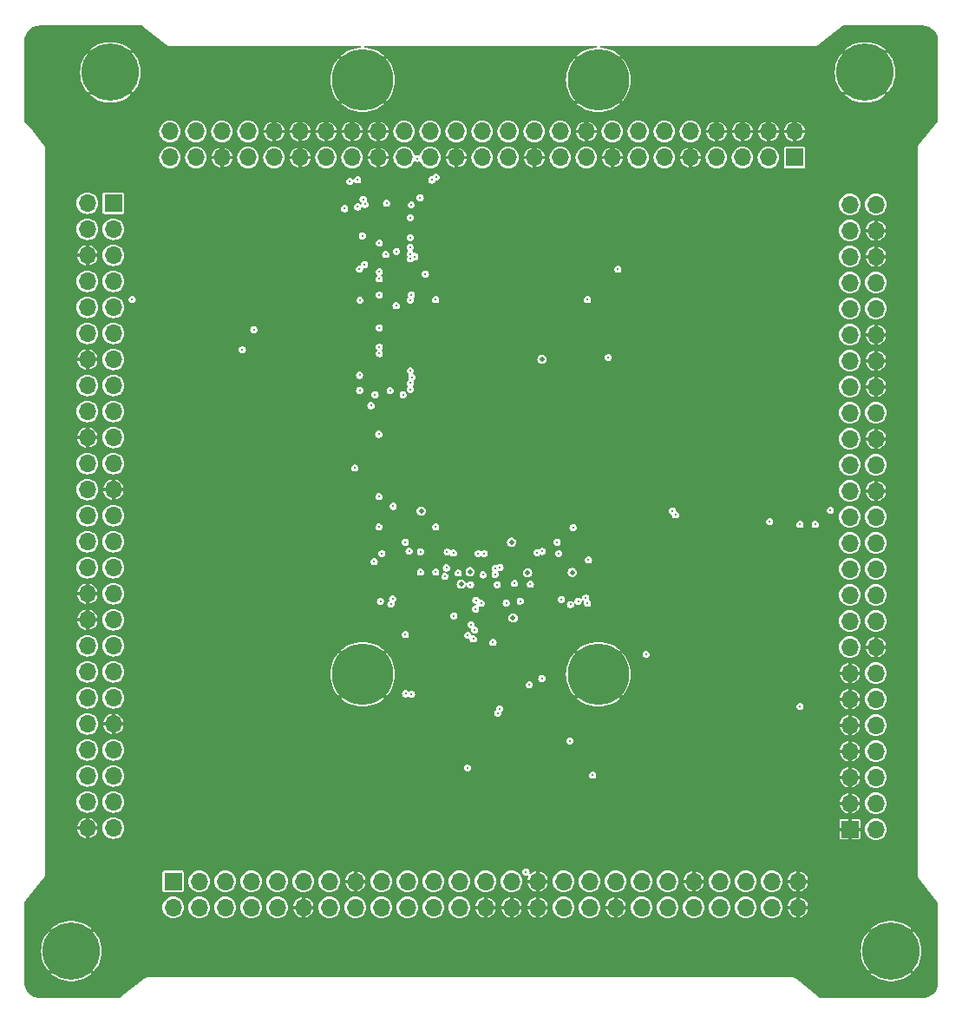
<source format=gbr>
%TF.GenerationSoftware,KiCad,Pcbnew,8.0.4*%
%TF.CreationDate,2024-08-06T12:26:23-05:00*%
%TF.ProjectId,PrintedCoralBoard,5072696e-7465-4644-936f-72616c426f61,rev?*%
%TF.SameCoordinates,Original*%
%TF.FileFunction,Copper,L4,Bot*%
%TF.FilePolarity,Positive*%
%FSLAX46Y46*%
G04 Gerber Fmt 4.6, Leading zero omitted, Abs format (unit mm)*
G04 Created by KiCad (PCBNEW 8.0.4) date 2024-08-06 12:26:23*
%MOMM*%
%LPD*%
G01*
G04 APERTURE LIST*
%TA.AperFunction,ComponentPad*%
%ADD10C,6.000000*%
%TD*%
%TA.AperFunction,ComponentPad*%
%ADD11C,5.600000*%
%TD*%
%TA.AperFunction,ComponentPad*%
%ADD12R,1.700000X1.700000*%
%TD*%
%TA.AperFunction,ComponentPad*%
%ADD13O,1.700000X1.700000*%
%TD*%
%TA.AperFunction,ViaPad*%
%ADD14C,0.500000*%
%TD*%
%TA.AperFunction,ViaPad*%
%ADD15C,0.300000*%
%TD*%
%TA.AperFunction,ViaPad*%
%ADD16C,0.800000*%
%TD*%
G04 APERTURE END LIST*
D10*
%TO.P,H2,1,1*%
%TO.N,GND*%
X56510000Y-5795500D03*
%TD*%
D11*
%TO.P,H5,1,1*%
%TO.N,GND*%
X8890000Y-5080000D03*
%TD*%
%TO.P,H7,1,1*%
%TO.N,GND*%
X85090000Y-90810000D03*
%TD*%
D10*
%TO.P,H4,1,1*%
%TO.N,GND*%
X56510000Y-63795500D03*
%TD*%
%TO.P,H3,1,1*%
%TO.N,GND*%
X33510000Y-63795500D03*
%TD*%
D11*
%TO.P,H8,1,1*%
%TO.N,GND*%
X5080000Y-90810000D03*
%TD*%
%TO.P,H6,1,1*%
%TO.N,GND*%
X82550000Y-5080000D03*
%TD*%
D10*
%TO.P,H1,1,1*%
%TO.N,GND*%
X33510000Y-5795500D03*
%TD*%
D12*
%TO.P,J5,1,Pin_1*%
%TO.N,ENET_RGMII_RXD2*%
X75660000Y-13380000D03*
D13*
%TO.P,J5,2,Pin_2*%
%TO.N,GND*%
X75660000Y-10840000D03*
%TO.P,J5,3,Pin_3*%
%TO.N,ENET_RGMII_RXD1*%
X73120000Y-13380000D03*
%TO.P,J5,4,Pin_4*%
%TO.N,GND*%
X73120000Y-10840000D03*
%TO.P,J5,5,Pin_5*%
%TO.N,ENET_RGMII_RXD0*%
X70580000Y-13380000D03*
%TO.P,J5,6,Pin_6*%
%TO.N,GND*%
X70580000Y-10840000D03*
%TO.P,J5,7,Pin_7*%
%TO.N,ENET_RGMII_RXD3*%
X68040000Y-13380000D03*
%TO.P,J5,8,Pin_8*%
%TO.N,GND*%
X68040000Y-10840000D03*
%TO.P,J5,9,Pin_9*%
X65500000Y-13380000D03*
%TO.P,J5,10,Pin_10*%
%TO.N,RGMII1_PHY_INTB*%
X65500000Y-10840000D03*
%TO.P,J5,11,Pin_11*%
%TO.N,ENET_RGMII_RX_EN*%
X62960000Y-13380000D03*
%TO.P,J5,12,Pin_12*%
%TO.N,ETHPHY_RST_B*%
X62960000Y-10840000D03*
%TO.P,J5,13,Pin_13*%
%TO.N,ENET_RGMII_RXC*%
X60420000Y-13380000D03*
%TO.P,J5,14,Pin_14*%
%TO.N,ENET_RGMII_MDC*%
X60420000Y-10840000D03*
%TO.P,J5,15,Pin_15*%
%TO.N,GND*%
X57880000Y-13380000D03*
%TO.P,J5,16,Pin_16*%
%TO.N,ENET_RGMII_MDIO*%
X57880000Y-10840000D03*
%TO.P,J5,17,Pin_17*%
%TO.N,MIPI_CSI_D0_P*%
X55340000Y-13380000D03*
%TO.P,J5,18,Pin_18*%
%TO.N,GND*%
X55340000Y-10840000D03*
%TO.P,J5,19,Pin_19*%
%TO.N,MIPI_CSI_D0_N*%
X52800000Y-13380000D03*
%TO.P,J5,20,Pin_20*%
%TO.N,BT_HOST_WAKE*%
X52800000Y-10840000D03*
%TO.P,J5,21,Pin_21*%
%TO.N,GND*%
X50260000Y-13380000D03*
%TO.P,J5,22,Pin_22*%
%TO.N,LPUART8_TXD*%
X50260000Y-10840000D03*
%TO.P,J5,23,Pin_23*%
%TO.N,MIPI_CSI_CK_P*%
X47720000Y-13380000D03*
%TO.P,J5,24,Pin_24*%
%TO.N,LPUART2_RTS_B*%
X47720000Y-10840000D03*
%TO.P,J5,25,Pin_25*%
%TO.N,MIPI_CSI_CK_N*%
X45180000Y-13380000D03*
%TO.P,J5,26,Pin_26*%
%TO.N,LPUART2_CTS_B*%
X45180000Y-10840000D03*
%TO.P,J5,27,Pin_27*%
%TO.N,GND*%
X42640000Y-13380000D03*
%TO.P,J5,28,Pin_28*%
%TO.N,LPUART2_TXD*%
X42640000Y-10840000D03*
%TO.P,J5,29,Pin_29*%
%TO.N,MIPI_CSI_D1_P*%
X40100000Y-13380000D03*
%TO.P,J5,30,Pin_30*%
%TO.N,LPUART2_RXD*%
X40100000Y-10840000D03*
%TO.P,J5,31,Pin_31*%
%TO.N,MIPI_CSI_D1_N*%
X37560000Y-13380000D03*
%TO.P,J5,32,Pin_32*%
%TO.N,BT_DEV_WAKE*%
X37560000Y-10840000D03*
%TO.P,J5,33,Pin_33*%
%TO.N,GND*%
X35020000Y-13380000D03*
%TO.P,J5,34,Pin_34*%
X35020000Y-10840000D03*
%TO.P,J5,35,Pin_35*%
%TO.N,MIPI_DSI_D1_N*%
X32480000Y-13380000D03*
%TO.P,J5,36,Pin_36*%
%TO.N,GND*%
X32480000Y-10840000D03*
%TO.P,J5,37,Pin_37*%
%TO.N,MIPI_DSI_D1_P*%
X29940000Y-13380000D03*
%TO.P,J5,38,Pin_38*%
%TO.N,GND*%
X29940000Y-10840000D03*
%TO.P,J5,39,Pin_39*%
X27400000Y-13380000D03*
%TO.P,J5,40,Pin_40*%
X27400000Y-10840000D03*
%TO.P,J5,41,Pin_41*%
%TO.N,MIPI_DSI_CK_N*%
X24860000Y-13380000D03*
%TO.P,J5,42,Pin_42*%
%TO.N,GND*%
X24860000Y-10840000D03*
%TO.P,J5,43,Pin_43*%
%TO.N,MIPI_DSI_CK_P*%
X22320000Y-13380000D03*
%TO.P,J5,44,Pin_44*%
%TO.N,LPSPI1_SDI*%
X22320000Y-10840000D03*
%TO.P,J5,45,Pin_45*%
%TO.N,GND*%
X19780000Y-13380000D03*
%TO.P,J5,46,Pin_46*%
%TO.N,LPSPI1_SDO*%
X19780000Y-10840000D03*
%TO.P,J5,47,Pin_47*%
%TO.N,MIPI_DSI_D0_N*%
X17240000Y-13380000D03*
%TO.P,J5,48,Pin_48*%
%TO.N,LPSPI1_PCS0*%
X17240000Y-10840000D03*
%TO.P,J5,49,Pin_49*%
%TO.N,MIPI_DSI_D0_P*%
X14700000Y-13380000D03*
%TO.P,J5,50,Pin_50*%
%TO.N,LPSPI1_SCK*%
X14700000Y-10840000D03*
%TD*%
D12*
%TO.P,J4,1,Pin_1*%
%TO.N,ENET_RGMII_TXC*%
X9180000Y-17840000D03*
D13*
%TO.P,J4,2,Pin_2*%
%TO.N,I2C6_SDA*%
X6640000Y-17840000D03*
%TO.P,J4,3,Pin_3*%
%TO.N,ENET_RGMII_TX_EN*%
X9180000Y-20380000D03*
%TO.P,J4,4,Pin_4*%
%TO.N,DA_nRESETREQ*%
X6640000Y-20380000D03*
%TO.P,J4,5,Pin_5*%
%TO.N,ENET_RGMII_TXD0*%
X9180000Y-22920000D03*
%TO.P,J4,6,Pin_6*%
%TO.N,GND*%
X6640000Y-22920000D03*
%TO.P,J4,7,Pin_7*%
%TO.N,ENET_RGMII_TXD1*%
X9180000Y-25460000D03*
%TO.P,J4,8,Pin_8*%
%TO.N,GPIO_SNVS_06*%
X6640000Y-25460000D03*
%TO.P,J4,9,Pin_9*%
%TO.N,ENET_RGMII_TXD2*%
X9180000Y-28000000D03*
%TO.P,J4,10,Pin_10*%
%TO.N,BRD_STAT_LED*%
X6640000Y-28000000D03*
%TO.P,J4,11,Pin_11*%
%TO.N,ENET_RGMII_TXD3*%
X9180000Y-30540000D03*
%TO.P,J4,12,Pin_12*%
%TO.N,LPUART8_RXD*%
X6640000Y-30540000D03*
%TO.P,J4,13,Pin_13*%
%TO.N,VDD_1V8*%
X9180000Y-33080000D03*
%TO.P,J4,14,Pin_14*%
%TO.N,GND*%
X6640000Y-33080000D03*
%TO.P,J4,15,Pin_15*%
%TO.N,VDD_1V8*%
X9180000Y-35620000D03*
%TO.P,J4,16,Pin_16*%
%TO.N,WL_HOST_WAKE*%
X6640000Y-35620000D03*
%TO.P,J4,17,Pin_17*%
%TO.N,VDD_1V8*%
X9180000Y-38160000D03*
%TO.P,J4,18,Pin_18*%
%TO.N,WL_ANT_SEL*%
X6640000Y-38160000D03*
%TO.P,J4,19,Pin_19*%
%TO.N,VDD_1V8*%
X9180000Y-40700000D03*
%TO.P,J4,20,Pin_20*%
%TO.N,GND*%
X6640000Y-40700000D03*
%TO.P,J4,21,Pin_21*%
%TO.N,VDD_1V8_SENSE*%
X9180000Y-43240000D03*
%TO.P,J4,22,Pin_22*%
%TO.N,WIFI_SDIO_CLK*%
X6640000Y-43240000D03*
%TO.P,J4,23,Pin_23*%
%TO.N,GND*%
X9180000Y-45780000D03*
%TO.P,J4,24,Pin_24*%
%TO.N,WIFI_SDIO_D1*%
X6640000Y-45780000D03*
%TO.P,J4,25,Pin_25*%
%TO.N,VDD_3V3*%
X9180000Y-48320000D03*
%TO.P,J4,26,Pin_26*%
%TO.N,WIFI_SDIO_D0*%
X6640000Y-48320000D03*
%TO.P,J4,27,Pin_27*%
%TO.N,VDD_3V3*%
X9180000Y-50860000D03*
%TO.P,J4,28,Pin_28*%
%TO.N,WIFI_SDIO_D3*%
X6640000Y-50860000D03*
%TO.P,J4,29,Pin_29*%
%TO.N,VDD_3V3*%
X9180000Y-53400000D03*
%TO.P,J4,30,Pin_30*%
%TO.N,WIFI_SDIO_CMD*%
X6640000Y-53400000D03*
%TO.P,J4,31,Pin_31*%
%TO.N,VDD_3V3*%
X9180000Y-55940000D03*
%TO.P,J4,32,Pin_32*%
%TO.N,GND*%
X6640000Y-55940000D03*
%TO.P,J4,33,Pin_33*%
%TO.N,VDD_3V3*%
X9180000Y-58480000D03*
%TO.P,J4,34,Pin_34*%
%TO.N,GND*%
X6640000Y-58480000D03*
%TO.P,J4,35,Pin_35*%
%TO.N,VDD_3V3_SENSE*%
X9180000Y-61020000D03*
%TO.P,J4,36,Pin_36*%
%TO.N,SAI2_RX_DATA*%
X6640000Y-61020000D03*
%TO.P,J4,37,Pin_37*%
%TO.N,BOOT_MODE1*%
X9180000Y-63560000D03*
%TO.P,J4,38,Pin_38*%
%TO.N,SAI2_MCLK*%
X6640000Y-63560000D03*
%TO.P,J4,39,Pin_39*%
%TO.N,BOOT_MODE0*%
X9180000Y-66100000D03*
%TO.P,J4,40,Pin_40*%
%TO.N,SAI2_TX_BCLK*%
X6640000Y-66100000D03*
%TO.P,J4,41,Pin_41*%
%TO.N,GND*%
X9180000Y-68640000D03*
%TO.P,J4,42,Pin_42*%
%TO.N,SAI2_RX_SYNC*%
X6640000Y-68640000D03*
%TO.P,J4,43,Pin_43*%
%TO.N,VDD_LPSR_IN_01*%
X9180000Y-71180000D03*
%TO.P,J4,44,Pin_44*%
%TO.N,POR_B*%
X6640000Y-71180000D03*
%TO.P,J4,45,Pin_45*%
%TO.N,VDDA_1P0_01*%
X9180000Y-73720000D03*
%TO.P,J4,46,Pin_46*%
%TO.N,GPIO_SNVS_04*%
X6640000Y-73720000D03*
%TO.P,J4,47,Pin_47*%
%TO.N,VDD_1V8_AON*%
X9180000Y-76260000D03*
%TO.P,J4,48,Pin_48*%
%TO.N,GPIO_SNVS_08*%
X6640000Y-76260000D03*
%TO.P,J4,49,Pin_49*%
%TO.N,VDD_2V8_CAM*%
X9180000Y-78800000D03*
%TO.P,J4,50,Pin_50*%
%TO.N,GND*%
X6640000Y-78800000D03*
%TD*%
D12*
%TO.P,J6,1,Pin_1*%
%TO.N,GND*%
X81060000Y-78920000D03*
D13*
%TO.P,J6,2,Pin_2*%
%TO.N,I2C1_SDA*%
X83600000Y-78920000D03*
%TO.P,J6,3,Pin_3*%
%TO.N,GND*%
X81060000Y-76380000D03*
%TO.P,J6,4,Pin_4*%
%TO.N,LPSPI6_CS0*%
X83600000Y-76380000D03*
%TO.P,J6,5,Pin_5*%
%TO.N,GND*%
X81060000Y-73840000D03*
%TO.P,J6,6,Pin_6*%
%TO.N,LPSPI6_SCK*%
X83600000Y-73840000D03*
%TO.P,J6,7,Pin_7*%
%TO.N,GND*%
X81060000Y-71300000D03*
%TO.P,J6,8,Pin_8*%
%TO.N,LPSPI6_SDO*%
X83600000Y-71300000D03*
%TO.P,J6,9,Pin_9*%
%TO.N,GND*%
X81060000Y-68760000D03*
%TO.P,J6,10,Pin_10*%
%TO.N,LPSPI6_SDI*%
X83600000Y-68760000D03*
%TO.P,J6,11,Pin_11*%
%TO.N,GND*%
X81060000Y-66220000D03*
%TO.P,J6,12,Pin_12*%
%TO.N,SAI2_RX_BCLK*%
X83600000Y-66220000D03*
%TO.P,J6,13,Pin_13*%
%TO.N,GND*%
X81060000Y-63680000D03*
%TO.P,J6,14,Pin_14*%
%TO.N,SAI2_TX_SYNC*%
X83600000Y-63680000D03*
%TO.P,J6,15,Pin_15*%
%TO.N,VDD_1V8_CAM*%
X81060000Y-61140000D03*
%TO.P,J6,16,Pin_16*%
%TO.N,GND*%
X83600000Y-61140000D03*
%TO.P,J6,17,Pin_17*%
%TO.N,VDD_1V8_MIC*%
X81060000Y-58600000D03*
%TO.P,J6,18,Pin_18*%
%TO.N,WAKEUP*%
X83600000Y-58600000D03*
%TO.P,J6,19,Pin_19*%
%TO.N,MCM_3V3*%
X81060000Y-56060000D03*
%TO.P,J6,20,Pin_20*%
%TO.N,GPIO_SNVS_07*%
X83600000Y-56060000D03*
%TO.P,J6,21,Pin_21*%
%TO.N,MCM_3V3_SENSE*%
X81060000Y-53520000D03*
%TO.P,J6,22,Pin_22*%
%TO.N,PMIC_STBY_REQ*%
X83600000Y-53520000D03*
%TO.P,J6,23,Pin_23*%
%TO.N,DCDC_1V8_OUT*%
X81060000Y-50980000D03*
%TO.P,J6,24,Pin_24*%
%TO.N,LPUART6_TXD*%
X83600000Y-50980000D03*
%TO.P,J6,25,Pin_25*%
%TO.N,DCDC_1V8_OUT_SENSE*%
X81060000Y-48440000D03*
%TO.P,J6,26,Pin_26*%
%TO.N,ADC1_CH2B*%
X83600000Y-48440000D03*
%TO.P,J6,27,Pin_27*%
%TO.N,VSYS*%
X81060000Y-45900000D03*
%TO.P,J6,28,Pin_28*%
%TO.N,GND*%
X83600000Y-45900000D03*
%TO.P,J6,29,Pin_29*%
%TO.N,VSYS*%
X81060000Y-43360000D03*
%TO.P,J6,30,Pin_30*%
%TO.N,ADC1_CH0A*%
X83600000Y-43360000D03*
%TO.P,J6,31,Pin_31*%
%TO.N,VSYS*%
X81060000Y-40820000D03*
%TO.P,J6,32,Pin_32*%
%TO.N,GND*%
X83600000Y-40820000D03*
%TO.P,J6,33,Pin_33*%
%TO.N,VSYS*%
X81060000Y-38280000D03*
%TO.P,J6,34,Pin_34*%
%TO.N,ADC1_CH0B*%
X83600000Y-38280000D03*
%TO.P,J6,35,Pin_35*%
%TO.N,VSYS*%
X81060000Y-35740000D03*
%TO.P,J6,36,Pin_36*%
%TO.N,GND*%
X83600000Y-35740000D03*
%TO.P,J6,37,Pin_37*%
%TO.N,VSYS*%
X81060000Y-33200000D03*
%TO.P,J6,38,Pin_38*%
%TO.N,GND*%
X83600000Y-33200000D03*
%TO.P,J6,39,Pin_39*%
%TO.N,VSYS*%
X81060000Y-30660000D03*
%TO.P,J6,40,Pin_40*%
%TO.N,GND*%
X83600000Y-30660000D03*
%TO.P,J6,41,Pin_41*%
%TO.N,VDD_1V8*%
X81060000Y-28120000D03*
%TO.P,J6,42,Pin_42*%
%TO.N,LPUART6_RXD*%
X83600000Y-28120000D03*
%TO.P,J6,43,Pin_43*%
%TO.N,VDD_1V8*%
X81060000Y-25580000D03*
%TO.P,J6,44,Pin_44*%
%TO.N,LPUART6_CTS*%
X83600000Y-25580000D03*
%TO.P,J6,45,Pin_45*%
%TO.N,VDD_1V8*%
X81060000Y-23040000D03*
%TO.P,J6,46,Pin_46*%
%TO.N,GND*%
X83600000Y-23040000D03*
%TO.P,J6,47,Pin_47*%
%TO.N,VDD_1V8*%
X81060000Y-20500000D03*
%TO.P,J6,48,Pin_48*%
%TO.N,GND*%
X83600000Y-20500000D03*
%TO.P,J6,49,Pin_49*%
%TO.N,VDD_1V8*%
X81060000Y-17960000D03*
%TO.P,J6,50,Pin_50*%
%TO.N,ONOFF*%
X83600000Y-17960000D03*
%TD*%
D12*
%TO.P,J7,1,Pin_1*%
%TO.N,MIC_CLK*%
X15020000Y-84000000D03*
D13*
%TO.P,J7,2,Pin_2*%
%TO.N,LPUART6_RTS*%
X15020000Y-86540000D03*
%TO.P,J7,3,Pin_3*%
%TO.N,DAC_OUT*%
X17560000Y-84000000D03*
%TO.P,J7,4,Pin_4*%
%TO.N,DMIC_DATA0*%
X17560000Y-86540000D03*
%TO.P,J7,5,Pin_5*%
%TO.N,WL_REG_ON*%
X20100000Y-84000000D03*
%TO.P,J7,6,Pin_6*%
%TO.N,DMIC_DATA1*%
X20100000Y-86540000D03*
%TO.P,J7,7,Pin_7*%
%TO.N,LPUART1_RXD*%
X22640000Y-84000000D03*
%TO.P,J7,8,Pin_8*%
%TO.N,DMIC_DATA2*%
X22640000Y-86540000D03*
%TO.P,J7,9,Pin_9*%
%TO.N,LPUART1_TXD*%
X25180000Y-84000000D03*
%TO.P,J7,10,Pin_10*%
%TO.N,DMIC_DATA3*%
X25180000Y-86540000D03*
%TO.P,J7,11,Pin_11*%
%TO.N,BT_REG_ON*%
X27720000Y-84000000D03*
%TO.P,J7,12,Pin_12*%
%TO.N,GND*%
X27720000Y-86540000D03*
%TO.P,J7,13,Pin_13*%
%TO.N,WIFI_SDIO_D2*%
X30260000Y-84000000D03*
%TO.P,J7,14,Pin_14*%
%TO.N,I2C6_SCL*%
X30260000Y-86540000D03*
%TO.P,J7,15,Pin_15*%
%TO.N,GND*%
X32800000Y-84000000D03*
%TO.P,J7,16,Pin_16*%
%TO.N,CAMERA_INT*%
X32800000Y-86540000D03*
%TO.P,J7,17,Pin_17*%
%TO.N,USDHC2_CMD*%
X35340000Y-84000000D03*
%TO.P,J7,18,Pin_18*%
%TO.N,USER_BUTTON*%
X35340000Y-86540000D03*
%TO.P,J7,19,Pin_19*%
%TO.N,USDHC2_CLK*%
X37880000Y-84000000D03*
%TO.P,J7,20,Pin_20*%
%TO.N,PMIC_ON_REQ*%
X37880000Y-86540000D03*
%TO.P,J7,21,Pin_21*%
%TO.N,USDHC2_DATA0*%
X40420000Y-84000000D03*
%TO.P,J7,22,Pin_22*%
%TO.N,WIFI_POWER_EN*%
X40420000Y-86540000D03*
%TO.P,J7,23,Pin_23*%
%TO.N,USDHC2_DATA2*%
X42960000Y-84000000D03*
%TO.P,J7,24,Pin_24*%
%TO.N,USER_LED*%
X42960000Y-86540000D03*
%TO.P,J7,25,Pin_25*%
%TO.N,USDHC2_DATA1*%
X45500000Y-84000000D03*
%TO.P,J7,26,Pin_26*%
%TO.N,GND*%
X45500000Y-86540000D03*
%TO.P,J7,27,Pin_27*%
%TO.N,USDHC2_DATA3*%
X48040000Y-84000000D03*
%TO.P,J7,28,Pin_28*%
%TO.N,GND*%
X48040000Y-86540000D03*
%TO.P,J7,29,Pin_29*%
X50580000Y-84000000D03*
%TO.P,J7,30,Pin_30*%
X50580000Y-86540000D03*
%TO.P,J7,31,Pin_31*%
%TO.N,DA_GPIO4*%
X53120000Y-84000000D03*
%TO.P,J7,32,Pin_32*%
%TO.N,I2C5_SCL*%
X53120000Y-86540000D03*
%TO.P,J7,33,Pin_33*%
%TO.N,DA_GPIO3*%
X55660000Y-84000000D03*
%TO.P,J7,34,Pin_34*%
%TO.N,I2C5_SDA*%
X55660000Y-86540000D03*
%TO.P,J7,35,Pin_35*%
%TO.N,DA_GPIO2*%
X58200000Y-84000000D03*
%TO.P,J7,36,Pin_36*%
%TO.N,GND*%
X58200000Y-86540000D03*
%TO.P,J7,37,Pin_37*%
%TO.N,DA_nIRQ*%
X60740000Y-84000000D03*
%TO.P,J7,38,Pin_38*%
%TO.N,FLEXPWM1_PWM1_A*%
X60740000Y-86540000D03*
%TO.P,J7,39,Pin_39*%
%TO.N,DA_nRESET*%
X63280000Y-84000000D03*
%TO.P,J7,40,Pin_40*%
%TO.N,FLEXPWM1_PWM0_A*%
X63280000Y-86540000D03*
%TO.P,J7,41,Pin_41*%
%TO.N,GND*%
X65820000Y-84000000D03*
%TO.P,J7,42,Pin_42*%
%TO.N,FLEXPWM1_PWM0_B*%
X65820000Y-86540000D03*
%TO.P,J7,43,Pin_43*%
%TO.N,DA_GPIO0*%
X68360000Y-84000000D03*
%TO.P,J7,44,Pin_44*%
%TO.N,FLEXPWM1_PWM1_B*%
X68360000Y-86540000D03*
%TO.P,J7,45,Pin_45*%
%TO.N,SAI2_TX_DATA*%
X70900000Y-84000000D03*
%TO.P,J7,46,Pin_46*%
%TO.N,FLEXPWM2_PWM1_A*%
X70900000Y-86540000D03*
%TO.P,J7,47,Pin_47*%
%TO.N,I2C1_SCL*%
X73440000Y-84000000D03*
%TO.P,J7,48,Pin_48*%
%TO.N,FLEXPWM2_PWM1_B*%
X73440000Y-86540000D03*
%TO.P,J7,49,Pin_49*%
%TO.N,GND*%
X75980000Y-84000000D03*
%TO.P,J7,50,Pin_50*%
X75980000Y-86540000D03*
%TD*%
D14*
%TO.N,ONOFF*%
X51011800Y-33068000D03*
%TO.N,PMIC_STBY_REQ*%
X53974800Y-53855600D03*
%TO.N,WAKEUP*%
X48048800Y-50898800D03*
%TO.N,PMIC_ON_REQ*%
X48187400Y-58296800D03*
D15*
%TO.N,USER_LED*%
X49459000Y-83091300D03*
X49767700Y-64830900D03*
%TO.N,VDD_1V8*%
X21767300Y-32129300D03*
X22891200Y-30173200D03*
X35132300Y-26795200D03*
%TO.N,LPSPI6_SDI*%
X46446900Y-53467200D03*
%TO.N,ADC1_CH0A*%
X52493300Y-50898800D03*
%TO.N,DA_GPIO2*%
X42410000Y-58090000D03*
X55960000Y-73630000D03*
D14*
%TO.N,GPIO_SNVS_04*%
X43133000Y-55000100D03*
D15*
%TO.N,BRD_STAT_LED*%
X35075100Y-40386700D03*
X39159800Y-53828300D03*
%TO.N,WIFI_SDIO_D2*%
X38285000Y-65741000D03*
%TO.N,FLEXPWM2_PWM1_B*%
X55457500Y-56867300D03*
D14*
%TO.N,GPIO_SNVS_06*%
X39225400Y-47876400D03*
D15*
%TO.N,FLEXPWM1_PWM1_A*%
X52906900Y-56483700D03*
D14*
%TO.N,GPIO_SNVS_07*%
X49608600Y-53900700D03*
%TO.N,GPIO_SNVS_08*%
X44000000Y-53787400D03*
D15*
%TO.N,DA_GPIO0*%
X44530000Y-57410000D03*
X44029100Y-55041700D03*
%TO.N,SAI2_RX_DATA*%
X41758600Y-51854100D03*
%TO.N,I2C1_SCL*%
X45086300Y-56865800D03*
%TO.N,WIFI_SDIO_D3*%
X35383000Y-52021700D03*
%TO.N,FLEXPWM1_PWM0_B*%
X53790600Y-56982800D03*
%TO.N,SAI2_RX_SYNC*%
X41539500Y-54244600D03*
%TO.N,FLEXPWM1_PWM0_A*%
X61180000Y-61850000D03*
%TO.N,DA_nRESETREQ*%
X40641300Y-49420400D03*
X39626200Y-24752500D03*
%TO.N,I2C5_SCL*%
X51003300Y-64212800D03*
%TO.N,LPSPI6_SDO*%
X46436900Y-54041900D03*
%TO.N,SAI2_MCLK*%
X42353100Y-51971200D03*
%TO.N,ADC1_CH2B*%
X54036700Y-49482400D03*
%TO.N,FLEXPWM1_PWM1_B*%
X54543900Y-56660000D03*
%TO.N,DMIC_DATA2*%
X46636400Y-55041200D03*
%TO.N,WL_ANT_SEL*%
X37678300Y-50898800D03*
%TO.N,WIFI_SDIO_CMD*%
X34640500Y-52804700D03*
%TO.N,WIFI_SDIO_D0*%
X35108200Y-49420400D03*
%TO.N,LPSPI6_CS0*%
X76197300Y-66931900D03*
X45263700Y-54096000D03*
%TO.N,MIC_CLK*%
X35239800Y-56683800D03*
%TO.N,DMIC_DATA0*%
X44450700Y-59490000D03*
%TO.N,DA_GPIO3*%
X46230000Y-60679700D03*
%TO.N,WIFI_SDIO_CLK*%
X36492300Y-47406800D03*
%TO.N,ADC1_CH0B*%
X52637500Y-52021700D03*
%TO.N,WIFI_POWER_EN*%
X46699100Y-67605800D03*
%TO.N,I2C5_SDA*%
X53740000Y-70300000D03*
%TO.N,DA_nIRQ*%
X43758800Y-59989900D03*
%TO.N,USER_BUTTON*%
X48890100Y-56657200D03*
%TO.N,LPUART6_TXD*%
X55553500Y-52645100D03*
%TO.N,CAMERA_INT*%
X48325100Y-54928800D03*
%TO.N,WL_HOST_WAKE*%
X38035400Y-51777500D03*
%TO.N,I2C6_SDA*%
X40641300Y-53828300D03*
%TO.N,POR_B*%
X42827500Y-53911500D03*
%TO.N,SAI2_RX_BCLK*%
X46914500Y-53368500D03*
%TO.N,WL_REG_ON*%
X36435400Y-56437600D03*
%TO.N,BT_REG_ON*%
X37697700Y-65700600D03*
%TO.N,LPUART6_RXD*%
X51041700Y-51807300D03*
X57473600Y-32886700D03*
%TO.N,LPSPI6_SCK*%
X45369900Y-52023300D03*
%TO.N,WIFI_SDIO_D1*%
X35106600Y-46463600D03*
%TO.N,LPUART8_RXD*%
X39157700Y-51823300D03*
%TO.N,LPUART6_RTS*%
X44080100Y-58966800D03*
%TO.N,LPUART6_CTS*%
X64038000Y-48247700D03*
X50549600Y-51904800D03*
%TO.N,SAI2_TX_DATA*%
X44555000Y-56560900D03*
%TO.N,I2C6_SCL*%
X47529500Y-56841700D03*
%TO.N,I2C1_SDA*%
X44781700Y-52021700D03*
%TO.N,DA_nRESET*%
X44305500Y-60353100D03*
%TO.N,DMIC_DATA3*%
X46881500Y-67159600D03*
%TO.N,LPUART1_RXD*%
X36270000Y-56943400D03*
%TO.N,FLEXPWM2_PWM1_A*%
X55277000Y-56342400D03*
%TO.N,SAI2_TX_BCLK*%
X41678400Y-53412000D03*
%TO.N,SAI2_TX_SYNC*%
X49884700Y-55003900D03*
%TO.N,LPUART1_TXD*%
X37678300Y-59930000D03*
%TO.N,DMIC_DATA1*%
X43744500Y-72934800D03*
%TO.N,ENET_RGMII_TXD3*%
X11011300Y-27230100D03*
X35138000Y-25211100D03*
%TO.N,ENET_RGMII_TXD1*%
X35138000Y-24523000D03*
%TO.N,MIPI_DSI_CK_N*%
X35845000Y-17840000D03*
%TO.N,DCDC_1V8_OUT*%
X38310800Y-34806000D03*
X79160300Y-47798900D03*
%TO.N,MIPI_CSI_D0_N*%
X39121400Y-17298600D03*
%TO.N,VDD_1V8_CAM*%
X37464600Y-36524700D03*
X63750200Y-47860000D03*
%TO.N,ENET_RGMII_TXD0*%
X33196900Y-24268900D03*
%TO.N,RGMII1_PHY_INTB*%
X35750000Y-22840000D03*
%TO.N,LPSPI1_SDI*%
X33481600Y-21028000D03*
%TO.N,DCDC_1V8_OUT_SENSE*%
X38159500Y-34173800D03*
%TO.N,VDD_1V8_MIC*%
X38159500Y-35995500D03*
X73234300Y-48903300D03*
%TO.N,LPSPI1_PCS0*%
X33011300Y-15550900D03*
%TO.N,ENET_RGMII_RXD0*%
X38157900Y-22795500D03*
%TO.N,LPSPI1_SDO*%
X35138000Y-21723000D03*
%TO.N,ENET_RGMII_TXD2*%
X33242700Y-27308500D03*
%TO.N,ENET_RGMII_RX_EN*%
X38159500Y-21195500D03*
%TO.N,MIPI_DSI_D0_N*%
X33555300Y-17452500D03*
%TO.N,MIPI_CSI_CK_P*%
X38251300Y-17995500D03*
%TO.N,MIPI_DSI_CK_P*%
X33729700Y-17949800D03*
%TO.N,MIPI_CSI_D0_P*%
X38159500Y-19254300D03*
%TO.N,BOOT_MODE1*%
X35138000Y-31876300D03*
%TO.N,BOOT_MODE0*%
X35138000Y-32507100D03*
%TO.N,BT_HOST_WAKE*%
X40641300Y-27244400D03*
%TO.N,ENET_RGMII_RXD1*%
X36813800Y-22528300D03*
X38604300Y-23033700D03*
%TO.N,MCM_3V3_SENSE*%
X38159500Y-35385500D03*
X77678800Y-49170500D03*
%TO.N,LPSPI1_SCK*%
X32258000Y-15708300D03*
%TO.N,MIPI_DSI_D0_P*%
X33031000Y-18202600D03*
%TO.N,ENET_RGMII_TXC*%
X31750700Y-18372400D03*
%TO.N,ENET_RGMII_MDC*%
X36776300Y-27842300D03*
X38834500Y-13465800D03*
%TO.N,ENET_RGMII_RXC*%
X40668500Y-15284400D03*
%TO.N,ENET_RGMII_MDIO*%
X55456300Y-27244400D03*
X38157900Y-27303200D03*
%TO.N,MCM_3V3*%
X36196800Y-36114800D03*
X76197300Y-49170500D03*
%TO.N,ENET_RGMII_RXD3*%
X38157900Y-22132700D03*
%TO.N,MIPI_CSI_CK_N*%
X40262000Y-15573900D03*
%TO.N,ETHPHY_RST_B*%
X38266800Y-26760300D03*
X58419300Y-24287600D03*
%TO.N,ENET_RGMII_TX_EN*%
X33694900Y-23799400D03*
%TO.N,ENET_RGMII_RXD2*%
X38157900Y-23270300D03*
%TO.N,VDD_1V8_SENSE*%
X32747700Y-43668500D03*
%TO.N,VDD_1V8_AON*%
X34322400Y-37593200D03*
%TO.N,VDD_3V3_SENSE*%
X35138000Y-29995500D03*
%TO.N,VDD_2V8_CAM*%
X34715300Y-36524700D03*
D16*
%TO.N,GND*%
X11176000Y-11430000D03*
D15*
X36710000Y-25300000D03*
X34290000Y-15980000D03*
X37060000Y-15750000D03*
X39330000Y-20500000D03*
D16*
X77216000Y-91948000D03*
X81534000Y-82804000D03*
X75438000Y-80264000D03*
D15*
X43820000Y-57650000D03*
X37220000Y-14800000D03*
X52670000Y-53460000D03*
X40060000Y-20350000D03*
D16*
X19812000Y-6350000D03*
D15*
X40560000Y-20200000D03*
X36040000Y-14550000D03*
D16*
X23622000Y-5842000D03*
D15*
X36670000Y-23300000D03*
D16*
X69342000Y-91440000D03*
D15*
X35400000Y-18360000D03*
X35010000Y-14880000D03*
%TO.N,VDD_LPSR_IN_01*%
X33207900Y-34630200D03*
%TO.N,VDDA_1P0_01*%
X33217200Y-36098300D03*
%TD*%
%TA.AperFunction,Conductor*%
%TO.N,GND*%
G36*
X12015032Y-516978D02*
G01*
X14324385Y-2364461D01*
X14332440Y-2370905D01*
X14338638Y-2376453D01*
X14362683Y-2400499D01*
X14382001Y-2411652D01*
X14391378Y-2418056D01*
X14408792Y-2431987D01*
X14439936Y-2445632D01*
X14447351Y-2449382D01*
X14476813Y-2466392D01*
X14498360Y-2472165D01*
X14509072Y-2475923D01*
X14529498Y-2484873D01*
X14537018Y-2486018D01*
X14563123Y-2489993D01*
X14571244Y-2491694D01*
X14604107Y-2500500D01*
X14626409Y-2500500D01*
X14637731Y-2501357D01*
X14640863Y-2501833D01*
X14659780Y-2504715D01*
X14693576Y-2500960D01*
X14701880Y-2500500D01*
X33280559Y-2500500D01*
X33328897Y-2518093D01*
X33354617Y-2562642D01*
X33345684Y-2613300D01*
X33306279Y-2646365D01*
X33284776Y-2650782D01*
X33156476Y-2657987D01*
X33156473Y-2657987D01*
X32807438Y-2717291D01*
X32807411Y-2717297D01*
X32467190Y-2815313D01*
X32140070Y-2950811D01*
X31830174Y-3122084D01*
X31541412Y-3326971D01*
X31401747Y-3451782D01*
X32323797Y-4373831D01*
X32287593Y-4401612D01*
X32116112Y-4573093D01*
X32088331Y-4609296D01*
X31166282Y-3687247D01*
X31041471Y-3826912D01*
X30836584Y-4115674D01*
X30665311Y-4425570D01*
X30529813Y-4752690D01*
X30431797Y-5092911D01*
X30431791Y-5092938D01*
X30372487Y-5441973D01*
X30372487Y-5441976D01*
X30352633Y-5795500D01*
X30372487Y-6149023D01*
X30372487Y-6149026D01*
X30431791Y-6498061D01*
X30431797Y-6498088D01*
X30529813Y-6838309D01*
X30665311Y-7165429D01*
X30836584Y-7475325D01*
X31041464Y-7764076D01*
X31041471Y-7764085D01*
X31166282Y-7903750D01*
X32088330Y-6981701D01*
X32116112Y-7017907D01*
X32287593Y-7189388D01*
X32323796Y-7217167D01*
X31401747Y-8139216D01*
X31541414Y-8264028D01*
X31541423Y-8264035D01*
X31830174Y-8468915D01*
X32140070Y-8640188D01*
X32467190Y-8775686D01*
X32807411Y-8873702D01*
X32807438Y-8873708D01*
X33156475Y-8933012D01*
X33510000Y-8952866D01*
X33863523Y-8933012D01*
X33863526Y-8933012D01*
X34212561Y-8873708D01*
X34212588Y-8873702D01*
X34552809Y-8775686D01*
X34879929Y-8640188D01*
X35189825Y-8468915D01*
X35478576Y-8264035D01*
X35478596Y-8264020D01*
X35618251Y-8139216D01*
X34696203Y-7217168D01*
X34732407Y-7189388D01*
X34903888Y-7017907D01*
X34931668Y-6981703D01*
X35853716Y-7903751D01*
X35978520Y-7764096D01*
X35978535Y-7764076D01*
X36183415Y-7475325D01*
X36354688Y-7165429D01*
X36490186Y-6838309D01*
X36588202Y-6498088D01*
X36588208Y-6498061D01*
X36647512Y-6149026D01*
X36647512Y-6149023D01*
X36667366Y-5795500D01*
X36647512Y-5441976D01*
X36647512Y-5441973D01*
X36588208Y-5092938D01*
X36588202Y-5092911D01*
X36490186Y-4752690D01*
X36354688Y-4425570D01*
X36183415Y-4115674D01*
X35978535Y-3826923D01*
X35978528Y-3826914D01*
X35853715Y-3687247D01*
X34931667Y-4609295D01*
X34903888Y-4573093D01*
X34732407Y-4401612D01*
X34696202Y-4373831D01*
X35618251Y-3451782D01*
X35478585Y-3326971D01*
X35478576Y-3326964D01*
X35189825Y-3122084D01*
X34879929Y-2950811D01*
X34552809Y-2815313D01*
X34212588Y-2717297D01*
X34212561Y-2717291D01*
X33863524Y-2657987D01*
X33735224Y-2650782D01*
X33687949Y-2630506D01*
X33664768Y-2584585D01*
X33676527Y-2534507D01*
X33717724Y-2503704D01*
X33739441Y-2500500D01*
X56280559Y-2500500D01*
X56328897Y-2518093D01*
X56354617Y-2562642D01*
X56345684Y-2613300D01*
X56306279Y-2646365D01*
X56284776Y-2650782D01*
X56156476Y-2657987D01*
X56156473Y-2657987D01*
X55807438Y-2717291D01*
X55807411Y-2717297D01*
X55467190Y-2815313D01*
X55140070Y-2950811D01*
X54830174Y-3122084D01*
X54541412Y-3326971D01*
X54401747Y-3451782D01*
X55323797Y-4373831D01*
X55287593Y-4401612D01*
X55116112Y-4573093D01*
X55088331Y-4609296D01*
X54166282Y-3687247D01*
X54041471Y-3826912D01*
X53836584Y-4115674D01*
X53665311Y-4425570D01*
X53529813Y-4752690D01*
X53431797Y-5092911D01*
X53431791Y-5092938D01*
X53372487Y-5441973D01*
X53372487Y-5441976D01*
X53352633Y-5795500D01*
X53372487Y-6149023D01*
X53372487Y-6149026D01*
X53431791Y-6498061D01*
X53431797Y-6498088D01*
X53529813Y-6838309D01*
X53665311Y-7165429D01*
X53836584Y-7475325D01*
X54041464Y-7764076D01*
X54041471Y-7764085D01*
X54166282Y-7903750D01*
X55088330Y-6981701D01*
X55116112Y-7017907D01*
X55287593Y-7189388D01*
X55323796Y-7217167D01*
X54401747Y-8139216D01*
X54541414Y-8264028D01*
X54541423Y-8264035D01*
X54830174Y-8468915D01*
X55140070Y-8640188D01*
X55467190Y-8775686D01*
X55807411Y-8873702D01*
X55807438Y-8873708D01*
X56156475Y-8933012D01*
X56510000Y-8952866D01*
X56863523Y-8933012D01*
X56863526Y-8933012D01*
X57212561Y-8873708D01*
X57212588Y-8873702D01*
X57552809Y-8775686D01*
X57879929Y-8640188D01*
X58189825Y-8468915D01*
X58478576Y-8264035D01*
X58478596Y-8264020D01*
X58618251Y-8139216D01*
X57696203Y-7217168D01*
X57732407Y-7189388D01*
X57903888Y-7017907D01*
X57931668Y-6981703D01*
X58853716Y-7903751D01*
X58978520Y-7764096D01*
X58978535Y-7764076D01*
X59183415Y-7475325D01*
X59354688Y-7165429D01*
X59490186Y-6838309D01*
X59588202Y-6498088D01*
X59588208Y-6498061D01*
X59647512Y-6149026D01*
X59647512Y-6149023D01*
X59667366Y-5795500D01*
X59647512Y-5441976D01*
X59647512Y-5441973D01*
X59588208Y-5092938D01*
X59588202Y-5092911D01*
X59584482Y-5080000D01*
X79592597Y-5080000D01*
X79612593Y-5423331D01*
X79672312Y-5762017D01*
X79770952Y-6091497D01*
X79907169Y-6407282D01*
X80079123Y-6705116D01*
X80284495Y-6980977D01*
X80284498Y-6980981D01*
X80347146Y-7047386D01*
X81305439Y-6089092D01*
X81329588Y-6122330D01*
X81507670Y-6300412D01*
X81540905Y-6324559D01*
X80582396Y-7283068D01*
X80783949Y-7452193D01*
X80783957Y-7452199D01*
X81071298Y-7641186D01*
X81378635Y-7795535D01*
X81378640Y-7795538D01*
X81701806Y-7913160D01*
X82036443Y-7992471D01*
X82036454Y-7992473D01*
X82378034Y-8032399D01*
X82378035Y-8032400D01*
X82721965Y-8032400D01*
X82721965Y-8032399D01*
X83063545Y-7992473D01*
X83063556Y-7992471D01*
X83398193Y-7913160D01*
X83721359Y-7795538D01*
X83721364Y-7795535D01*
X84028701Y-7641186D01*
X84316042Y-7452199D01*
X84316050Y-7452193D01*
X84517602Y-7283068D01*
X83559093Y-6324559D01*
X83592330Y-6300412D01*
X83770412Y-6122330D01*
X83794560Y-6089093D01*
X84752853Y-7047386D01*
X84815495Y-6980988D01*
X84815503Y-6980979D01*
X85020876Y-6705116D01*
X85192830Y-6407282D01*
X85329047Y-6091497D01*
X85427687Y-5762017D01*
X85487406Y-5423331D01*
X85507402Y-5080000D01*
X85487406Y-4736668D01*
X85427687Y-4397982D01*
X85329047Y-4068502D01*
X85192830Y-3752717D01*
X85020876Y-3454883D01*
X84815503Y-3179020D01*
X84815495Y-3179011D01*
X84752852Y-3112612D01*
X83794559Y-4070905D01*
X83770412Y-4037670D01*
X83592330Y-3859588D01*
X83559093Y-3835439D01*
X84517602Y-2876930D01*
X84316050Y-2707806D01*
X84316042Y-2707800D01*
X84028701Y-2518813D01*
X83721364Y-2364464D01*
X83721359Y-2364461D01*
X83398193Y-2246839D01*
X83063556Y-2167528D01*
X83063545Y-2167526D01*
X82721966Y-2127600D01*
X82378034Y-2127600D01*
X82036454Y-2167526D01*
X82036443Y-2167528D01*
X81701806Y-2246839D01*
X81378640Y-2364461D01*
X81378635Y-2364464D01*
X81071298Y-2518813D01*
X80783958Y-2707800D01*
X80582396Y-2876930D01*
X81540906Y-3835440D01*
X81507670Y-3859588D01*
X81329588Y-4037670D01*
X81305440Y-4070906D01*
X80347146Y-3112612D01*
X80347146Y-3112613D01*
X80284500Y-3179015D01*
X80079123Y-3454883D01*
X79907169Y-3752717D01*
X79770952Y-4068502D01*
X79672312Y-4397982D01*
X79612593Y-4736668D01*
X79592597Y-5080000D01*
X59584482Y-5080000D01*
X59490186Y-4752690D01*
X59354688Y-4425570D01*
X59183415Y-4115674D01*
X58978535Y-3826923D01*
X58978528Y-3826914D01*
X58853715Y-3687247D01*
X57931667Y-4609295D01*
X57903888Y-4573093D01*
X57732407Y-4401612D01*
X57696202Y-4373831D01*
X58618251Y-3451782D01*
X58478585Y-3326971D01*
X58478576Y-3326964D01*
X58189825Y-3122084D01*
X57879929Y-2950811D01*
X57552809Y-2815313D01*
X57212588Y-2717297D01*
X57212561Y-2717291D01*
X56863524Y-2657987D01*
X56735224Y-2650782D01*
X56687949Y-2630506D01*
X56664768Y-2584585D01*
X56676527Y-2534507D01*
X56717724Y-2503704D01*
X56739441Y-2500500D01*
X77638119Y-2500500D01*
X77646423Y-2500960D01*
X77680218Y-2504715D01*
X77702267Y-2501357D01*
X77713589Y-2500500D01*
X77735890Y-2500500D01*
X77735892Y-2500500D01*
X77768750Y-2491695D01*
X77776878Y-2489993D01*
X77810500Y-2484873D01*
X77830939Y-2475917D01*
X77841624Y-2472168D01*
X77863186Y-2466392D01*
X77892647Y-2449381D01*
X77900045Y-2445639D01*
X77931207Y-2431987D01*
X77948623Y-2418053D01*
X77957991Y-2411655D01*
X77977314Y-2400500D01*
X78001376Y-2376437D01*
X78007545Y-2370915D01*
X80324968Y-516978D01*
X80371945Y-500500D01*
X88104108Y-500500D01*
X88167319Y-500500D01*
X88172684Y-500692D01*
X88378039Y-515379D01*
X88388640Y-516902D01*
X88587213Y-560099D01*
X88597488Y-563116D01*
X88734283Y-614138D01*
X88787877Y-634128D01*
X88797636Y-638585D01*
X88975968Y-735961D01*
X88984995Y-741762D01*
X89147664Y-863535D01*
X89155772Y-870562D01*
X89299437Y-1014227D01*
X89306464Y-1022335D01*
X89428237Y-1185004D01*
X89434038Y-1194031D01*
X89531414Y-1372363D01*
X89535871Y-1382122D01*
X89606882Y-1572508D01*
X89609902Y-1582795D01*
X89653094Y-1781343D01*
X89654620Y-1791963D01*
X89669308Y-1997315D01*
X89669500Y-2002680D01*
X89669500Y-9798054D01*
X89653021Y-9845031D01*
X87799092Y-12162443D01*
X87793545Y-12168640D01*
X87769500Y-12192684D01*
X87769498Y-12192687D01*
X87758344Y-12212005D01*
X87751945Y-12221375D01*
X87738015Y-12238788D01*
X87738010Y-12238796D01*
X87724367Y-12269936D01*
X87720615Y-12277354D01*
X87703607Y-12306813D01*
X87697834Y-12328358D01*
X87694078Y-12339065D01*
X87685128Y-12359496D01*
X87685126Y-12359500D01*
X87680006Y-12393117D01*
X87678302Y-12401254D01*
X87669500Y-12434106D01*
X87669500Y-12456411D01*
X87668643Y-12467733D01*
X87665285Y-12489778D01*
X87665285Y-12489783D01*
X87669040Y-12523576D01*
X87669500Y-12531880D01*
X87669500Y-83358118D01*
X87669040Y-83366422D01*
X87665285Y-83400216D01*
X87665285Y-83400219D01*
X87668643Y-83422265D01*
X87669500Y-83433588D01*
X87669500Y-83455894D01*
X87678300Y-83488740D01*
X87680004Y-83496874D01*
X87685126Y-83530498D01*
X87685129Y-83530507D01*
X87694076Y-83550928D01*
X87697834Y-83561641D01*
X87703606Y-83583183D01*
X87720611Y-83612637D01*
X87724363Y-83620056D01*
X87738012Y-83651206D01*
X87738012Y-83651207D01*
X87751944Y-83668623D01*
X87758344Y-83677994D01*
X87769498Y-83697312D01*
X87793545Y-83721359D01*
X87799092Y-83727556D01*
X89579890Y-85953554D01*
X89653021Y-86044967D01*
X89669500Y-86091944D01*
X89669500Y-93887319D01*
X89669308Y-93892684D01*
X89654620Y-94098036D01*
X89653094Y-94108656D01*
X89609905Y-94307196D01*
X89606882Y-94317491D01*
X89535871Y-94507877D01*
X89531414Y-94517636D01*
X89434038Y-94695968D01*
X89428237Y-94704995D01*
X89306464Y-94867664D01*
X89299437Y-94875772D01*
X89155772Y-95019437D01*
X89147664Y-95026464D01*
X88984995Y-95148237D01*
X88975968Y-95154038D01*
X88797636Y-95251414D01*
X88787877Y-95255871D01*
X88597491Y-95326882D01*
X88587200Y-95329903D01*
X88388654Y-95373094D01*
X88378036Y-95374620D01*
X88172684Y-95389308D01*
X88167319Y-95389500D01*
X78201945Y-95389500D01*
X78154968Y-95373021D01*
X78008530Y-95255871D01*
X76141690Y-93762399D01*
X75837555Y-93519091D01*
X75831358Y-93513544D01*
X75807312Y-93489498D01*
X75787994Y-93478344D01*
X75778623Y-93471944D01*
X75761207Y-93458012D01*
X75730056Y-93444363D01*
X75722637Y-93440611D01*
X75693183Y-93423606D01*
X75671641Y-93417834D01*
X75660928Y-93414076D01*
X75640507Y-93405129D01*
X75640498Y-93405126D01*
X75606874Y-93400004D01*
X75598740Y-93398300D01*
X75565895Y-93389500D01*
X75565892Y-93389500D01*
X75543589Y-93389500D01*
X75532267Y-93388643D01*
X75510218Y-93385285D01*
X75476423Y-93389040D01*
X75468119Y-93389500D01*
X12531881Y-93389500D01*
X12523577Y-93389040D01*
X12489782Y-93385285D01*
X12489777Y-93385285D01*
X12467732Y-93388643D01*
X12456410Y-93389500D01*
X12434106Y-93389500D01*
X12401254Y-93398302D01*
X12393117Y-93400006D01*
X12359500Y-93405126D01*
X12359496Y-93405128D01*
X12339065Y-93414078D01*
X12328358Y-93417834D01*
X12306813Y-93423607D01*
X12277354Y-93440615D01*
X12269936Y-93444367D01*
X12238796Y-93458010D01*
X12238788Y-93458015D01*
X12221375Y-93471945D01*
X12212005Y-93478344D01*
X12192687Y-93489498D01*
X12192683Y-93489501D01*
X12168637Y-93513547D01*
X12162441Y-93519093D01*
X10767226Y-94635266D01*
X9902707Y-95326882D01*
X9845033Y-95373021D01*
X9798056Y-95389500D01*
X2002681Y-95389500D01*
X1997316Y-95389308D01*
X1791963Y-95374620D01*
X1781347Y-95373094D01*
X1582795Y-95329902D01*
X1572508Y-95326882D01*
X1382122Y-95255871D01*
X1372363Y-95251414D01*
X1194031Y-95154038D01*
X1185004Y-95148237D01*
X1022335Y-95026464D01*
X1014227Y-95019437D01*
X870562Y-94875772D01*
X863535Y-94867664D01*
X741762Y-94704995D01*
X735961Y-94695968D01*
X638585Y-94517636D01*
X634128Y-94507877D01*
X563117Y-94317491D01*
X560099Y-94307213D01*
X516902Y-94108640D01*
X515379Y-94098036D01*
X500692Y-93892684D01*
X500500Y-93887319D01*
X500500Y-90810000D01*
X2122597Y-90810000D01*
X2142593Y-91153331D01*
X2202312Y-91492017D01*
X2300952Y-91821497D01*
X2437169Y-92137282D01*
X2609123Y-92435116D01*
X2814495Y-92710977D01*
X2814498Y-92710981D01*
X2877146Y-92777386D01*
X3835439Y-91819092D01*
X3859588Y-91852330D01*
X4037670Y-92030412D01*
X4070905Y-92054559D01*
X3112396Y-93013068D01*
X3313949Y-93182193D01*
X3313957Y-93182199D01*
X3601298Y-93371186D01*
X3908635Y-93525535D01*
X3908640Y-93525538D01*
X4231806Y-93643160D01*
X4566443Y-93722471D01*
X4566454Y-93722473D01*
X4908034Y-93762399D01*
X4908035Y-93762400D01*
X5251965Y-93762400D01*
X5251965Y-93762399D01*
X5593545Y-93722473D01*
X5593556Y-93722471D01*
X5928193Y-93643160D01*
X6251359Y-93525538D01*
X6251364Y-93525535D01*
X6558701Y-93371186D01*
X6846042Y-93182199D01*
X6846050Y-93182193D01*
X7047602Y-93013068D01*
X6089093Y-92054559D01*
X6122330Y-92030412D01*
X6300412Y-91852330D01*
X6324560Y-91819093D01*
X7282853Y-92777386D01*
X7345495Y-92710988D01*
X7345503Y-92710979D01*
X7550876Y-92435116D01*
X7722830Y-92137282D01*
X7859047Y-91821497D01*
X7957687Y-91492017D01*
X8017406Y-91153331D01*
X8037402Y-90810000D01*
X82132597Y-90810000D01*
X82152593Y-91153331D01*
X82212312Y-91492017D01*
X82310952Y-91821497D01*
X82447169Y-92137282D01*
X82619123Y-92435116D01*
X82824495Y-92710977D01*
X82824498Y-92710981D01*
X82887146Y-92777386D01*
X83845439Y-91819092D01*
X83869588Y-91852330D01*
X84047670Y-92030412D01*
X84080905Y-92054559D01*
X83122396Y-93013068D01*
X83323949Y-93182193D01*
X83323957Y-93182199D01*
X83611298Y-93371186D01*
X83918635Y-93525535D01*
X83918640Y-93525538D01*
X84241806Y-93643160D01*
X84576443Y-93722471D01*
X84576454Y-93722473D01*
X84918034Y-93762399D01*
X84918035Y-93762400D01*
X85261965Y-93762400D01*
X85261965Y-93762399D01*
X85603545Y-93722473D01*
X85603556Y-93722471D01*
X85938193Y-93643160D01*
X86261359Y-93525538D01*
X86261364Y-93525535D01*
X86568701Y-93371186D01*
X86856042Y-93182199D01*
X86856050Y-93182193D01*
X87057602Y-93013068D01*
X86099093Y-92054559D01*
X86132330Y-92030412D01*
X86310412Y-91852330D01*
X86334560Y-91819093D01*
X87292853Y-92777386D01*
X87355495Y-92710988D01*
X87355503Y-92710979D01*
X87560876Y-92435116D01*
X87732830Y-92137282D01*
X87869047Y-91821497D01*
X87967687Y-91492017D01*
X88027406Y-91153331D01*
X88047402Y-90810000D01*
X88027406Y-90466668D01*
X87967687Y-90127982D01*
X87869047Y-89798502D01*
X87732830Y-89482717D01*
X87560876Y-89184883D01*
X87355503Y-88909020D01*
X87355495Y-88909011D01*
X87292852Y-88842612D01*
X86334559Y-89800905D01*
X86310412Y-89767670D01*
X86132330Y-89589588D01*
X86099093Y-89565439D01*
X87057602Y-88606930D01*
X86856050Y-88437806D01*
X86856042Y-88437800D01*
X86568701Y-88248813D01*
X86261364Y-88094464D01*
X86261359Y-88094461D01*
X85938193Y-87976839D01*
X85603556Y-87897528D01*
X85603545Y-87897526D01*
X85261966Y-87857600D01*
X84918034Y-87857600D01*
X84576454Y-87897526D01*
X84576443Y-87897528D01*
X84241806Y-87976839D01*
X83918640Y-88094461D01*
X83918635Y-88094464D01*
X83611298Y-88248813D01*
X83323958Y-88437800D01*
X83122396Y-88606930D01*
X84080906Y-89565440D01*
X84047670Y-89589588D01*
X83869588Y-89767670D01*
X83845440Y-89800906D01*
X82887146Y-88842612D01*
X82887146Y-88842613D01*
X82824500Y-88909015D01*
X82619123Y-89184883D01*
X82447169Y-89482717D01*
X82310952Y-89798502D01*
X82212312Y-90127982D01*
X82152593Y-90466668D01*
X82132597Y-90810000D01*
X8037402Y-90810000D01*
X8017406Y-90466668D01*
X7957687Y-90127982D01*
X7859047Y-89798502D01*
X7722830Y-89482717D01*
X7550876Y-89184883D01*
X7345503Y-88909020D01*
X7345495Y-88909011D01*
X7282852Y-88842612D01*
X6324559Y-89800905D01*
X6300412Y-89767670D01*
X6122330Y-89589588D01*
X6089093Y-89565439D01*
X7047602Y-88606930D01*
X6846050Y-88437806D01*
X6846042Y-88437800D01*
X6558701Y-88248813D01*
X6251364Y-88094464D01*
X6251359Y-88094461D01*
X5928193Y-87976839D01*
X5593556Y-87897528D01*
X5593545Y-87897526D01*
X5251966Y-87857600D01*
X4908034Y-87857600D01*
X4566454Y-87897526D01*
X4566443Y-87897528D01*
X4231806Y-87976839D01*
X3908640Y-88094461D01*
X3908635Y-88094464D01*
X3601298Y-88248813D01*
X3313958Y-88437800D01*
X3112396Y-88606930D01*
X4070906Y-89565440D01*
X4037670Y-89589588D01*
X3859588Y-89767670D01*
X3835440Y-89800906D01*
X2877146Y-88842612D01*
X2877146Y-88842613D01*
X2814500Y-88909015D01*
X2609123Y-89184883D01*
X2437169Y-89482717D01*
X2300952Y-89798502D01*
X2202312Y-90127982D01*
X2142593Y-90466668D01*
X2122597Y-90810000D01*
X500500Y-90810000D01*
X500500Y-86540000D01*
X13964417Y-86540000D01*
X13984699Y-86745932D01*
X14044765Y-86943947D01*
X14044770Y-86943959D01*
X14142312Y-87126445D01*
X14142315Y-87126450D01*
X14273590Y-87286410D01*
X14433550Y-87417685D01*
X14616046Y-87515232D01*
X14616050Y-87515233D01*
X14616052Y-87515234D01*
X14689778Y-87537598D01*
X14814066Y-87575300D01*
X15020000Y-87595583D01*
X15225934Y-87575300D01*
X15423954Y-87515232D01*
X15606450Y-87417685D01*
X15766410Y-87286410D01*
X15897685Y-87126450D01*
X15995232Y-86943954D01*
X16055300Y-86745934D01*
X16075583Y-86540000D01*
X16504417Y-86540000D01*
X16524699Y-86745932D01*
X16584765Y-86943947D01*
X16584770Y-86943959D01*
X16682312Y-87126445D01*
X16682315Y-87126450D01*
X16813590Y-87286410D01*
X16973550Y-87417685D01*
X17156046Y-87515232D01*
X17156050Y-87515233D01*
X17156052Y-87515234D01*
X17229778Y-87537598D01*
X17354066Y-87575300D01*
X17560000Y-87595583D01*
X17765934Y-87575300D01*
X17963954Y-87515232D01*
X18146450Y-87417685D01*
X18306410Y-87286410D01*
X18437685Y-87126450D01*
X18535232Y-86943954D01*
X18595300Y-86745934D01*
X18615583Y-86540000D01*
X19044417Y-86540000D01*
X19064699Y-86745932D01*
X19124765Y-86943947D01*
X19124770Y-86943959D01*
X19222312Y-87126445D01*
X19222315Y-87126450D01*
X19353590Y-87286410D01*
X19513550Y-87417685D01*
X19696046Y-87515232D01*
X19696050Y-87515233D01*
X19696052Y-87515234D01*
X19769778Y-87537598D01*
X19894066Y-87575300D01*
X20100000Y-87595583D01*
X20305934Y-87575300D01*
X20503954Y-87515232D01*
X20686450Y-87417685D01*
X20846410Y-87286410D01*
X20977685Y-87126450D01*
X21075232Y-86943954D01*
X21135300Y-86745934D01*
X21155583Y-86540000D01*
X21584417Y-86540000D01*
X21604699Y-86745932D01*
X21664765Y-86943947D01*
X21664770Y-86943959D01*
X21762312Y-87126445D01*
X21762315Y-87126450D01*
X21893590Y-87286410D01*
X22053550Y-87417685D01*
X22236046Y-87515232D01*
X22236050Y-87515233D01*
X22236052Y-87515234D01*
X22309778Y-87537598D01*
X22434066Y-87575300D01*
X22640000Y-87595583D01*
X22845934Y-87575300D01*
X23043954Y-87515232D01*
X23226450Y-87417685D01*
X23386410Y-87286410D01*
X23517685Y-87126450D01*
X23615232Y-86943954D01*
X23675300Y-86745934D01*
X23695583Y-86540000D01*
X24124417Y-86540000D01*
X24144699Y-86745932D01*
X24204765Y-86943947D01*
X24204770Y-86943959D01*
X24302312Y-87126445D01*
X24302315Y-87126450D01*
X24433590Y-87286410D01*
X24593550Y-87417685D01*
X24776046Y-87515232D01*
X24776050Y-87515233D01*
X24776052Y-87515234D01*
X24849778Y-87537598D01*
X24974066Y-87575300D01*
X25180000Y-87595583D01*
X25385934Y-87575300D01*
X25583954Y-87515232D01*
X25766450Y-87417685D01*
X25926410Y-87286410D01*
X26057685Y-87126450D01*
X26155232Y-86943954D01*
X26215300Y-86745934D01*
X26235583Y-86540000D01*
X26219184Y-86373500D01*
X26729149Y-86373500D01*
X27246976Y-86373500D01*
X27220000Y-86474174D01*
X27220000Y-86605826D01*
X27246976Y-86706500D01*
X26729149Y-86706500D01*
X26732103Y-86736502D01*
X26789419Y-86925451D01*
X26789424Y-86925463D01*
X26882499Y-87099593D01*
X26882503Y-87099599D01*
X27007766Y-87252233D01*
X27160400Y-87377496D01*
X27160406Y-87377500D01*
X27334536Y-87470575D01*
X27334548Y-87470580D01*
X27523497Y-87527896D01*
X27553500Y-87530851D01*
X27553500Y-87013023D01*
X27654174Y-87040000D01*
X27785826Y-87040000D01*
X27886500Y-87013023D01*
X27886500Y-87530850D01*
X27916502Y-87527896D01*
X28105451Y-87470580D01*
X28105463Y-87470575D01*
X28279593Y-87377500D01*
X28279599Y-87377496D01*
X28432233Y-87252233D01*
X28557496Y-87099599D01*
X28557500Y-87099593D01*
X28650575Y-86925463D01*
X28650580Y-86925451D01*
X28707896Y-86736502D01*
X28710851Y-86706500D01*
X28193024Y-86706500D01*
X28220000Y-86605826D01*
X28220000Y-86540000D01*
X29204417Y-86540000D01*
X29224699Y-86745932D01*
X29284765Y-86943947D01*
X29284770Y-86943959D01*
X29382312Y-87126445D01*
X29382315Y-87126450D01*
X29513590Y-87286410D01*
X29673550Y-87417685D01*
X29856046Y-87515232D01*
X29856050Y-87515233D01*
X29856052Y-87515234D01*
X29929778Y-87537598D01*
X30054066Y-87575300D01*
X30260000Y-87595583D01*
X30465934Y-87575300D01*
X30663954Y-87515232D01*
X30846450Y-87417685D01*
X31006410Y-87286410D01*
X31137685Y-87126450D01*
X31235232Y-86943954D01*
X31295300Y-86745934D01*
X31315583Y-86540000D01*
X31744417Y-86540000D01*
X31764699Y-86745932D01*
X31824765Y-86943947D01*
X31824770Y-86943959D01*
X31922312Y-87126445D01*
X31922315Y-87126450D01*
X32053590Y-87286410D01*
X32213550Y-87417685D01*
X32396046Y-87515232D01*
X32396050Y-87515233D01*
X32396052Y-87515234D01*
X32469778Y-87537598D01*
X32594066Y-87575300D01*
X32800000Y-87595583D01*
X33005934Y-87575300D01*
X33203954Y-87515232D01*
X33386450Y-87417685D01*
X33546410Y-87286410D01*
X33677685Y-87126450D01*
X33775232Y-86943954D01*
X33835300Y-86745934D01*
X33855583Y-86540000D01*
X34284417Y-86540000D01*
X34304699Y-86745932D01*
X34364765Y-86943947D01*
X34364770Y-86943959D01*
X34462312Y-87126445D01*
X34462315Y-87126450D01*
X34593590Y-87286410D01*
X34753550Y-87417685D01*
X34936046Y-87515232D01*
X34936050Y-87515233D01*
X34936052Y-87515234D01*
X35009778Y-87537598D01*
X35134066Y-87575300D01*
X35340000Y-87595583D01*
X35545934Y-87575300D01*
X35743954Y-87515232D01*
X35926450Y-87417685D01*
X36086410Y-87286410D01*
X36217685Y-87126450D01*
X36315232Y-86943954D01*
X36375300Y-86745934D01*
X36395583Y-86540000D01*
X36824417Y-86540000D01*
X36844699Y-86745932D01*
X36904765Y-86943947D01*
X36904770Y-86943959D01*
X37002312Y-87126445D01*
X37002315Y-87126450D01*
X37133590Y-87286410D01*
X37293550Y-87417685D01*
X37476046Y-87515232D01*
X37476050Y-87515233D01*
X37476052Y-87515234D01*
X37549778Y-87537598D01*
X37674066Y-87575300D01*
X37880000Y-87595583D01*
X38085934Y-87575300D01*
X38283954Y-87515232D01*
X38466450Y-87417685D01*
X38626410Y-87286410D01*
X38757685Y-87126450D01*
X38855232Y-86943954D01*
X38915300Y-86745934D01*
X38935583Y-86540000D01*
X39364417Y-86540000D01*
X39384699Y-86745932D01*
X39444765Y-86943947D01*
X39444770Y-86943959D01*
X39542312Y-87126445D01*
X39542315Y-87126450D01*
X39673590Y-87286410D01*
X39833550Y-87417685D01*
X40016046Y-87515232D01*
X40016050Y-87515233D01*
X40016052Y-87515234D01*
X40089778Y-87537598D01*
X40214066Y-87575300D01*
X40420000Y-87595583D01*
X40625934Y-87575300D01*
X40823954Y-87515232D01*
X41006450Y-87417685D01*
X41166410Y-87286410D01*
X41297685Y-87126450D01*
X41395232Y-86943954D01*
X41455300Y-86745934D01*
X41475583Y-86540000D01*
X41904417Y-86540000D01*
X41924699Y-86745932D01*
X41984765Y-86943947D01*
X41984770Y-86943959D01*
X42082312Y-87126445D01*
X42082315Y-87126450D01*
X42213590Y-87286410D01*
X42373550Y-87417685D01*
X42556046Y-87515232D01*
X42556050Y-87515233D01*
X42556052Y-87515234D01*
X42629778Y-87537598D01*
X42754066Y-87575300D01*
X42960000Y-87595583D01*
X43165934Y-87575300D01*
X43363954Y-87515232D01*
X43546450Y-87417685D01*
X43706410Y-87286410D01*
X43837685Y-87126450D01*
X43935232Y-86943954D01*
X43995300Y-86745934D01*
X44015583Y-86540000D01*
X43999184Y-86373500D01*
X44509149Y-86373500D01*
X45026976Y-86373500D01*
X45000000Y-86474174D01*
X45000000Y-86605826D01*
X45026976Y-86706500D01*
X44509149Y-86706500D01*
X44512103Y-86736502D01*
X44569419Y-86925451D01*
X44569424Y-86925463D01*
X44662499Y-87099593D01*
X44662503Y-87099599D01*
X44787766Y-87252233D01*
X44940400Y-87377496D01*
X44940406Y-87377500D01*
X45114536Y-87470575D01*
X45114548Y-87470580D01*
X45303497Y-87527896D01*
X45333500Y-87530851D01*
X45333500Y-87013023D01*
X45434174Y-87040000D01*
X45565826Y-87040000D01*
X45666500Y-87013023D01*
X45666500Y-87530850D01*
X45696502Y-87527896D01*
X45885451Y-87470580D01*
X45885463Y-87470575D01*
X46059593Y-87377500D01*
X46059599Y-87377496D01*
X46212233Y-87252233D01*
X46337496Y-87099599D01*
X46337500Y-87099593D01*
X46430575Y-86925463D01*
X46430580Y-86925451D01*
X46487896Y-86736502D01*
X46490851Y-86706500D01*
X45973024Y-86706500D01*
X46000000Y-86605826D01*
X46000000Y-86474174D01*
X45973024Y-86373500D01*
X46490851Y-86373500D01*
X47049149Y-86373500D01*
X47566976Y-86373500D01*
X47540000Y-86474174D01*
X47540000Y-86605826D01*
X47566976Y-86706500D01*
X47049149Y-86706500D01*
X47052103Y-86736502D01*
X47109419Y-86925451D01*
X47109424Y-86925463D01*
X47202499Y-87099593D01*
X47202503Y-87099599D01*
X47327766Y-87252233D01*
X47480400Y-87377496D01*
X47480406Y-87377500D01*
X47654536Y-87470575D01*
X47654548Y-87470580D01*
X47843497Y-87527896D01*
X47873500Y-87530851D01*
X47873500Y-87013023D01*
X47974174Y-87040000D01*
X48105826Y-87040000D01*
X48206500Y-87013023D01*
X48206500Y-87530850D01*
X48236502Y-87527896D01*
X48425451Y-87470580D01*
X48425463Y-87470575D01*
X48599593Y-87377500D01*
X48599599Y-87377496D01*
X48752233Y-87252233D01*
X48877496Y-87099599D01*
X48877500Y-87099593D01*
X48970575Y-86925463D01*
X48970580Y-86925451D01*
X49027896Y-86736502D01*
X49030851Y-86706500D01*
X48513024Y-86706500D01*
X48540000Y-86605826D01*
X48540000Y-86474174D01*
X48513024Y-86373500D01*
X49030851Y-86373500D01*
X49589149Y-86373500D01*
X50106976Y-86373500D01*
X50080000Y-86474174D01*
X50080000Y-86605826D01*
X50106976Y-86706500D01*
X49589149Y-86706500D01*
X49592103Y-86736502D01*
X49649419Y-86925451D01*
X49649424Y-86925463D01*
X49742499Y-87099593D01*
X49742503Y-87099599D01*
X49867766Y-87252233D01*
X50020400Y-87377496D01*
X50020406Y-87377500D01*
X50194536Y-87470575D01*
X50194548Y-87470580D01*
X50383497Y-87527896D01*
X50413500Y-87530851D01*
X50413500Y-87013023D01*
X50514174Y-87040000D01*
X50645826Y-87040000D01*
X50746500Y-87013023D01*
X50746500Y-87530851D01*
X50776502Y-87527896D01*
X50965451Y-87470580D01*
X50965463Y-87470575D01*
X51139593Y-87377500D01*
X51139599Y-87377496D01*
X51292233Y-87252233D01*
X51417496Y-87099599D01*
X51417500Y-87099593D01*
X51510575Y-86925463D01*
X51510580Y-86925451D01*
X51567896Y-86736502D01*
X51570851Y-86706500D01*
X51053024Y-86706500D01*
X51080000Y-86605826D01*
X51080000Y-86540000D01*
X52064417Y-86540000D01*
X52084699Y-86745932D01*
X52144765Y-86943947D01*
X52144770Y-86943959D01*
X52242312Y-87126445D01*
X52242315Y-87126450D01*
X52373590Y-87286410D01*
X52533550Y-87417685D01*
X52716046Y-87515232D01*
X52716050Y-87515233D01*
X52716052Y-87515234D01*
X52789778Y-87537598D01*
X52914066Y-87575300D01*
X53120000Y-87595583D01*
X53325934Y-87575300D01*
X53523954Y-87515232D01*
X53706450Y-87417685D01*
X53866410Y-87286410D01*
X53997685Y-87126450D01*
X54095232Y-86943954D01*
X54155300Y-86745934D01*
X54175583Y-86540000D01*
X54604417Y-86540000D01*
X54624699Y-86745932D01*
X54684765Y-86943947D01*
X54684770Y-86943959D01*
X54782312Y-87126445D01*
X54782315Y-87126450D01*
X54913590Y-87286410D01*
X55073550Y-87417685D01*
X55256046Y-87515232D01*
X55256050Y-87515233D01*
X55256052Y-87515234D01*
X55329778Y-87537598D01*
X55454066Y-87575300D01*
X55660000Y-87595583D01*
X55865934Y-87575300D01*
X56063954Y-87515232D01*
X56246450Y-87417685D01*
X56406410Y-87286410D01*
X56537685Y-87126450D01*
X56635232Y-86943954D01*
X56695300Y-86745934D01*
X56715583Y-86540000D01*
X56699184Y-86373500D01*
X57209149Y-86373500D01*
X57726976Y-86373500D01*
X57700000Y-86474174D01*
X57700000Y-86605826D01*
X57726976Y-86706500D01*
X57209149Y-86706500D01*
X57212103Y-86736502D01*
X57269419Y-86925451D01*
X57269424Y-86925463D01*
X57362499Y-87099593D01*
X57362503Y-87099599D01*
X57487766Y-87252233D01*
X57640400Y-87377496D01*
X57640406Y-87377500D01*
X57814536Y-87470575D01*
X57814548Y-87470580D01*
X58003497Y-87527896D01*
X58033500Y-87530851D01*
X58033500Y-87013023D01*
X58134174Y-87040000D01*
X58265826Y-87040000D01*
X58366500Y-87013023D01*
X58366500Y-87530851D01*
X58396502Y-87527896D01*
X58585451Y-87470580D01*
X58585463Y-87470575D01*
X58759593Y-87377500D01*
X58759599Y-87377496D01*
X58912233Y-87252233D01*
X59037496Y-87099599D01*
X59037500Y-87099593D01*
X59130575Y-86925463D01*
X59130580Y-86925451D01*
X59187896Y-86736502D01*
X59190851Y-86706500D01*
X58673024Y-86706500D01*
X58700000Y-86605826D01*
X58700000Y-86540000D01*
X59684417Y-86540000D01*
X59704699Y-86745932D01*
X59764765Y-86943947D01*
X59764770Y-86943959D01*
X59862312Y-87126445D01*
X59862315Y-87126450D01*
X59993590Y-87286410D01*
X60153550Y-87417685D01*
X60336046Y-87515232D01*
X60336050Y-87515233D01*
X60336052Y-87515234D01*
X60409778Y-87537598D01*
X60534066Y-87575300D01*
X60740000Y-87595583D01*
X60945934Y-87575300D01*
X61143954Y-87515232D01*
X61326450Y-87417685D01*
X61486410Y-87286410D01*
X61617685Y-87126450D01*
X61715232Y-86943954D01*
X61775300Y-86745934D01*
X61795583Y-86540000D01*
X62224417Y-86540000D01*
X62244699Y-86745932D01*
X62304765Y-86943947D01*
X62304770Y-86943959D01*
X62402312Y-87126445D01*
X62402315Y-87126450D01*
X62533590Y-87286410D01*
X62693550Y-87417685D01*
X62876046Y-87515232D01*
X62876050Y-87515233D01*
X62876052Y-87515234D01*
X62949778Y-87537598D01*
X63074066Y-87575300D01*
X63280000Y-87595583D01*
X63485934Y-87575300D01*
X63683954Y-87515232D01*
X63866450Y-87417685D01*
X64026410Y-87286410D01*
X64157685Y-87126450D01*
X64255232Y-86943954D01*
X64315300Y-86745934D01*
X64335583Y-86540000D01*
X64764417Y-86540000D01*
X64784699Y-86745932D01*
X64844765Y-86943947D01*
X64844770Y-86943959D01*
X64942312Y-87126445D01*
X64942315Y-87126450D01*
X65073590Y-87286410D01*
X65233550Y-87417685D01*
X65416046Y-87515232D01*
X65416050Y-87515233D01*
X65416052Y-87515234D01*
X65489778Y-87537598D01*
X65614066Y-87575300D01*
X65820000Y-87595583D01*
X66025934Y-87575300D01*
X66223954Y-87515232D01*
X66406450Y-87417685D01*
X66566410Y-87286410D01*
X66697685Y-87126450D01*
X66795232Y-86943954D01*
X66855300Y-86745934D01*
X66875583Y-86540000D01*
X67304417Y-86540000D01*
X67324699Y-86745932D01*
X67384765Y-86943947D01*
X67384770Y-86943959D01*
X67482312Y-87126445D01*
X67482315Y-87126450D01*
X67613590Y-87286410D01*
X67773550Y-87417685D01*
X67956046Y-87515232D01*
X67956050Y-87515233D01*
X67956052Y-87515234D01*
X68029778Y-87537598D01*
X68154066Y-87575300D01*
X68360000Y-87595583D01*
X68565934Y-87575300D01*
X68763954Y-87515232D01*
X68946450Y-87417685D01*
X69106410Y-87286410D01*
X69237685Y-87126450D01*
X69335232Y-86943954D01*
X69395300Y-86745934D01*
X69415583Y-86540000D01*
X69844417Y-86540000D01*
X69864699Y-86745932D01*
X69924765Y-86943947D01*
X69924770Y-86943959D01*
X70022312Y-87126445D01*
X70022315Y-87126450D01*
X70153590Y-87286410D01*
X70313550Y-87417685D01*
X70496046Y-87515232D01*
X70496050Y-87515233D01*
X70496052Y-87515234D01*
X70569778Y-87537598D01*
X70694066Y-87575300D01*
X70900000Y-87595583D01*
X71105934Y-87575300D01*
X71303954Y-87515232D01*
X71486450Y-87417685D01*
X71646410Y-87286410D01*
X71777685Y-87126450D01*
X71875232Y-86943954D01*
X71935300Y-86745934D01*
X71955583Y-86540000D01*
X72384417Y-86540000D01*
X72404699Y-86745932D01*
X72464765Y-86943947D01*
X72464770Y-86943959D01*
X72562312Y-87126445D01*
X72562315Y-87126450D01*
X72693590Y-87286410D01*
X72853550Y-87417685D01*
X73036046Y-87515232D01*
X73036050Y-87515233D01*
X73036052Y-87515234D01*
X73109778Y-87537598D01*
X73234066Y-87575300D01*
X73440000Y-87595583D01*
X73645934Y-87575300D01*
X73843954Y-87515232D01*
X74026450Y-87417685D01*
X74186410Y-87286410D01*
X74317685Y-87126450D01*
X74415232Y-86943954D01*
X74475300Y-86745934D01*
X74495583Y-86540000D01*
X74479184Y-86373500D01*
X74989149Y-86373500D01*
X75506976Y-86373500D01*
X75480000Y-86474174D01*
X75480000Y-86605826D01*
X75506976Y-86706500D01*
X74989149Y-86706500D01*
X74992103Y-86736502D01*
X75049419Y-86925451D01*
X75049424Y-86925463D01*
X75142499Y-87099593D01*
X75142503Y-87099599D01*
X75267766Y-87252233D01*
X75420400Y-87377496D01*
X75420406Y-87377500D01*
X75594536Y-87470575D01*
X75594548Y-87470580D01*
X75783497Y-87527896D01*
X75813500Y-87530851D01*
X75813500Y-87013023D01*
X75914174Y-87040000D01*
X76045826Y-87040000D01*
X76146500Y-87013023D01*
X76146500Y-87530851D01*
X76176502Y-87527896D01*
X76365451Y-87470580D01*
X76365463Y-87470575D01*
X76539593Y-87377500D01*
X76539599Y-87377496D01*
X76692233Y-87252233D01*
X76817496Y-87099599D01*
X76817500Y-87099593D01*
X76910575Y-86925463D01*
X76910580Y-86925451D01*
X76967896Y-86736502D01*
X76970851Y-86706500D01*
X76453024Y-86706500D01*
X76480000Y-86605826D01*
X76480000Y-86474174D01*
X76453024Y-86373500D01*
X76970851Y-86373500D01*
X76967896Y-86343497D01*
X76910580Y-86154548D01*
X76910575Y-86154536D01*
X76817500Y-85980406D01*
X76817496Y-85980400D01*
X76692233Y-85827766D01*
X76539599Y-85702503D01*
X76539593Y-85702499D01*
X76365463Y-85609424D01*
X76365451Y-85609419D01*
X76176503Y-85552103D01*
X76146500Y-85549147D01*
X76146500Y-86066976D01*
X76045826Y-86040000D01*
X75914174Y-86040000D01*
X75813500Y-86066976D01*
X75813500Y-85549148D01*
X75813499Y-85549147D01*
X75783497Y-85552103D01*
X75783495Y-85552103D01*
X75594548Y-85609419D01*
X75594536Y-85609424D01*
X75420406Y-85702499D01*
X75420400Y-85702503D01*
X75267766Y-85827766D01*
X75142503Y-85980400D01*
X75142499Y-85980406D01*
X75049424Y-86154536D01*
X75049419Y-86154548D01*
X74992103Y-86343497D01*
X74989149Y-86373500D01*
X74479184Y-86373500D01*
X74475300Y-86334066D01*
X74437598Y-86209778D01*
X74415234Y-86136052D01*
X74415229Y-86136040D01*
X74317687Y-85953554D01*
X74317684Y-85953549D01*
X74186410Y-85793590D01*
X74026450Y-85662315D01*
X74026445Y-85662312D01*
X73843959Y-85564770D01*
X73843947Y-85564765D01*
X73645932Y-85504699D01*
X73440000Y-85484417D01*
X73234067Y-85504699D01*
X73036052Y-85564765D01*
X73036040Y-85564770D01*
X72853554Y-85662312D01*
X72853549Y-85662315D01*
X72693590Y-85793590D01*
X72562315Y-85953549D01*
X72562312Y-85953554D01*
X72464770Y-86136040D01*
X72464765Y-86136052D01*
X72404699Y-86334067D01*
X72384417Y-86540000D01*
X71955583Y-86540000D01*
X71935300Y-86334066D01*
X71897598Y-86209778D01*
X71875234Y-86136052D01*
X71875229Y-86136040D01*
X71777687Y-85953554D01*
X71777684Y-85953549D01*
X71646410Y-85793590D01*
X71486450Y-85662315D01*
X71486445Y-85662312D01*
X71303959Y-85564770D01*
X71303947Y-85564765D01*
X71105932Y-85504699D01*
X70900000Y-85484417D01*
X70694067Y-85504699D01*
X70496052Y-85564765D01*
X70496040Y-85564770D01*
X70313554Y-85662312D01*
X70313549Y-85662315D01*
X70153590Y-85793590D01*
X70022315Y-85953549D01*
X70022312Y-85953554D01*
X69924770Y-86136040D01*
X69924765Y-86136052D01*
X69864699Y-86334067D01*
X69844417Y-86540000D01*
X69415583Y-86540000D01*
X69395300Y-86334066D01*
X69357598Y-86209778D01*
X69335234Y-86136052D01*
X69335229Y-86136040D01*
X69237687Y-85953554D01*
X69237684Y-85953549D01*
X69106410Y-85793590D01*
X68946450Y-85662315D01*
X68946445Y-85662312D01*
X68763959Y-85564770D01*
X68763947Y-85564765D01*
X68565932Y-85504699D01*
X68360000Y-85484417D01*
X68154067Y-85504699D01*
X67956052Y-85564765D01*
X67956040Y-85564770D01*
X67773554Y-85662312D01*
X67773549Y-85662315D01*
X67613590Y-85793590D01*
X67482315Y-85953549D01*
X67482312Y-85953554D01*
X67384770Y-86136040D01*
X67384765Y-86136052D01*
X67324699Y-86334067D01*
X67304417Y-86540000D01*
X66875583Y-86540000D01*
X66855300Y-86334066D01*
X66817598Y-86209778D01*
X66795234Y-86136052D01*
X66795229Y-86136040D01*
X66697687Y-85953554D01*
X66697684Y-85953549D01*
X66566410Y-85793590D01*
X66406450Y-85662315D01*
X66406445Y-85662312D01*
X66223959Y-85564770D01*
X66223947Y-85564765D01*
X66025932Y-85504699D01*
X65820000Y-85484417D01*
X65614067Y-85504699D01*
X65416052Y-85564765D01*
X65416040Y-85564770D01*
X65233554Y-85662312D01*
X65233549Y-85662315D01*
X65073590Y-85793590D01*
X64942315Y-85953549D01*
X64942312Y-85953554D01*
X64844770Y-86136040D01*
X64844765Y-86136052D01*
X64784699Y-86334067D01*
X64764417Y-86540000D01*
X64335583Y-86540000D01*
X64315300Y-86334066D01*
X64277598Y-86209778D01*
X64255234Y-86136052D01*
X64255229Y-86136040D01*
X64157687Y-85953554D01*
X64157684Y-85953549D01*
X64026410Y-85793590D01*
X63866450Y-85662315D01*
X63866445Y-85662312D01*
X63683959Y-85564770D01*
X63683947Y-85564765D01*
X63485932Y-85504699D01*
X63280000Y-85484417D01*
X63074067Y-85504699D01*
X62876052Y-85564765D01*
X62876040Y-85564770D01*
X62693554Y-85662312D01*
X62693549Y-85662315D01*
X62533590Y-85793590D01*
X62402315Y-85953549D01*
X62402312Y-85953554D01*
X62304770Y-86136040D01*
X62304765Y-86136052D01*
X62244699Y-86334067D01*
X62224417Y-86540000D01*
X61795583Y-86540000D01*
X61775300Y-86334066D01*
X61737598Y-86209778D01*
X61715234Y-86136052D01*
X61715229Y-86136040D01*
X61617687Y-85953554D01*
X61617684Y-85953549D01*
X61486410Y-85793590D01*
X61326450Y-85662315D01*
X61326445Y-85662312D01*
X61143959Y-85564770D01*
X61143947Y-85564765D01*
X60945932Y-85504699D01*
X60740000Y-85484417D01*
X60534067Y-85504699D01*
X60336052Y-85564765D01*
X60336040Y-85564770D01*
X60153554Y-85662312D01*
X60153549Y-85662315D01*
X59993590Y-85793590D01*
X59862315Y-85953549D01*
X59862312Y-85953554D01*
X59764770Y-86136040D01*
X59764765Y-86136052D01*
X59704699Y-86334067D01*
X59684417Y-86540000D01*
X58700000Y-86540000D01*
X58700000Y-86474174D01*
X58673024Y-86373500D01*
X59190851Y-86373500D01*
X59187896Y-86343497D01*
X59130580Y-86154548D01*
X59130575Y-86154536D01*
X59037500Y-85980406D01*
X59037496Y-85980400D01*
X58912233Y-85827766D01*
X58759599Y-85702503D01*
X58759593Y-85702499D01*
X58585463Y-85609424D01*
X58585451Y-85609419D01*
X58396503Y-85552103D01*
X58366500Y-85549147D01*
X58366500Y-86066976D01*
X58265826Y-86040000D01*
X58134174Y-86040000D01*
X58033500Y-86066976D01*
X58033500Y-85549148D01*
X58033499Y-85549147D01*
X58003497Y-85552103D01*
X58003495Y-85552103D01*
X57814548Y-85609419D01*
X57814536Y-85609424D01*
X57640406Y-85702499D01*
X57640400Y-85702503D01*
X57487766Y-85827766D01*
X57362503Y-85980400D01*
X57362499Y-85980406D01*
X57269424Y-86154536D01*
X57269419Y-86154548D01*
X57212103Y-86343497D01*
X57209149Y-86373500D01*
X56699184Y-86373500D01*
X56695300Y-86334066D01*
X56657598Y-86209778D01*
X56635234Y-86136052D01*
X56635229Y-86136040D01*
X56537687Y-85953554D01*
X56537684Y-85953549D01*
X56406410Y-85793590D01*
X56246450Y-85662315D01*
X56246445Y-85662312D01*
X56063959Y-85564770D01*
X56063947Y-85564765D01*
X55865932Y-85504699D01*
X55660000Y-85484417D01*
X55454067Y-85504699D01*
X55256052Y-85564765D01*
X55256040Y-85564770D01*
X55073554Y-85662312D01*
X55073549Y-85662315D01*
X54913590Y-85793590D01*
X54782315Y-85953549D01*
X54782312Y-85953554D01*
X54684770Y-86136040D01*
X54684765Y-86136052D01*
X54624699Y-86334067D01*
X54604417Y-86540000D01*
X54175583Y-86540000D01*
X54155300Y-86334066D01*
X54117598Y-86209778D01*
X54095234Y-86136052D01*
X54095229Y-86136040D01*
X53997687Y-85953554D01*
X53997684Y-85953549D01*
X53866410Y-85793590D01*
X53706450Y-85662315D01*
X53706445Y-85662312D01*
X53523959Y-85564770D01*
X53523947Y-85564765D01*
X53325932Y-85504699D01*
X53120000Y-85484417D01*
X52914067Y-85504699D01*
X52716052Y-85564765D01*
X52716040Y-85564770D01*
X52533554Y-85662312D01*
X52533549Y-85662315D01*
X52373590Y-85793590D01*
X52242315Y-85953549D01*
X52242312Y-85953554D01*
X52144770Y-86136040D01*
X52144765Y-86136052D01*
X52084699Y-86334067D01*
X52064417Y-86540000D01*
X51080000Y-86540000D01*
X51080000Y-86474174D01*
X51053024Y-86373500D01*
X51570851Y-86373500D01*
X51567896Y-86343497D01*
X51510580Y-86154548D01*
X51510575Y-86154536D01*
X51417500Y-85980406D01*
X51417496Y-85980400D01*
X51292233Y-85827766D01*
X51139599Y-85702503D01*
X51139593Y-85702499D01*
X50965463Y-85609424D01*
X50965451Y-85609419D01*
X50776503Y-85552103D01*
X50746500Y-85549147D01*
X50746500Y-86066976D01*
X50645826Y-86040000D01*
X50514174Y-86040000D01*
X50413500Y-86066976D01*
X50413500Y-85549148D01*
X50413499Y-85549147D01*
X50383497Y-85552103D01*
X50383495Y-85552103D01*
X50194548Y-85609419D01*
X50194536Y-85609424D01*
X50020406Y-85702499D01*
X50020400Y-85702503D01*
X49867766Y-85827766D01*
X49742503Y-85980400D01*
X49742499Y-85980406D01*
X49649424Y-86154536D01*
X49649419Y-86154548D01*
X49592103Y-86343497D01*
X49589149Y-86373500D01*
X49030851Y-86373500D01*
X49027896Y-86343497D01*
X48970580Y-86154548D01*
X48970575Y-86154536D01*
X48877500Y-85980406D01*
X48877496Y-85980400D01*
X48752233Y-85827766D01*
X48599599Y-85702503D01*
X48599593Y-85702499D01*
X48425463Y-85609424D01*
X48425451Y-85609419D01*
X48236503Y-85552103D01*
X48206500Y-85549147D01*
X48206500Y-86066976D01*
X48105826Y-86040000D01*
X47974174Y-86040000D01*
X47873500Y-86066976D01*
X47873500Y-85549148D01*
X47873499Y-85549147D01*
X47843497Y-85552103D01*
X47843495Y-85552103D01*
X47654548Y-85609419D01*
X47654536Y-85609424D01*
X47480406Y-85702499D01*
X47480400Y-85702503D01*
X47327766Y-85827766D01*
X47202503Y-85980400D01*
X47202499Y-85980406D01*
X47109424Y-86154536D01*
X47109419Y-86154548D01*
X47052103Y-86343497D01*
X47049149Y-86373500D01*
X46490851Y-86373500D01*
X46487896Y-86343497D01*
X46430580Y-86154548D01*
X46430575Y-86154536D01*
X46337500Y-85980406D01*
X46337496Y-85980400D01*
X46212233Y-85827766D01*
X46059599Y-85702503D01*
X46059593Y-85702499D01*
X45885463Y-85609424D01*
X45885451Y-85609419D01*
X45696503Y-85552103D01*
X45666500Y-85549147D01*
X45666500Y-86066976D01*
X45565826Y-86040000D01*
X45434174Y-86040000D01*
X45333500Y-86066976D01*
X45333500Y-85549148D01*
X45333499Y-85549147D01*
X45303497Y-85552103D01*
X45303495Y-85552103D01*
X45114548Y-85609419D01*
X45114536Y-85609424D01*
X44940406Y-85702499D01*
X44940400Y-85702503D01*
X44787766Y-85827766D01*
X44662503Y-85980400D01*
X44662499Y-85980406D01*
X44569424Y-86154536D01*
X44569419Y-86154548D01*
X44512103Y-86343497D01*
X44509149Y-86373500D01*
X43999184Y-86373500D01*
X43995300Y-86334066D01*
X43957598Y-86209778D01*
X43935234Y-86136052D01*
X43935229Y-86136040D01*
X43837687Y-85953554D01*
X43837684Y-85953549D01*
X43706410Y-85793590D01*
X43546450Y-85662315D01*
X43546445Y-85662312D01*
X43363959Y-85564770D01*
X43363947Y-85564765D01*
X43165932Y-85504699D01*
X42960000Y-85484417D01*
X42754067Y-85504699D01*
X42556052Y-85564765D01*
X42556040Y-85564770D01*
X42373554Y-85662312D01*
X42373549Y-85662315D01*
X42213590Y-85793590D01*
X42082315Y-85953549D01*
X42082312Y-85953554D01*
X41984770Y-86136040D01*
X41984765Y-86136052D01*
X41924699Y-86334067D01*
X41904417Y-86540000D01*
X41475583Y-86540000D01*
X41455300Y-86334066D01*
X41417598Y-86209778D01*
X41395234Y-86136052D01*
X41395229Y-86136040D01*
X41297687Y-85953554D01*
X41297684Y-85953549D01*
X41166410Y-85793590D01*
X41006450Y-85662315D01*
X41006445Y-85662312D01*
X40823959Y-85564770D01*
X40823947Y-85564765D01*
X40625932Y-85504699D01*
X40420000Y-85484417D01*
X40214067Y-85504699D01*
X40016052Y-85564765D01*
X40016040Y-85564770D01*
X39833554Y-85662312D01*
X39833549Y-85662315D01*
X39673590Y-85793590D01*
X39542315Y-85953549D01*
X39542312Y-85953554D01*
X39444770Y-86136040D01*
X39444765Y-86136052D01*
X39384699Y-86334067D01*
X39364417Y-86540000D01*
X38935583Y-86540000D01*
X38915300Y-86334066D01*
X38877598Y-86209778D01*
X38855234Y-86136052D01*
X38855229Y-86136040D01*
X38757687Y-85953554D01*
X38757684Y-85953549D01*
X38626410Y-85793590D01*
X38466450Y-85662315D01*
X38466445Y-85662312D01*
X38283959Y-85564770D01*
X38283947Y-85564765D01*
X38085932Y-85504699D01*
X37880000Y-85484417D01*
X37674067Y-85504699D01*
X37476052Y-85564765D01*
X37476040Y-85564770D01*
X37293554Y-85662312D01*
X37293549Y-85662315D01*
X37133590Y-85793590D01*
X37002315Y-85953549D01*
X37002312Y-85953554D01*
X36904770Y-86136040D01*
X36904765Y-86136052D01*
X36844699Y-86334067D01*
X36824417Y-86540000D01*
X36395583Y-86540000D01*
X36375300Y-86334066D01*
X36337598Y-86209778D01*
X36315234Y-86136052D01*
X36315229Y-86136040D01*
X36217687Y-85953554D01*
X36217684Y-85953549D01*
X36086410Y-85793590D01*
X35926450Y-85662315D01*
X35926445Y-85662312D01*
X35743959Y-85564770D01*
X35743947Y-85564765D01*
X35545932Y-85504699D01*
X35340000Y-85484417D01*
X35134067Y-85504699D01*
X34936052Y-85564765D01*
X34936040Y-85564770D01*
X34753554Y-85662312D01*
X34753549Y-85662315D01*
X34593590Y-85793590D01*
X34462315Y-85953549D01*
X34462312Y-85953554D01*
X34364770Y-86136040D01*
X34364765Y-86136052D01*
X34304699Y-86334067D01*
X34284417Y-86540000D01*
X33855583Y-86540000D01*
X33835300Y-86334066D01*
X33797598Y-86209778D01*
X33775234Y-86136052D01*
X33775229Y-86136040D01*
X33677687Y-85953554D01*
X33677684Y-85953549D01*
X33546410Y-85793590D01*
X33386450Y-85662315D01*
X33386445Y-85662312D01*
X33203959Y-85564770D01*
X33203947Y-85564765D01*
X33005932Y-85504699D01*
X32800000Y-85484417D01*
X32594067Y-85504699D01*
X32396052Y-85564765D01*
X32396040Y-85564770D01*
X32213554Y-85662312D01*
X32213549Y-85662315D01*
X32053590Y-85793590D01*
X31922315Y-85953549D01*
X31922312Y-85953554D01*
X31824770Y-86136040D01*
X31824765Y-86136052D01*
X31764699Y-86334067D01*
X31744417Y-86540000D01*
X31315583Y-86540000D01*
X31295300Y-86334066D01*
X31257598Y-86209778D01*
X31235234Y-86136052D01*
X31235229Y-86136040D01*
X31137687Y-85953554D01*
X31137684Y-85953549D01*
X31006410Y-85793590D01*
X30846450Y-85662315D01*
X30846445Y-85662312D01*
X30663959Y-85564770D01*
X30663947Y-85564765D01*
X30465932Y-85504699D01*
X30260000Y-85484417D01*
X30054067Y-85504699D01*
X29856052Y-85564765D01*
X29856040Y-85564770D01*
X29673554Y-85662312D01*
X29673549Y-85662315D01*
X29513590Y-85793590D01*
X29382315Y-85953549D01*
X29382312Y-85953554D01*
X29284770Y-86136040D01*
X29284765Y-86136052D01*
X29224699Y-86334067D01*
X29204417Y-86540000D01*
X28220000Y-86540000D01*
X28220000Y-86474174D01*
X28193024Y-86373500D01*
X28710851Y-86373500D01*
X28707896Y-86343497D01*
X28650580Y-86154548D01*
X28650575Y-86154536D01*
X28557500Y-85980406D01*
X28557496Y-85980400D01*
X28432233Y-85827766D01*
X28279599Y-85702503D01*
X28279593Y-85702499D01*
X28105463Y-85609424D01*
X28105451Y-85609419D01*
X27916503Y-85552103D01*
X27886500Y-85549147D01*
X27886500Y-86066976D01*
X27785826Y-86040000D01*
X27654174Y-86040000D01*
X27553500Y-86066976D01*
X27553500Y-85549148D01*
X27553499Y-85549147D01*
X27523497Y-85552103D01*
X27523495Y-85552103D01*
X27334548Y-85609419D01*
X27334536Y-85609424D01*
X27160406Y-85702499D01*
X27160400Y-85702503D01*
X27007766Y-85827766D01*
X26882503Y-85980400D01*
X26882499Y-85980406D01*
X26789424Y-86154536D01*
X26789419Y-86154548D01*
X26732103Y-86343497D01*
X26729149Y-86373500D01*
X26219184Y-86373500D01*
X26215300Y-86334066D01*
X26177598Y-86209778D01*
X26155234Y-86136052D01*
X26155229Y-86136040D01*
X26057687Y-85953554D01*
X26057684Y-85953549D01*
X25926410Y-85793590D01*
X25766450Y-85662315D01*
X25766445Y-85662312D01*
X25583959Y-85564770D01*
X25583947Y-85564765D01*
X25385932Y-85504699D01*
X25180000Y-85484417D01*
X24974067Y-85504699D01*
X24776052Y-85564765D01*
X24776040Y-85564770D01*
X24593554Y-85662312D01*
X24593549Y-85662315D01*
X24433590Y-85793590D01*
X24302315Y-85953549D01*
X24302312Y-85953554D01*
X24204770Y-86136040D01*
X24204765Y-86136052D01*
X24144699Y-86334067D01*
X24124417Y-86540000D01*
X23695583Y-86540000D01*
X23675300Y-86334066D01*
X23637598Y-86209778D01*
X23615234Y-86136052D01*
X23615229Y-86136040D01*
X23517687Y-85953554D01*
X23517684Y-85953549D01*
X23386410Y-85793590D01*
X23226450Y-85662315D01*
X23226445Y-85662312D01*
X23043959Y-85564770D01*
X23043947Y-85564765D01*
X22845932Y-85504699D01*
X22640000Y-85484417D01*
X22434067Y-85504699D01*
X22236052Y-85564765D01*
X22236040Y-85564770D01*
X22053554Y-85662312D01*
X22053549Y-85662315D01*
X21893590Y-85793590D01*
X21762315Y-85953549D01*
X21762312Y-85953554D01*
X21664770Y-86136040D01*
X21664765Y-86136052D01*
X21604699Y-86334067D01*
X21584417Y-86540000D01*
X21155583Y-86540000D01*
X21135300Y-86334066D01*
X21097598Y-86209778D01*
X21075234Y-86136052D01*
X21075229Y-86136040D01*
X20977687Y-85953554D01*
X20977684Y-85953549D01*
X20846410Y-85793590D01*
X20686450Y-85662315D01*
X20686445Y-85662312D01*
X20503959Y-85564770D01*
X20503947Y-85564765D01*
X20305932Y-85504699D01*
X20100000Y-85484417D01*
X19894067Y-85504699D01*
X19696052Y-85564765D01*
X19696040Y-85564770D01*
X19513554Y-85662312D01*
X19513549Y-85662315D01*
X19353590Y-85793590D01*
X19222315Y-85953549D01*
X19222312Y-85953554D01*
X19124770Y-86136040D01*
X19124765Y-86136052D01*
X19064699Y-86334067D01*
X19044417Y-86540000D01*
X18615583Y-86540000D01*
X18595300Y-86334066D01*
X18557598Y-86209778D01*
X18535234Y-86136052D01*
X18535229Y-86136040D01*
X18437687Y-85953554D01*
X18437684Y-85953549D01*
X18306410Y-85793590D01*
X18146450Y-85662315D01*
X18146445Y-85662312D01*
X17963959Y-85564770D01*
X17963947Y-85564765D01*
X17765932Y-85504699D01*
X17560000Y-85484417D01*
X17354067Y-85504699D01*
X17156052Y-85564765D01*
X17156040Y-85564770D01*
X16973554Y-85662312D01*
X16973549Y-85662315D01*
X16813590Y-85793590D01*
X16682315Y-85953549D01*
X16682312Y-85953554D01*
X16584770Y-86136040D01*
X16584765Y-86136052D01*
X16524699Y-86334067D01*
X16504417Y-86540000D01*
X16075583Y-86540000D01*
X16055300Y-86334066D01*
X16017598Y-86209778D01*
X15995234Y-86136052D01*
X15995229Y-86136040D01*
X15897687Y-85953554D01*
X15897684Y-85953549D01*
X15766410Y-85793590D01*
X15606450Y-85662315D01*
X15606445Y-85662312D01*
X15423959Y-85564770D01*
X15423947Y-85564765D01*
X15225932Y-85504699D01*
X15020000Y-85484417D01*
X14814067Y-85504699D01*
X14616052Y-85564765D01*
X14616040Y-85564770D01*
X14433554Y-85662312D01*
X14433549Y-85662315D01*
X14273590Y-85793590D01*
X14142315Y-85953549D01*
X14142312Y-85953554D01*
X14044770Y-86136040D01*
X14044765Y-86136052D01*
X13984699Y-86334067D01*
X13964417Y-86540000D01*
X500500Y-86540000D01*
X500500Y-86091943D01*
X516979Y-86044966D01*
X690739Y-85827766D01*
X2370914Y-83727546D01*
X2376436Y-83721377D01*
X2400500Y-83697314D01*
X2411655Y-83677991D01*
X2418053Y-83668623D01*
X2431987Y-83651207D01*
X2445639Y-83620045D01*
X2449381Y-83612647D01*
X2466392Y-83583186D01*
X2472168Y-83561624D01*
X2475917Y-83550939D01*
X2484873Y-83530500D01*
X2489994Y-83496874D01*
X2491697Y-83488743D01*
X2500499Y-83455894D01*
X2500500Y-83455892D01*
X2500500Y-83433588D01*
X2501357Y-83422266D01*
X2502684Y-83413554D01*
X2504715Y-83400219D01*
X2500960Y-83366422D01*
X2500500Y-83358119D01*
X2500500Y-83130251D01*
X13969500Y-83130251D01*
X13969500Y-84869748D01*
X13981132Y-84928229D01*
X13981133Y-84928231D01*
X14025448Y-84994552D01*
X14091769Y-85038867D01*
X14121010Y-85044683D01*
X14150251Y-85050500D01*
X14150252Y-85050500D01*
X15889749Y-85050500D01*
X15909242Y-85046622D01*
X15948231Y-85038867D01*
X16014552Y-84994552D01*
X16058867Y-84928231D01*
X16070500Y-84869748D01*
X16070500Y-84000000D01*
X16504417Y-84000000D01*
X16524699Y-84205932D01*
X16584765Y-84403947D01*
X16584770Y-84403959D01*
X16682312Y-84586445D01*
X16682315Y-84586450D01*
X16813590Y-84746410D01*
X16973550Y-84877685D01*
X17156046Y-84975232D01*
X17156050Y-84975233D01*
X17156052Y-84975234D01*
X17219733Y-84994551D01*
X17354066Y-85035300D01*
X17560000Y-85055583D01*
X17765934Y-85035300D01*
X17963954Y-84975232D01*
X18146450Y-84877685D01*
X18306410Y-84746410D01*
X18437685Y-84586450D01*
X18535232Y-84403954D01*
X18595300Y-84205934D01*
X18615583Y-84000000D01*
X19044417Y-84000000D01*
X19064699Y-84205932D01*
X19124765Y-84403947D01*
X19124770Y-84403959D01*
X19222312Y-84586445D01*
X19222315Y-84586450D01*
X19353590Y-84746410D01*
X19513550Y-84877685D01*
X19696046Y-84975232D01*
X19696050Y-84975233D01*
X19696052Y-84975234D01*
X19759733Y-84994551D01*
X19894066Y-85035300D01*
X20100000Y-85055583D01*
X20305934Y-85035300D01*
X20503954Y-84975232D01*
X20686450Y-84877685D01*
X20846410Y-84746410D01*
X20977685Y-84586450D01*
X21075232Y-84403954D01*
X21135300Y-84205934D01*
X21155583Y-84000000D01*
X21584417Y-84000000D01*
X21604699Y-84205932D01*
X21664765Y-84403947D01*
X21664770Y-84403959D01*
X21762312Y-84586445D01*
X21762315Y-84586450D01*
X21893590Y-84746410D01*
X22053550Y-84877685D01*
X22236046Y-84975232D01*
X22236050Y-84975233D01*
X22236052Y-84975234D01*
X22299733Y-84994551D01*
X22434066Y-85035300D01*
X22640000Y-85055583D01*
X22845934Y-85035300D01*
X23043954Y-84975232D01*
X23226450Y-84877685D01*
X23386410Y-84746410D01*
X23517685Y-84586450D01*
X23615232Y-84403954D01*
X23675300Y-84205934D01*
X23695583Y-84000000D01*
X24124417Y-84000000D01*
X24144699Y-84205932D01*
X24204765Y-84403947D01*
X24204770Y-84403959D01*
X24302312Y-84586445D01*
X24302315Y-84586450D01*
X24433590Y-84746410D01*
X24593550Y-84877685D01*
X24776046Y-84975232D01*
X24776050Y-84975233D01*
X24776052Y-84975234D01*
X24839733Y-84994551D01*
X24974066Y-85035300D01*
X25180000Y-85055583D01*
X25385934Y-85035300D01*
X25583954Y-84975232D01*
X25766450Y-84877685D01*
X25926410Y-84746410D01*
X26057685Y-84586450D01*
X26155232Y-84403954D01*
X26215300Y-84205934D01*
X26235583Y-84000000D01*
X26664417Y-84000000D01*
X26684699Y-84205932D01*
X26744765Y-84403947D01*
X26744770Y-84403959D01*
X26842312Y-84586445D01*
X26842315Y-84586450D01*
X26973590Y-84746410D01*
X27133550Y-84877685D01*
X27316046Y-84975232D01*
X27316050Y-84975233D01*
X27316052Y-84975234D01*
X27379733Y-84994551D01*
X27514066Y-85035300D01*
X27720000Y-85055583D01*
X27925934Y-85035300D01*
X28123954Y-84975232D01*
X28306450Y-84877685D01*
X28466410Y-84746410D01*
X28597685Y-84586450D01*
X28695232Y-84403954D01*
X28755300Y-84205934D01*
X28775583Y-84000000D01*
X29204417Y-84000000D01*
X29224699Y-84205932D01*
X29284765Y-84403947D01*
X29284770Y-84403959D01*
X29382312Y-84586445D01*
X29382315Y-84586450D01*
X29513590Y-84746410D01*
X29673550Y-84877685D01*
X29856046Y-84975232D01*
X29856050Y-84975233D01*
X29856052Y-84975234D01*
X29919733Y-84994551D01*
X30054066Y-85035300D01*
X30260000Y-85055583D01*
X30465934Y-85035300D01*
X30663954Y-84975232D01*
X30846450Y-84877685D01*
X31006410Y-84746410D01*
X31137685Y-84586450D01*
X31235232Y-84403954D01*
X31295300Y-84205934D01*
X31315583Y-84000000D01*
X31299184Y-83833500D01*
X31809149Y-83833500D01*
X32326976Y-83833500D01*
X32300000Y-83934174D01*
X32300000Y-84065826D01*
X32326976Y-84166500D01*
X31809149Y-84166500D01*
X31812103Y-84196502D01*
X31869419Y-84385451D01*
X31869424Y-84385463D01*
X31962499Y-84559593D01*
X31962503Y-84559599D01*
X32087766Y-84712233D01*
X32240400Y-84837496D01*
X32240406Y-84837500D01*
X32414536Y-84930575D01*
X32414548Y-84930580D01*
X32603497Y-84987896D01*
X32633500Y-84990851D01*
X32633500Y-84473023D01*
X32734174Y-84500000D01*
X32865826Y-84500000D01*
X32966500Y-84473023D01*
X32966500Y-84990850D01*
X32996502Y-84987896D01*
X33185451Y-84930580D01*
X33185463Y-84930575D01*
X33359593Y-84837500D01*
X33359599Y-84837496D01*
X33512233Y-84712233D01*
X33637496Y-84559599D01*
X33637500Y-84559593D01*
X33730575Y-84385463D01*
X33730580Y-84385451D01*
X33787896Y-84196502D01*
X33790851Y-84166500D01*
X33273024Y-84166500D01*
X33300000Y-84065826D01*
X33300000Y-84000000D01*
X34284417Y-84000000D01*
X34304699Y-84205932D01*
X34364765Y-84403947D01*
X34364770Y-84403959D01*
X34462312Y-84586445D01*
X34462315Y-84586450D01*
X34593590Y-84746410D01*
X34753550Y-84877685D01*
X34936046Y-84975232D01*
X34936050Y-84975233D01*
X34936052Y-84975234D01*
X34999733Y-84994551D01*
X35134066Y-85035300D01*
X35340000Y-85055583D01*
X35545934Y-85035300D01*
X35743954Y-84975232D01*
X35926450Y-84877685D01*
X36086410Y-84746410D01*
X36217685Y-84586450D01*
X36315232Y-84403954D01*
X36375300Y-84205934D01*
X36395583Y-84000000D01*
X36824417Y-84000000D01*
X36844699Y-84205932D01*
X36904765Y-84403947D01*
X36904770Y-84403959D01*
X37002312Y-84586445D01*
X37002315Y-84586450D01*
X37133590Y-84746410D01*
X37293550Y-84877685D01*
X37476046Y-84975232D01*
X37476050Y-84975233D01*
X37476052Y-84975234D01*
X37539733Y-84994551D01*
X37674066Y-85035300D01*
X37880000Y-85055583D01*
X38085934Y-85035300D01*
X38283954Y-84975232D01*
X38466450Y-84877685D01*
X38626410Y-84746410D01*
X38757685Y-84586450D01*
X38855232Y-84403954D01*
X38915300Y-84205934D01*
X38935583Y-84000000D01*
X39364417Y-84000000D01*
X39384699Y-84205932D01*
X39444765Y-84403947D01*
X39444770Y-84403959D01*
X39542312Y-84586445D01*
X39542315Y-84586450D01*
X39673590Y-84746410D01*
X39833550Y-84877685D01*
X40016046Y-84975232D01*
X40016050Y-84975233D01*
X40016052Y-84975234D01*
X40079733Y-84994551D01*
X40214066Y-85035300D01*
X40420000Y-85055583D01*
X40625934Y-85035300D01*
X40823954Y-84975232D01*
X41006450Y-84877685D01*
X41166410Y-84746410D01*
X41297685Y-84586450D01*
X41395232Y-84403954D01*
X41455300Y-84205934D01*
X41475583Y-84000000D01*
X41904417Y-84000000D01*
X41924699Y-84205932D01*
X41984765Y-84403947D01*
X41984770Y-84403959D01*
X42082312Y-84586445D01*
X42082315Y-84586450D01*
X42213590Y-84746410D01*
X42373550Y-84877685D01*
X42556046Y-84975232D01*
X42556050Y-84975233D01*
X42556052Y-84975234D01*
X42619733Y-84994551D01*
X42754066Y-85035300D01*
X42960000Y-85055583D01*
X43165934Y-85035300D01*
X43363954Y-84975232D01*
X43546450Y-84877685D01*
X43706410Y-84746410D01*
X43837685Y-84586450D01*
X43935232Y-84403954D01*
X43995300Y-84205934D01*
X44015583Y-84000000D01*
X44444417Y-84000000D01*
X44464699Y-84205932D01*
X44524765Y-84403947D01*
X44524770Y-84403959D01*
X44622312Y-84586445D01*
X44622315Y-84586450D01*
X44753590Y-84746410D01*
X44913550Y-84877685D01*
X45096046Y-84975232D01*
X45096050Y-84975233D01*
X45096052Y-84975234D01*
X45159733Y-84994551D01*
X45294066Y-85035300D01*
X45500000Y-85055583D01*
X45705934Y-85035300D01*
X45903954Y-84975232D01*
X46086450Y-84877685D01*
X46246410Y-84746410D01*
X46377685Y-84586450D01*
X46475232Y-84403954D01*
X46535300Y-84205934D01*
X46555583Y-84000000D01*
X46984417Y-84000000D01*
X47004699Y-84205932D01*
X47064765Y-84403947D01*
X47064770Y-84403959D01*
X47162312Y-84586445D01*
X47162315Y-84586450D01*
X47293590Y-84746410D01*
X47453550Y-84877685D01*
X47636046Y-84975232D01*
X47636050Y-84975233D01*
X47636052Y-84975234D01*
X47699733Y-84994551D01*
X47834066Y-85035300D01*
X48040000Y-85055583D01*
X48245934Y-85035300D01*
X48443954Y-84975232D01*
X48626450Y-84877685D01*
X48786410Y-84746410D01*
X48917685Y-84586450D01*
X49015232Y-84403954D01*
X49075300Y-84205934D01*
X49095583Y-84000000D01*
X49075300Y-83794066D01*
X49021360Y-83616246D01*
X49015234Y-83596052D01*
X49015229Y-83596040D01*
X48954464Y-83482358D01*
X48917685Y-83413550D01*
X48786410Y-83253590D01*
X48626450Y-83122315D01*
X48626445Y-83122312D01*
X48568423Y-83091298D01*
X49104131Y-83091298D01*
X49104131Y-83091301D01*
X49121499Y-83200959D01*
X49121501Y-83200964D01*
X49165729Y-83287766D01*
X49171905Y-83299887D01*
X49250413Y-83378395D01*
X49349339Y-83428800D01*
X49379569Y-83433588D01*
X49458999Y-83446169D01*
X49459000Y-83446169D01*
X49459001Y-83446169D01*
X49495553Y-83440379D01*
X49568661Y-83428800D01*
X49602770Y-83411420D01*
X49653823Y-83405151D01*
X49696965Y-83433166D01*
X49712006Y-83482358D01*
X49703230Y-83513872D01*
X49649422Y-83614540D01*
X49649419Y-83614548D01*
X49592103Y-83803497D01*
X49589149Y-83833500D01*
X50106976Y-83833500D01*
X50080000Y-83934174D01*
X50080000Y-84065826D01*
X50106976Y-84166500D01*
X49589149Y-84166500D01*
X49592103Y-84196502D01*
X49649419Y-84385451D01*
X49649424Y-84385463D01*
X49742499Y-84559593D01*
X49742503Y-84559599D01*
X49867766Y-84712233D01*
X50020400Y-84837496D01*
X50020406Y-84837500D01*
X50194536Y-84930575D01*
X50194548Y-84930580D01*
X50383497Y-84987896D01*
X50413500Y-84990851D01*
X50413500Y-84473023D01*
X50514174Y-84500000D01*
X50645826Y-84500000D01*
X50746500Y-84473023D01*
X50746500Y-84990850D01*
X50776502Y-84987896D01*
X50965451Y-84930580D01*
X50965463Y-84930575D01*
X51139593Y-84837500D01*
X51139599Y-84837496D01*
X51292233Y-84712233D01*
X51417496Y-84559599D01*
X51417500Y-84559593D01*
X51510575Y-84385463D01*
X51510580Y-84385451D01*
X51567896Y-84196502D01*
X51570851Y-84166500D01*
X51053024Y-84166500D01*
X51080000Y-84065826D01*
X51080000Y-84000000D01*
X52064417Y-84000000D01*
X52084699Y-84205932D01*
X52144765Y-84403947D01*
X52144770Y-84403959D01*
X52242312Y-84586445D01*
X52242315Y-84586450D01*
X52373590Y-84746410D01*
X52533550Y-84877685D01*
X52716046Y-84975232D01*
X52716050Y-84975233D01*
X52716052Y-84975234D01*
X52779733Y-84994551D01*
X52914066Y-85035300D01*
X53120000Y-85055583D01*
X53325934Y-85035300D01*
X53523954Y-84975232D01*
X53706450Y-84877685D01*
X53866410Y-84746410D01*
X53997685Y-84586450D01*
X54095232Y-84403954D01*
X54155300Y-84205934D01*
X54175583Y-84000000D01*
X54604417Y-84000000D01*
X54624699Y-84205932D01*
X54684765Y-84403947D01*
X54684770Y-84403959D01*
X54782312Y-84586445D01*
X54782315Y-84586450D01*
X54913590Y-84746410D01*
X55073550Y-84877685D01*
X55256046Y-84975232D01*
X55256050Y-84975233D01*
X55256052Y-84975234D01*
X55319733Y-84994551D01*
X55454066Y-85035300D01*
X55660000Y-85055583D01*
X55865934Y-85035300D01*
X56063954Y-84975232D01*
X56246450Y-84877685D01*
X56406410Y-84746410D01*
X56537685Y-84586450D01*
X56635232Y-84403954D01*
X56695300Y-84205934D01*
X56715583Y-84000000D01*
X57144417Y-84000000D01*
X57164699Y-84205932D01*
X57224765Y-84403947D01*
X57224770Y-84403959D01*
X57322312Y-84586445D01*
X57322315Y-84586450D01*
X57453590Y-84746410D01*
X57613550Y-84877685D01*
X57796046Y-84975232D01*
X57796050Y-84975233D01*
X57796052Y-84975234D01*
X57859733Y-84994551D01*
X57994066Y-85035300D01*
X58200000Y-85055583D01*
X58405934Y-85035300D01*
X58603954Y-84975232D01*
X58786450Y-84877685D01*
X58946410Y-84746410D01*
X59077685Y-84586450D01*
X59175232Y-84403954D01*
X59235300Y-84205934D01*
X59255583Y-84000000D01*
X59684417Y-84000000D01*
X59704699Y-84205932D01*
X59764765Y-84403947D01*
X59764770Y-84403959D01*
X59862312Y-84586445D01*
X59862315Y-84586450D01*
X59993590Y-84746410D01*
X60153550Y-84877685D01*
X60336046Y-84975232D01*
X60336050Y-84975233D01*
X60336052Y-84975234D01*
X60399733Y-84994551D01*
X60534066Y-85035300D01*
X60740000Y-85055583D01*
X60945934Y-85035300D01*
X61143954Y-84975232D01*
X61326450Y-84877685D01*
X61486410Y-84746410D01*
X61617685Y-84586450D01*
X61715232Y-84403954D01*
X61775300Y-84205934D01*
X61795583Y-84000000D01*
X62224417Y-84000000D01*
X62244699Y-84205932D01*
X62304765Y-84403947D01*
X62304770Y-84403959D01*
X62402312Y-84586445D01*
X62402315Y-84586450D01*
X62533590Y-84746410D01*
X62693550Y-84877685D01*
X62876046Y-84975232D01*
X62876050Y-84975233D01*
X62876052Y-84975234D01*
X62939733Y-84994551D01*
X63074066Y-85035300D01*
X63280000Y-85055583D01*
X63485934Y-85035300D01*
X63683954Y-84975232D01*
X63866450Y-84877685D01*
X64026410Y-84746410D01*
X64157685Y-84586450D01*
X64255232Y-84403954D01*
X64315300Y-84205934D01*
X64335583Y-84000000D01*
X64319184Y-83833500D01*
X64829149Y-83833500D01*
X65346976Y-83833500D01*
X65320000Y-83934174D01*
X65320000Y-84065826D01*
X65346976Y-84166500D01*
X64829149Y-84166500D01*
X64832103Y-84196502D01*
X64889419Y-84385451D01*
X64889424Y-84385463D01*
X64982499Y-84559593D01*
X64982503Y-84559599D01*
X65107766Y-84712233D01*
X65260400Y-84837496D01*
X65260406Y-84837500D01*
X65434536Y-84930575D01*
X65434548Y-84930580D01*
X65623497Y-84987896D01*
X65653500Y-84990851D01*
X65653500Y-84473023D01*
X65754174Y-84500000D01*
X65885826Y-84500000D01*
X65986500Y-84473023D01*
X65986500Y-84990850D01*
X66016502Y-84987896D01*
X66205451Y-84930580D01*
X66205463Y-84930575D01*
X66379593Y-84837500D01*
X66379599Y-84837496D01*
X66532233Y-84712233D01*
X66657496Y-84559599D01*
X66657500Y-84559593D01*
X66750575Y-84385463D01*
X66750580Y-84385451D01*
X66807896Y-84196502D01*
X66810851Y-84166500D01*
X66293024Y-84166500D01*
X66320000Y-84065826D01*
X66320000Y-84000000D01*
X67304417Y-84000000D01*
X67324699Y-84205932D01*
X67384765Y-84403947D01*
X67384770Y-84403959D01*
X67482312Y-84586445D01*
X67482315Y-84586450D01*
X67613590Y-84746410D01*
X67773550Y-84877685D01*
X67956046Y-84975232D01*
X67956050Y-84975233D01*
X67956052Y-84975234D01*
X68019733Y-84994551D01*
X68154066Y-85035300D01*
X68360000Y-85055583D01*
X68565934Y-85035300D01*
X68763954Y-84975232D01*
X68946450Y-84877685D01*
X69106410Y-84746410D01*
X69237685Y-84586450D01*
X69335232Y-84403954D01*
X69395300Y-84205934D01*
X69415583Y-84000000D01*
X69844417Y-84000000D01*
X69864699Y-84205932D01*
X69924765Y-84403947D01*
X69924770Y-84403959D01*
X70022312Y-84586445D01*
X70022315Y-84586450D01*
X70153590Y-84746410D01*
X70313550Y-84877685D01*
X70496046Y-84975232D01*
X70496050Y-84975233D01*
X70496052Y-84975234D01*
X70559733Y-84994551D01*
X70694066Y-85035300D01*
X70900000Y-85055583D01*
X71105934Y-85035300D01*
X71303954Y-84975232D01*
X71486450Y-84877685D01*
X71646410Y-84746410D01*
X71777685Y-84586450D01*
X71875232Y-84403954D01*
X71935300Y-84205934D01*
X71955583Y-84000000D01*
X72384417Y-84000000D01*
X72404699Y-84205932D01*
X72464765Y-84403947D01*
X72464770Y-84403959D01*
X72562312Y-84586445D01*
X72562315Y-84586450D01*
X72693590Y-84746410D01*
X72853550Y-84877685D01*
X73036046Y-84975232D01*
X73036050Y-84975233D01*
X73036052Y-84975234D01*
X73099733Y-84994551D01*
X73234066Y-85035300D01*
X73440000Y-85055583D01*
X73645934Y-85035300D01*
X73843954Y-84975232D01*
X74026450Y-84877685D01*
X74186410Y-84746410D01*
X74317685Y-84586450D01*
X74415232Y-84403954D01*
X74475300Y-84205934D01*
X74495583Y-84000000D01*
X74479184Y-83833500D01*
X74989149Y-83833500D01*
X75506976Y-83833500D01*
X75480000Y-83934174D01*
X75480000Y-84065826D01*
X75506976Y-84166500D01*
X74989149Y-84166500D01*
X74992103Y-84196502D01*
X75049419Y-84385451D01*
X75049424Y-84385463D01*
X75142499Y-84559593D01*
X75142503Y-84559599D01*
X75267766Y-84712233D01*
X75420400Y-84837496D01*
X75420406Y-84837500D01*
X75594536Y-84930575D01*
X75594548Y-84930580D01*
X75783497Y-84987896D01*
X75813500Y-84990851D01*
X75813500Y-84473023D01*
X75914174Y-84500000D01*
X76045826Y-84500000D01*
X76146500Y-84473023D01*
X76146500Y-84990850D01*
X76176502Y-84987896D01*
X76365451Y-84930580D01*
X76365463Y-84930575D01*
X76539593Y-84837500D01*
X76539599Y-84837496D01*
X76692233Y-84712233D01*
X76817496Y-84559599D01*
X76817500Y-84559593D01*
X76910575Y-84385463D01*
X76910580Y-84385451D01*
X76967896Y-84196502D01*
X76970851Y-84166500D01*
X76453024Y-84166500D01*
X76480000Y-84065826D01*
X76480000Y-83934174D01*
X76453024Y-83833500D01*
X76970851Y-83833500D01*
X76967896Y-83803497D01*
X76910580Y-83614548D01*
X76910575Y-83614536D01*
X76817500Y-83440406D01*
X76817496Y-83440400D01*
X76692233Y-83287766D01*
X76539599Y-83162503D01*
X76539593Y-83162499D01*
X76365463Y-83069424D01*
X76365451Y-83069419D01*
X76176503Y-83012103D01*
X76146500Y-83009147D01*
X76146500Y-83526976D01*
X76045826Y-83500000D01*
X75914174Y-83500000D01*
X75813500Y-83526976D01*
X75813500Y-83009148D01*
X75813499Y-83009147D01*
X75783497Y-83012103D01*
X75783495Y-83012103D01*
X75594548Y-83069419D01*
X75594536Y-83069424D01*
X75420406Y-83162499D01*
X75420400Y-83162503D01*
X75267766Y-83287766D01*
X75142503Y-83440400D01*
X75142499Y-83440406D01*
X75049424Y-83614536D01*
X75049419Y-83614548D01*
X74992103Y-83803497D01*
X74989149Y-83833500D01*
X74479184Y-83833500D01*
X74475300Y-83794066D01*
X74421360Y-83616246D01*
X74415234Y-83596052D01*
X74415229Y-83596040D01*
X74354464Y-83482358D01*
X74317685Y-83413550D01*
X74186410Y-83253590D01*
X74026450Y-83122315D01*
X74026445Y-83122312D01*
X73843959Y-83024770D01*
X73843947Y-83024765D01*
X73645932Y-82964699D01*
X73440000Y-82944417D01*
X73234067Y-82964699D01*
X73036052Y-83024765D01*
X73036040Y-83024770D01*
X72853554Y-83122312D01*
X72853549Y-83122315D01*
X72693590Y-83253590D01*
X72562315Y-83413549D01*
X72562312Y-83413554D01*
X72464770Y-83596040D01*
X72464765Y-83596052D01*
X72404699Y-83794067D01*
X72384417Y-84000000D01*
X71955583Y-84000000D01*
X71935300Y-83794066D01*
X71881360Y-83616246D01*
X71875234Y-83596052D01*
X71875229Y-83596040D01*
X71814464Y-83482358D01*
X71777685Y-83413550D01*
X71646410Y-83253590D01*
X71486450Y-83122315D01*
X71486445Y-83122312D01*
X71303959Y-83024770D01*
X71303947Y-83024765D01*
X71105932Y-82964699D01*
X70900000Y-82944417D01*
X70694067Y-82964699D01*
X70496052Y-83024765D01*
X70496040Y-83024770D01*
X70313554Y-83122312D01*
X70313549Y-83122315D01*
X70153590Y-83253590D01*
X70022315Y-83413549D01*
X70022312Y-83413554D01*
X69924770Y-83596040D01*
X69924765Y-83596052D01*
X69864699Y-83794067D01*
X69844417Y-84000000D01*
X69415583Y-84000000D01*
X69395300Y-83794066D01*
X69341360Y-83616246D01*
X69335234Y-83596052D01*
X69335229Y-83596040D01*
X69274464Y-83482358D01*
X69237685Y-83413550D01*
X69106410Y-83253590D01*
X68946450Y-83122315D01*
X68946445Y-83122312D01*
X68763959Y-83024770D01*
X68763947Y-83024765D01*
X68565932Y-82964699D01*
X68360000Y-82944417D01*
X68154067Y-82964699D01*
X67956052Y-83024765D01*
X67956040Y-83024770D01*
X67773554Y-83122312D01*
X67773549Y-83122315D01*
X67613590Y-83253590D01*
X67482315Y-83413549D01*
X67482312Y-83413554D01*
X67384770Y-83596040D01*
X67384765Y-83596052D01*
X67324699Y-83794067D01*
X67304417Y-84000000D01*
X66320000Y-84000000D01*
X66320000Y-83934174D01*
X66293024Y-83833500D01*
X66810851Y-83833500D01*
X66807896Y-83803497D01*
X66750580Y-83614548D01*
X66750575Y-83614536D01*
X66657500Y-83440406D01*
X66657496Y-83440400D01*
X66532233Y-83287766D01*
X66379599Y-83162503D01*
X66379593Y-83162499D01*
X66205463Y-83069424D01*
X66205451Y-83069419D01*
X66016503Y-83012103D01*
X65986500Y-83009147D01*
X65986500Y-83526976D01*
X65885826Y-83500000D01*
X65754174Y-83500000D01*
X65653500Y-83526976D01*
X65653500Y-83009148D01*
X65653499Y-83009147D01*
X65623497Y-83012103D01*
X65623495Y-83012103D01*
X65434548Y-83069419D01*
X65434536Y-83069424D01*
X65260406Y-83162499D01*
X65260400Y-83162503D01*
X65107766Y-83287766D01*
X64982503Y-83440400D01*
X64982499Y-83440406D01*
X64889424Y-83614536D01*
X64889419Y-83614548D01*
X64832103Y-83803497D01*
X64829149Y-83833500D01*
X64319184Y-83833500D01*
X64315300Y-83794066D01*
X64261360Y-83616246D01*
X64255234Y-83596052D01*
X64255229Y-83596040D01*
X64194464Y-83482358D01*
X64157685Y-83413550D01*
X64026410Y-83253590D01*
X63866450Y-83122315D01*
X63866445Y-83122312D01*
X63683959Y-83024770D01*
X63683947Y-83024765D01*
X63485932Y-82964699D01*
X63280000Y-82944417D01*
X63074067Y-82964699D01*
X62876052Y-83024765D01*
X62876040Y-83024770D01*
X62693554Y-83122312D01*
X62693549Y-83122315D01*
X62533590Y-83253590D01*
X62402315Y-83413549D01*
X62402312Y-83413554D01*
X62304770Y-83596040D01*
X62304765Y-83596052D01*
X62244699Y-83794067D01*
X62224417Y-84000000D01*
X61795583Y-84000000D01*
X61775300Y-83794066D01*
X61721360Y-83616246D01*
X61715234Y-83596052D01*
X61715229Y-83596040D01*
X61654464Y-83482358D01*
X61617685Y-83413550D01*
X61486410Y-83253590D01*
X61326450Y-83122315D01*
X61326445Y-83122312D01*
X61143959Y-83024770D01*
X61143947Y-83024765D01*
X60945932Y-82964699D01*
X60740000Y-82944417D01*
X60534067Y-82964699D01*
X60336052Y-83024765D01*
X60336040Y-83024770D01*
X60153554Y-83122312D01*
X60153549Y-83122315D01*
X59993590Y-83253590D01*
X59862315Y-83413549D01*
X59862312Y-83413554D01*
X59764770Y-83596040D01*
X59764765Y-83596052D01*
X59704699Y-83794067D01*
X59684417Y-84000000D01*
X59255583Y-84000000D01*
X59235300Y-83794066D01*
X59181360Y-83616246D01*
X59175234Y-83596052D01*
X59175229Y-83596040D01*
X59114464Y-83482358D01*
X59077685Y-83413550D01*
X58946410Y-83253590D01*
X58786450Y-83122315D01*
X58786445Y-83122312D01*
X58603959Y-83024770D01*
X58603947Y-83024765D01*
X58405932Y-82964699D01*
X58200000Y-82944417D01*
X57994067Y-82964699D01*
X57796052Y-83024765D01*
X57796040Y-83024770D01*
X57613554Y-83122312D01*
X57613549Y-83122315D01*
X57453590Y-83253590D01*
X57322315Y-83413549D01*
X57322312Y-83413554D01*
X57224770Y-83596040D01*
X57224765Y-83596052D01*
X57164699Y-83794067D01*
X57144417Y-84000000D01*
X56715583Y-84000000D01*
X56695300Y-83794066D01*
X56641360Y-83616246D01*
X56635234Y-83596052D01*
X56635229Y-83596040D01*
X56574464Y-83482358D01*
X56537685Y-83413550D01*
X56406410Y-83253590D01*
X56246450Y-83122315D01*
X56246445Y-83122312D01*
X56063959Y-83024770D01*
X56063947Y-83024765D01*
X55865932Y-82964699D01*
X55660000Y-82944417D01*
X55454067Y-82964699D01*
X55256052Y-83024765D01*
X55256040Y-83024770D01*
X55073554Y-83122312D01*
X55073549Y-83122315D01*
X54913590Y-83253590D01*
X54782315Y-83413549D01*
X54782312Y-83413554D01*
X54684770Y-83596040D01*
X54684765Y-83596052D01*
X54624699Y-83794067D01*
X54604417Y-84000000D01*
X54175583Y-84000000D01*
X54155300Y-83794066D01*
X54101360Y-83616246D01*
X54095234Y-83596052D01*
X54095229Y-83596040D01*
X54034464Y-83482358D01*
X53997685Y-83413550D01*
X53866410Y-83253590D01*
X53706450Y-83122315D01*
X53706445Y-83122312D01*
X53523959Y-83024770D01*
X53523947Y-83024765D01*
X53325932Y-82964699D01*
X53120000Y-82944417D01*
X52914067Y-82964699D01*
X52716052Y-83024765D01*
X52716040Y-83024770D01*
X52533554Y-83122312D01*
X52533549Y-83122315D01*
X52373590Y-83253590D01*
X52242315Y-83413549D01*
X52242312Y-83413554D01*
X52144770Y-83596040D01*
X52144765Y-83596052D01*
X52084699Y-83794067D01*
X52064417Y-84000000D01*
X51080000Y-84000000D01*
X51080000Y-83934174D01*
X51053024Y-83833500D01*
X51570851Y-83833500D01*
X51567896Y-83803497D01*
X51510580Y-83614548D01*
X51510575Y-83614536D01*
X51417500Y-83440406D01*
X51417496Y-83440400D01*
X51292233Y-83287766D01*
X51139599Y-83162503D01*
X51139593Y-83162499D01*
X50965463Y-83069424D01*
X50965451Y-83069419D01*
X50776503Y-83012103D01*
X50746500Y-83009147D01*
X50746500Y-83526976D01*
X50645826Y-83500000D01*
X50514174Y-83500000D01*
X50413500Y-83526976D01*
X50413500Y-83009148D01*
X50413499Y-83009147D01*
X50383497Y-83012103D01*
X50383495Y-83012103D01*
X50194548Y-83069419D01*
X50194536Y-83069424D01*
X50020406Y-83162499D01*
X50020394Y-83162507D01*
X49922978Y-83242455D01*
X49874452Y-83259521D01*
X49826309Y-83241401D01*
X49801076Y-83196575D01*
X49800998Y-83172560D01*
X49802591Y-83162507D01*
X49813869Y-83091300D01*
X49810775Y-83071768D01*
X49796500Y-82981640D01*
X49796498Y-82981635D01*
X49780124Y-82949500D01*
X49746095Y-82882713D01*
X49667587Y-82804205D01*
X49568664Y-82753801D01*
X49568659Y-82753799D01*
X49459001Y-82736431D01*
X49458999Y-82736431D01*
X49349340Y-82753799D01*
X49349335Y-82753801D01*
X49250412Y-82804205D01*
X49171905Y-82882712D01*
X49121501Y-82981635D01*
X49121499Y-82981640D01*
X49104131Y-83091298D01*
X48568423Y-83091298D01*
X48443959Y-83024770D01*
X48443947Y-83024765D01*
X48245932Y-82964699D01*
X48040000Y-82944417D01*
X47834067Y-82964699D01*
X47636052Y-83024765D01*
X47636040Y-83024770D01*
X47453554Y-83122312D01*
X47453549Y-83122315D01*
X47293590Y-83253590D01*
X47162315Y-83413549D01*
X47162312Y-83413554D01*
X47064770Y-83596040D01*
X47064765Y-83596052D01*
X47004699Y-83794067D01*
X46984417Y-84000000D01*
X46555583Y-84000000D01*
X46535300Y-83794066D01*
X46481360Y-83616246D01*
X46475234Y-83596052D01*
X46475229Y-83596040D01*
X46414464Y-83482358D01*
X46377685Y-83413550D01*
X46246410Y-83253590D01*
X46086450Y-83122315D01*
X46086445Y-83122312D01*
X45903959Y-83024770D01*
X45903947Y-83024765D01*
X45705932Y-82964699D01*
X45500000Y-82944417D01*
X45294067Y-82964699D01*
X45096052Y-83024765D01*
X45096040Y-83024770D01*
X44913554Y-83122312D01*
X44913549Y-83122315D01*
X44753590Y-83253590D01*
X44622315Y-83413549D01*
X44622312Y-83413554D01*
X44524770Y-83596040D01*
X44524765Y-83596052D01*
X44464699Y-83794067D01*
X44444417Y-84000000D01*
X44015583Y-84000000D01*
X43995300Y-83794066D01*
X43941360Y-83616246D01*
X43935234Y-83596052D01*
X43935229Y-83596040D01*
X43874464Y-83482358D01*
X43837685Y-83413550D01*
X43706410Y-83253590D01*
X43546450Y-83122315D01*
X43546445Y-83122312D01*
X43363959Y-83024770D01*
X43363947Y-83024765D01*
X43165932Y-82964699D01*
X42960000Y-82944417D01*
X42754067Y-82964699D01*
X42556052Y-83024765D01*
X42556040Y-83024770D01*
X42373554Y-83122312D01*
X42373549Y-83122315D01*
X42213590Y-83253590D01*
X42082315Y-83413549D01*
X42082312Y-83413554D01*
X41984770Y-83596040D01*
X41984765Y-83596052D01*
X41924699Y-83794067D01*
X41904417Y-84000000D01*
X41475583Y-84000000D01*
X41455300Y-83794066D01*
X41401360Y-83616246D01*
X41395234Y-83596052D01*
X41395229Y-83596040D01*
X41334464Y-83482358D01*
X41297685Y-83413550D01*
X41166410Y-83253590D01*
X41006450Y-83122315D01*
X41006445Y-83122312D01*
X40823959Y-83024770D01*
X40823947Y-83024765D01*
X40625932Y-82964699D01*
X40420000Y-82944417D01*
X40214067Y-82964699D01*
X40016052Y-83024765D01*
X40016040Y-83024770D01*
X39833554Y-83122312D01*
X39833549Y-83122315D01*
X39673590Y-83253590D01*
X39542315Y-83413549D01*
X39542312Y-83413554D01*
X39444770Y-83596040D01*
X39444765Y-83596052D01*
X39384699Y-83794067D01*
X39364417Y-84000000D01*
X38935583Y-84000000D01*
X38915300Y-83794066D01*
X38861360Y-83616246D01*
X38855234Y-83596052D01*
X38855229Y-83596040D01*
X38794464Y-83482358D01*
X38757685Y-83413550D01*
X38626410Y-83253590D01*
X38466450Y-83122315D01*
X38466445Y-83122312D01*
X38283959Y-83024770D01*
X38283947Y-83024765D01*
X38085932Y-82964699D01*
X37880000Y-82944417D01*
X37674067Y-82964699D01*
X37476052Y-83024765D01*
X37476040Y-83024770D01*
X37293554Y-83122312D01*
X37293549Y-83122315D01*
X37133590Y-83253590D01*
X37002315Y-83413549D01*
X37002312Y-83413554D01*
X36904770Y-83596040D01*
X36904765Y-83596052D01*
X36844699Y-83794067D01*
X36824417Y-84000000D01*
X36395583Y-84000000D01*
X36375300Y-83794066D01*
X36321360Y-83616246D01*
X36315234Y-83596052D01*
X36315229Y-83596040D01*
X36254464Y-83482358D01*
X36217685Y-83413550D01*
X36086410Y-83253590D01*
X35926450Y-83122315D01*
X35926445Y-83122312D01*
X35743959Y-83024770D01*
X35743947Y-83024765D01*
X35545932Y-82964699D01*
X35340000Y-82944417D01*
X35134067Y-82964699D01*
X34936052Y-83024765D01*
X34936040Y-83024770D01*
X34753554Y-83122312D01*
X34753549Y-83122315D01*
X34593590Y-83253590D01*
X34462315Y-83413549D01*
X34462312Y-83413554D01*
X34364770Y-83596040D01*
X34364765Y-83596052D01*
X34304699Y-83794067D01*
X34284417Y-84000000D01*
X33300000Y-84000000D01*
X33300000Y-83934174D01*
X33273024Y-83833500D01*
X33790851Y-83833500D01*
X33787896Y-83803497D01*
X33730580Y-83614548D01*
X33730575Y-83614536D01*
X33637500Y-83440406D01*
X33637496Y-83440400D01*
X33512233Y-83287766D01*
X33359599Y-83162503D01*
X33359593Y-83162499D01*
X33185463Y-83069424D01*
X33185451Y-83069419D01*
X32996503Y-83012103D01*
X32966500Y-83009147D01*
X32966500Y-83526976D01*
X32865826Y-83500000D01*
X32734174Y-83500000D01*
X32633500Y-83526976D01*
X32633500Y-83009148D01*
X32633499Y-83009147D01*
X32603497Y-83012103D01*
X32603495Y-83012103D01*
X32414548Y-83069419D01*
X32414536Y-83069424D01*
X32240406Y-83162499D01*
X32240400Y-83162503D01*
X32087766Y-83287766D01*
X31962503Y-83440400D01*
X31962499Y-83440406D01*
X31869424Y-83614536D01*
X31869419Y-83614548D01*
X31812103Y-83803497D01*
X31809149Y-83833500D01*
X31299184Y-83833500D01*
X31295300Y-83794066D01*
X31241360Y-83616246D01*
X31235234Y-83596052D01*
X31235229Y-83596040D01*
X31174464Y-83482358D01*
X31137685Y-83413550D01*
X31006410Y-83253590D01*
X30846450Y-83122315D01*
X30846445Y-83122312D01*
X30663959Y-83024770D01*
X30663947Y-83024765D01*
X30465932Y-82964699D01*
X30260000Y-82944417D01*
X30054067Y-82964699D01*
X29856052Y-83024765D01*
X29856040Y-83024770D01*
X29673554Y-83122312D01*
X29673549Y-83122315D01*
X29513590Y-83253590D01*
X29382315Y-83413549D01*
X29382312Y-83413554D01*
X29284770Y-83596040D01*
X29284765Y-83596052D01*
X29224699Y-83794067D01*
X29204417Y-84000000D01*
X28775583Y-84000000D01*
X28755300Y-83794066D01*
X28701360Y-83616246D01*
X28695234Y-83596052D01*
X28695229Y-83596040D01*
X28634464Y-83482358D01*
X28597685Y-83413550D01*
X28466410Y-83253590D01*
X28306450Y-83122315D01*
X28306445Y-83122312D01*
X28123959Y-83024770D01*
X28123947Y-83024765D01*
X27925932Y-82964699D01*
X27720000Y-82944417D01*
X27514067Y-82964699D01*
X27316052Y-83024765D01*
X27316040Y-83024770D01*
X27133554Y-83122312D01*
X27133549Y-83122315D01*
X26973590Y-83253590D01*
X26842315Y-83413549D01*
X26842312Y-83413554D01*
X26744770Y-83596040D01*
X26744765Y-83596052D01*
X26684699Y-83794067D01*
X26664417Y-84000000D01*
X26235583Y-84000000D01*
X26215300Y-83794066D01*
X26161360Y-83616246D01*
X26155234Y-83596052D01*
X26155229Y-83596040D01*
X26094464Y-83482358D01*
X26057685Y-83413550D01*
X25926410Y-83253590D01*
X25766450Y-83122315D01*
X25766445Y-83122312D01*
X25583959Y-83024770D01*
X25583947Y-83024765D01*
X25385932Y-82964699D01*
X25180000Y-82944417D01*
X24974067Y-82964699D01*
X24776052Y-83024765D01*
X24776040Y-83024770D01*
X24593554Y-83122312D01*
X24593549Y-83122315D01*
X24433590Y-83253590D01*
X24302315Y-83413549D01*
X24302312Y-83413554D01*
X24204770Y-83596040D01*
X24204765Y-83596052D01*
X24144699Y-83794067D01*
X24124417Y-84000000D01*
X23695583Y-84000000D01*
X23675300Y-83794066D01*
X23621360Y-83616246D01*
X23615234Y-83596052D01*
X23615229Y-83596040D01*
X23554464Y-83482358D01*
X23517685Y-83413550D01*
X23386410Y-83253590D01*
X23226450Y-83122315D01*
X23226445Y-83122312D01*
X23043959Y-83024770D01*
X23043947Y-83024765D01*
X22845932Y-82964699D01*
X22640000Y-82944417D01*
X22434067Y-82964699D01*
X22236052Y-83024765D01*
X22236040Y-83024770D01*
X22053554Y-83122312D01*
X22053549Y-83122315D01*
X21893590Y-83253590D01*
X21762315Y-83413549D01*
X21762312Y-83413554D01*
X21664770Y-83596040D01*
X21664765Y-83596052D01*
X21604699Y-83794067D01*
X21584417Y-84000000D01*
X21155583Y-84000000D01*
X21135300Y-83794066D01*
X21081360Y-83616246D01*
X21075234Y-83596052D01*
X21075229Y-83596040D01*
X21014464Y-83482358D01*
X20977685Y-83413550D01*
X20846410Y-83253590D01*
X20686450Y-83122315D01*
X20686445Y-83122312D01*
X20503959Y-83024770D01*
X20503947Y-83024765D01*
X20305932Y-82964699D01*
X20100000Y-82944417D01*
X19894067Y-82964699D01*
X19696052Y-83024765D01*
X19696040Y-83024770D01*
X19513554Y-83122312D01*
X19513549Y-83122315D01*
X19353590Y-83253590D01*
X19222315Y-83413549D01*
X19222312Y-83413554D01*
X19124770Y-83596040D01*
X19124765Y-83596052D01*
X19064699Y-83794067D01*
X19044417Y-84000000D01*
X18615583Y-84000000D01*
X18595300Y-83794066D01*
X18541360Y-83616246D01*
X18535234Y-83596052D01*
X18535229Y-83596040D01*
X18474464Y-83482358D01*
X18437685Y-83413550D01*
X18306410Y-83253590D01*
X18146450Y-83122315D01*
X18146445Y-83122312D01*
X17963959Y-83024770D01*
X17963947Y-83024765D01*
X17765932Y-82964699D01*
X17560000Y-82944417D01*
X17354067Y-82964699D01*
X17156052Y-83024765D01*
X17156040Y-83024770D01*
X16973554Y-83122312D01*
X16973549Y-83122315D01*
X16813590Y-83253590D01*
X16682315Y-83413549D01*
X16682312Y-83413554D01*
X16584770Y-83596040D01*
X16584765Y-83596052D01*
X16524699Y-83794067D01*
X16504417Y-84000000D01*
X16070500Y-84000000D01*
X16070500Y-83130252D01*
X16058867Y-83071769D01*
X16014552Y-83005448D01*
X15948231Y-82961133D01*
X15948229Y-82961132D01*
X15889749Y-82949500D01*
X15889748Y-82949500D01*
X14150252Y-82949500D01*
X14150251Y-82949500D01*
X14091770Y-82961132D01*
X14091768Y-82961133D01*
X14025448Y-83005448D01*
X13981133Y-83071768D01*
X13981132Y-83071770D01*
X13969500Y-83130251D01*
X2500500Y-83130251D01*
X2500500Y-78633500D01*
X5649149Y-78633500D01*
X6166976Y-78633500D01*
X6140000Y-78734174D01*
X6140000Y-78865826D01*
X6166976Y-78966500D01*
X5649149Y-78966500D01*
X5652103Y-78996502D01*
X5709419Y-79185451D01*
X5709424Y-79185463D01*
X5802499Y-79359593D01*
X5802503Y-79359599D01*
X5927766Y-79512233D01*
X6080400Y-79637496D01*
X6080406Y-79637500D01*
X6254536Y-79730575D01*
X6254548Y-79730580D01*
X6443497Y-79787896D01*
X6473500Y-79790851D01*
X6473500Y-79273023D01*
X6574174Y-79300000D01*
X6705826Y-79300000D01*
X6806500Y-79273023D01*
X6806500Y-79790850D01*
X6836502Y-79787896D01*
X7025451Y-79730580D01*
X7025463Y-79730575D01*
X7199593Y-79637500D01*
X7199599Y-79637496D01*
X7352233Y-79512233D01*
X7477496Y-79359599D01*
X7477500Y-79359593D01*
X7570575Y-79185463D01*
X7570580Y-79185451D01*
X7627896Y-78996502D01*
X7630851Y-78966500D01*
X7113024Y-78966500D01*
X7140000Y-78865826D01*
X7140000Y-78800000D01*
X8124417Y-78800000D01*
X8144699Y-79005932D01*
X8204765Y-79203947D01*
X8204770Y-79203959D01*
X8302034Y-79385925D01*
X8302315Y-79386450D01*
X8433590Y-79546410D01*
X8593550Y-79677685D01*
X8776046Y-79775232D01*
X8776050Y-79775233D01*
X8776052Y-79775234D01*
X8849778Y-79797598D01*
X8974066Y-79835300D01*
X9180000Y-79855583D01*
X9385934Y-79835300D01*
X9583954Y-79775232D01*
X9766450Y-79677685D01*
X9926410Y-79546410D01*
X10057685Y-79386450D01*
X10155232Y-79203954D01*
X10215300Y-79005934D01*
X10235583Y-78800000D01*
X10215300Y-78594066D01*
X10162498Y-78420000D01*
X10155234Y-78396052D01*
X10155229Y-78396040D01*
X10057687Y-78213554D01*
X10057684Y-78213549D01*
X9927556Y-78054987D01*
X80057600Y-78054987D01*
X80057600Y-78753500D01*
X80586976Y-78753500D01*
X80560000Y-78854174D01*
X80560000Y-78985826D01*
X80586976Y-79086500D01*
X80057600Y-79086500D01*
X80057600Y-79785012D01*
X80066441Y-79829462D01*
X80066442Y-79829464D01*
X80100126Y-79879873D01*
X80150535Y-79913557D01*
X80150537Y-79913558D01*
X80194987Y-79922400D01*
X80893500Y-79922400D01*
X80893500Y-79393023D01*
X80994174Y-79420000D01*
X81125826Y-79420000D01*
X81226500Y-79393023D01*
X81226500Y-79922400D01*
X81925013Y-79922400D01*
X81969462Y-79913558D01*
X81969464Y-79913557D01*
X82019873Y-79879873D01*
X82053557Y-79829464D01*
X82053558Y-79829462D01*
X82062400Y-79785012D01*
X82062400Y-79086500D01*
X81533024Y-79086500D01*
X81560000Y-78985826D01*
X81560000Y-78920000D01*
X82544417Y-78920000D01*
X82564699Y-79125932D01*
X82624765Y-79323947D01*
X82624770Y-79323959D01*
X82657892Y-79385925D01*
X82722315Y-79506450D01*
X82853590Y-79666410D01*
X83013550Y-79797685D01*
X83013554Y-79797687D01*
X83167311Y-79879873D01*
X83196046Y-79895232D01*
X83196050Y-79895233D01*
X83196052Y-79895234D01*
X83256456Y-79913557D01*
X83394066Y-79955300D01*
X83600000Y-79975583D01*
X83805934Y-79955300D01*
X84003954Y-79895232D01*
X84186450Y-79797685D01*
X84346410Y-79666410D01*
X84477685Y-79506450D01*
X84575232Y-79323954D01*
X84635300Y-79125934D01*
X84655583Y-78920000D01*
X84635300Y-78714066D01*
X84597598Y-78589778D01*
X84575234Y-78516052D01*
X84575229Y-78516040D01*
X84511087Y-78396040D01*
X84477685Y-78333550D01*
X84346410Y-78173590D01*
X84186450Y-78042315D01*
X84186445Y-78042312D01*
X84003959Y-77944770D01*
X84003947Y-77944765D01*
X83805932Y-77884699D01*
X83600000Y-77864417D01*
X83394067Y-77884699D01*
X83196052Y-77944765D01*
X83196040Y-77944770D01*
X83013554Y-78042312D01*
X83013549Y-78042315D01*
X82853590Y-78173590D01*
X82722315Y-78333549D01*
X82722312Y-78333554D01*
X82624770Y-78516040D01*
X82624765Y-78516052D01*
X82564699Y-78714067D01*
X82544417Y-78920000D01*
X81560000Y-78920000D01*
X81560000Y-78854174D01*
X81533024Y-78753500D01*
X82062400Y-78753500D01*
X82062400Y-78054987D01*
X82053558Y-78010537D01*
X82053557Y-78010535D01*
X82019873Y-77960126D01*
X81969464Y-77926442D01*
X81969462Y-77926441D01*
X81925013Y-77917600D01*
X81226500Y-77917600D01*
X81226500Y-78446976D01*
X81125826Y-78420000D01*
X80994174Y-78420000D01*
X80893500Y-78446976D01*
X80893500Y-77917600D01*
X80194987Y-77917600D01*
X80150537Y-77926441D01*
X80150535Y-77926442D01*
X80100126Y-77960126D01*
X80066442Y-78010535D01*
X80066441Y-78010537D01*
X80057600Y-78054987D01*
X9927556Y-78054987D01*
X9926410Y-78053590D01*
X9766450Y-77922315D01*
X9766445Y-77922312D01*
X9583959Y-77824770D01*
X9583947Y-77824765D01*
X9385932Y-77764699D01*
X9180000Y-77744417D01*
X8974067Y-77764699D01*
X8776052Y-77824765D01*
X8776040Y-77824770D01*
X8593554Y-77922312D01*
X8593549Y-77922315D01*
X8433590Y-78053590D01*
X8302315Y-78213549D01*
X8302312Y-78213554D01*
X8204770Y-78396040D01*
X8204765Y-78396052D01*
X8144699Y-78594067D01*
X8124417Y-78800000D01*
X7140000Y-78800000D01*
X7140000Y-78734174D01*
X7113024Y-78633500D01*
X7630851Y-78633500D01*
X7627896Y-78603497D01*
X7570580Y-78414548D01*
X7570575Y-78414536D01*
X7477500Y-78240406D01*
X7477496Y-78240400D01*
X7352233Y-78087766D01*
X7199599Y-77962503D01*
X7199593Y-77962499D01*
X7025463Y-77869424D01*
X7025451Y-77869419D01*
X6836503Y-77812103D01*
X6806500Y-77809147D01*
X6806500Y-78326976D01*
X6705826Y-78300000D01*
X6574174Y-78300000D01*
X6473500Y-78326976D01*
X6473500Y-77809148D01*
X6473499Y-77809147D01*
X6443497Y-77812103D01*
X6443495Y-77812103D01*
X6254548Y-77869419D01*
X6254536Y-77869424D01*
X6080406Y-77962499D01*
X6080400Y-77962503D01*
X5927766Y-78087766D01*
X5802503Y-78240400D01*
X5802499Y-78240406D01*
X5709424Y-78414536D01*
X5709419Y-78414548D01*
X5652103Y-78603497D01*
X5649149Y-78633500D01*
X2500500Y-78633500D01*
X2500500Y-76260000D01*
X5584417Y-76260000D01*
X5604699Y-76465932D01*
X5664765Y-76663947D01*
X5664770Y-76663959D01*
X5762034Y-76845925D01*
X5762315Y-76846450D01*
X5893590Y-77006410D01*
X6053550Y-77137685D01*
X6053554Y-77137687D01*
X6202864Y-77217496D01*
X6236046Y-77235232D01*
X6236050Y-77235233D01*
X6236052Y-77235234D01*
X6309778Y-77257598D01*
X6434066Y-77295300D01*
X6640000Y-77315583D01*
X6845934Y-77295300D01*
X7043954Y-77235232D01*
X7226450Y-77137685D01*
X7386410Y-77006410D01*
X7517685Y-76846450D01*
X7615232Y-76663954D01*
X7675300Y-76465934D01*
X7695583Y-76260000D01*
X8124417Y-76260000D01*
X8144699Y-76465932D01*
X8204765Y-76663947D01*
X8204770Y-76663959D01*
X8302034Y-76845925D01*
X8302315Y-76846450D01*
X8433590Y-77006410D01*
X8593550Y-77137685D01*
X8593554Y-77137687D01*
X8742864Y-77217496D01*
X8776046Y-77235232D01*
X8776050Y-77235233D01*
X8776052Y-77235234D01*
X8849778Y-77257598D01*
X8974066Y-77295300D01*
X9180000Y-77315583D01*
X9385934Y-77295300D01*
X9583954Y-77235232D01*
X9766450Y-77137685D01*
X9926410Y-77006410D01*
X10057685Y-76846450D01*
X10155232Y-76663954D01*
X10215300Y-76465934D01*
X10235583Y-76260000D01*
X10231003Y-76213500D01*
X80069149Y-76213500D01*
X80586976Y-76213500D01*
X80560000Y-76314174D01*
X80560000Y-76445826D01*
X80586976Y-76546500D01*
X80069149Y-76546500D01*
X80072103Y-76576502D01*
X80129419Y-76765451D01*
X80129424Y-76765463D01*
X80222499Y-76939593D01*
X80222503Y-76939599D01*
X80347766Y-77092233D01*
X80500400Y-77217496D01*
X80500406Y-77217500D01*
X80674536Y-77310575D01*
X80674548Y-77310580D01*
X80863497Y-77367896D01*
X80893500Y-77370851D01*
X80893500Y-76853023D01*
X80994174Y-76880000D01*
X81125826Y-76880000D01*
X81226500Y-76853023D01*
X81226500Y-77370850D01*
X81256502Y-77367896D01*
X81445451Y-77310580D01*
X81445463Y-77310575D01*
X81619593Y-77217500D01*
X81619599Y-77217496D01*
X81772233Y-77092233D01*
X81897496Y-76939599D01*
X81897500Y-76939593D01*
X81990575Y-76765463D01*
X81990580Y-76765451D01*
X82047896Y-76576502D01*
X82050851Y-76546500D01*
X81533024Y-76546500D01*
X81560000Y-76445826D01*
X81560000Y-76380000D01*
X82544417Y-76380000D01*
X82564699Y-76585932D01*
X82624765Y-76783947D01*
X82624770Y-76783959D01*
X82722312Y-76966445D01*
X82722315Y-76966450D01*
X82853590Y-77126410D01*
X83013550Y-77257685D01*
X83013554Y-77257687D01*
X83121868Y-77315583D01*
X83196046Y-77355232D01*
X83196050Y-77355233D01*
X83196052Y-77355234D01*
X83269778Y-77377598D01*
X83394066Y-77415300D01*
X83600000Y-77435583D01*
X83805934Y-77415300D01*
X84003954Y-77355232D01*
X84186450Y-77257685D01*
X84346410Y-77126410D01*
X84477685Y-76966450D01*
X84575232Y-76783954D01*
X84635300Y-76585934D01*
X84655583Y-76380000D01*
X84635300Y-76174066D01*
X84597598Y-76049778D01*
X84575234Y-75976052D01*
X84575229Y-75976040D01*
X84477687Y-75793554D01*
X84477684Y-75793549D01*
X84379207Y-75673554D01*
X84346410Y-75633590D01*
X84186450Y-75502315D01*
X84186445Y-75502312D01*
X84003959Y-75404770D01*
X84003947Y-75404765D01*
X83805932Y-75344699D01*
X83600000Y-75324417D01*
X83394067Y-75344699D01*
X83196052Y-75404765D01*
X83196040Y-75404770D01*
X83013554Y-75502312D01*
X83013549Y-75502315D01*
X82853590Y-75633590D01*
X82722315Y-75793549D01*
X82722312Y-75793554D01*
X82624770Y-75976040D01*
X82624765Y-75976052D01*
X82564699Y-76174067D01*
X82544417Y-76380000D01*
X81560000Y-76380000D01*
X81560000Y-76314174D01*
X81533024Y-76213500D01*
X82050851Y-76213500D01*
X82047896Y-76183497D01*
X81990580Y-75994548D01*
X81990575Y-75994536D01*
X81897500Y-75820406D01*
X81897496Y-75820400D01*
X81772233Y-75667766D01*
X81619599Y-75542503D01*
X81619593Y-75542499D01*
X81445463Y-75449424D01*
X81445451Y-75449419D01*
X81256503Y-75392103D01*
X81226500Y-75389147D01*
X81226500Y-75906976D01*
X81125826Y-75880000D01*
X80994174Y-75880000D01*
X80893500Y-75906976D01*
X80893500Y-75389148D01*
X80893499Y-75389147D01*
X80863497Y-75392103D01*
X80863495Y-75392103D01*
X80674548Y-75449419D01*
X80674536Y-75449424D01*
X80500406Y-75542499D01*
X80500400Y-75542503D01*
X80347766Y-75667766D01*
X80222503Y-75820400D01*
X80222499Y-75820406D01*
X80129424Y-75994536D01*
X80129419Y-75994548D01*
X80072103Y-76183497D01*
X80069149Y-76213500D01*
X10231003Y-76213500D01*
X10215300Y-76054066D01*
X10155232Y-75856046D01*
X10057685Y-75673550D01*
X9926410Y-75513590D01*
X9766450Y-75382315D01*
X9766445Y-75382312D01*
X9583959Y-75284770D01*
X9583947Y-75284765D01*
X9385932Y-75224699D01*
X9180000Y-75204417D01*
X8974067Y-75224699D01*
X8776052Y-75284765D01*
X8776040Y-75284770D01*
X8593554Y-75382312D01*
X8593549Y-75382315D01*
X8433590Y-75513590D01*
X8302315Y-75673549D01*
X8302312Y-75673554D01*
X8204770Y-75856040D01*
X8204765Y-75856052D01*
X8144699Y-76054067D01*
X8124417Y-76260000D01*
X7695583Y-76260000D01*
X7675300Y-76054066D01*
X7615232Y-75856046D01*
X7517685Y-75673550D01*
X7386410Y-75513590D01*
X7226450Y-75382315D01*
X7226445Y-75382312D01*
X7043959Y-75284770D01*
X7043947Y-75284765D01*
X6845932Y-75224699D01*
X6640000Y-75204417D01*
X6434067Y-75224699D01*
X6236052Y-75284765D01*
X6236040Y-75284770D01*
X6053554Y-75382312D01*
X6053549Y-75382315D01*
X5893590Y-75513590D01*
X5762315Y-75673549D01*
X5762312Y-75673554D01*
X5664770Y-75856040D01*
X5664765Y-75856052D01*
X5604699Y-76054067D01*
X5584417Y-76260000D01*
X2500500Y-76260000D01*
X2500500Y-73720000D01*
X5584417Y-73720000D01*
X5604699Y-73925932D01*
X5664765Y-74123947D01*
X5664770Y-74123959D01*
X5762034Y-74305925D01*
X5762315Y-74306450D01*
X5893590Y-74466410D01*
X6053550Y-74597685D01*
X6053554Y-74597687D01*
X6202864Y-74677496D01*
X6236046Y-74695232D01*
X6236050Y-74695233D01*
X6236052Y-74695234D01*
X6309778Y-74717598D01*
X6434066Y-74755300D01*
X6640000Y-74775583D01*
X6845934Y-74755300D01*
X7043954Y-74695232D01*
X7226450Y-74597685D01*
X7386410Y-74466410D01*
X7517685Y-74306450D01*
X7615232Y-74123954D01*
X7675300Y-73925934D01*
X7695583Y-73720000D01*
X8124417Y-73720000D01*
X8144699Y-73925932D01*
X8204765Y-74123947D01*
X8204770Y-74123959D01*
X8302034Y-74305925D01*
X8302315Y-74306450D01*
X8433590Y-74466410D01*
X8593550Y-74597685D01*
X8593554Y-74597687D01*
X8742864Y-74677496D01*
X8776046Y-74695232D01*
X8776050Y-74695233D01*
X8776052Y-74695234D01*
X8849778Y-74717598D01*
X8974066Y-74755300D01*
X9180000Y-74775583D01*
X9385934Y-74755300D01*
X9583954Y-74695232D01*
X9766450Y-74597685D01*
X9926410Y-74466410D01*
X10057685Y-74306450D01*
X10155232Y-74123954D01*
X10215300Y-73925934D01*
X10235583Y-73720000D01*
X10226718Y-73629998D01*
X55605131Y-73629998D01*
X55605131Y-73630001D01*
X55622499Y-73739659D01*
X55622501Y-73739664D01*
X55640085Y-73774174D01*
X55672905Y-73838587D01*
X55751413Y-73917095D01*
X55850339Y-73967500D01*
X55905169Y-73976184D01*
X55959999Y-73984869D01*
X55960000Y-73984869D01*
X55960001Y-73984869D01*
X55996553Y-73979079D01*
X56069661Y-73967500D01*
X56168587Y-73917095D01*
X56247095Y-73838587D01*
X56297500Y-73739661D01*
X56307979Y-73673500D01*
X80069149Y-73673500D01*
X80586976Y-73673500D01*
X80560000Y-73774174D01*
X80560000Y-73905826D01*
X80586976Y-74006500D01*
X80069149Y-74006500D01*
X80072103Y-74036502D01*
X80129419Y-74225451D01*
X80129424Y-74225463D01*
X80222499Y-74399593D01*
X80222503Y-74399599D01*
X80347766Y-74552233D01*
X80500400Y-74677496D01*
X80500406Y-74677500D01*
X80674536Y-74770575D01*
X80674548Y-74770580D01*
X80863497Y-74827896D01*
X80893500Y-74830851D01*
X80893500Y-74313023D01*
X80994174Y-74340000D01*
X81125826Y-74340000D01*
X81226500Y-74313023D01*
X81226500Y-74830850D01*
X81256502Y-74827896D01*
X81445451Y-74770580D01*
X81445463Y-74770575D01*
X81619593Y-74677500D01*
X81619599Y-74677496D01*
X81772233Y-74552233D01*
X81897496Y-74399599D01*
X81897500Y-74399593D01*
X81990575Y-74225463D01*
X81990580Y-74225451D01*
X82047896Y-74036502D01*
X82050851Y-74006500D01*
X81533024Y-74006500D01*
X81560000Y-73905826D01*
X81560000Y-73840000D01*
X82544417Y-73840000D01*
X82564699Y-74045932D01*
X82624765Y-74243947D01*
X82624770Y-74243959D01*
X82722312Y-74426445D01*
X82722315Y-74426450D01*
X82853590Y-74586410D01*
X83013550Y-74717685D01*
X83013554Y-74717687D01*
X83121868Y-74775583D01*
X83196046Y-74815232D01*
X83196050Y-74815233D01*
X83196052Y-74815234D01*
X83269778Y-74837598D01*
X83394066Y-74875300D01*
X83600000Y-74895583D01*
X83805934Y-74875300D01*
X84003954Y-74815232D01*
X84186450Y-74717685D01*
X84346410Y-74586410D01*
X84477685Y-74426450D01*
X84575232Y-74243954D01*
X84635300Y-74045934D01*
X84655583Y-73840000D01*
X84635300Y-73634066D01*
X84597598Y-73509778D01*
X84575234Y-73436052D01*
X84575229Y-73436040D01*
X84477687Y-73253554D01*
X84477684Y-73253549D01*
X84346410Y-73093590D01*
X84186450Y-72962315D01*
X84186445Y-72962312D01*
X84003959Y-72864770D01*
X84003947Y-72864765D01*
X83805932Y-72804699D01*
X83600000Y-72784417D01*
X83394067Y-72804699D01*
X83196052Y-72864765D01*
X83196040Y-72864770D01*
X83013554Y-72962312D01*
X83013549Y-72962315D01*
X82853590Y-73093590D01*
X82722315Y-73253549D01*
X82722312Y-73253554D01*
X82624770Y-73436040D01*
X82624765Y-73436052D01*
X82564699Y-73634067D01*
X82544417Y-73840000D01*
X81560000Y-73840000D01*
X81560000Y-73774174D01*
X81533024Y-73673500D01*
X82050851Y-73673500D01*
X82047896Y-73643497D01*
X81990580Y-73454548D01*
X81990575Y-73454536D01*
X81897500Y-73280406D01*
X81897496Y-73280400D01*
X81772233Y-73127766D01*
X81619599Y-73002503D01*
X81619593Y-73002499D01*
X81445463Y-72909424D01*
X81445451Y-72909419D01*
X81256503Y-72852103D01*
X81226500Y-72849147D01*
X81226500Y-73366976D01*
X81125826Y-73340000D01*
X80994174Y-73340000D01*
X80893500Y-73366976D01*
X80893500Y-72849148D01*
X80893499Y-72849147D01*
X80863497Y-72852103D01*
X80863495Y-72852103D01*
X80674548Y-72909419D01*
X80674536Y-72909424D01*
X80500406Y-73002499D01*
X80500400Y-73002503D01*
X80347766Y-73127766D01*
X80222503Y-73280400D01*
X80222499Y-73280406D01*
X80129424Y-73454536D01*
X80129419Y-73454548D01*
X80072103Y-73643497D01*
X80069149Y-73673500D01*
X56307979Y-73673500D01*
X56314869Y-73630000D01*
X56297500Y-73520339D01*
X56247095Y-73421413D01*
X56168587Y-73342905D01*
X56115873Y-73316046D01*
X56069664Y-73292501D01*
X56069659Y-73292499D01*
X55960001Y-73275131D01*
X55959999Y-73275131D01*
X55850340Y-73292499D01*
X55850335Y-73292501D01*
X55751412Y-73342905D01*
X55672905Y-73421412D01*
X55622501Y-73520335D01*
X55622499Y-73520340D01*
X55605131Y-73629998D01*
X10226718Y-73629998D01*
X10215300Y-73514066D01*
X10172835Y-73374075D01*
X10155234Y-73316052D01*
X10155229Y-73316040D01*
X10057687Y-73133554D01*
X10057684Y-73133549D01*
X10052938Y-73127766D01*
X9926410Y-72973590D01*
X9879142Y-72934798D01*
X43389631Y-72934798D01*
X43389631Y-72934801D01*
X43406999Y-73044459D01*
X43407001Y-73044464D01*
X43432032Y-73093590D01*
X43457405Y-73143387D01*
X43535913Y-73221895D01*
X43634839Y-73272300D01*
X43652713Y-73275131D01*
X43744499Y-73289669D01*
X43744500Y-73289669D01*
X43744501Y-73289669D01*
X43781053Y-73283879D01*
X43854161Y-73272300D01*
X43953087Y-73221895D01*
X44031595Y-73143387D01*
X44082000Y-73044461D01*
X44099369Y-72934800D01*
X44082000Y-72825139D01*
X44031595Y-72726213D01*
X43953087Y-72647705D01*
X43854164Y-72597301D01*
X43854159Y-72597299D01*
X43744501Y-72579931D01*
X43744499Y-72579931D01*
X43634840Y-72597299D01*
X43634835Y-72597301D01*
X43535912Y-72647705D01*
X43457405Y-72726212D01*
X43407001Y-72825135D01*
X43406999Y-72825140D01*
X43389631Y-72934798D01*
X9879142Y-72934798D01*
X9766450Y-72842315D01*
X9766445Y-72842312D01*
X9583959Y-72744770D01*
X9583947Y-72744765D01*
X9385932Y-72684699D01*
X9180000Y-72664417D01*
X8974067Y-72684699D01*
X8776052Y-72744765D01*
X8776040Y-72744770D01*
X8593554Y-72842312D01*
X8593549Y-72842315D01*
X8433590Y-72973590D01*
X8302315Y-73133549D01*
X8302312Y-73133554D01*
X8204770Y-73316040D01*
X8204765Y-73316052D01*
X8144699Y-73514067D01*
X8124417Y-73720000D01*
X7695583Y-73720000D01*
X7675300Y-73514066D01*
X7632835Y-73374075D01*
X7615234Y-73316052D01*
X7615229Y-73316040D01*
X7517687Y-73133554D01*
X7517684Y-73133549D01*
X7512938Y-73127766D01*
X7386410Y-72973590D01*
X7226450Y-72842315D01*
X7226445Y-72842312D01*
X7043959Y-72744770D01*
X7043947Y-72744765D01*
X6845932Y-72684699D01*
X6640000Y-72664417D01*
X6434067Y-72684699D01*
X6236052Y-72744765D01*
X6236040Y-72744770D01*
X6053554Y-72842312D01*
X6053549Y-72842315D01*
X5893590Y-72973590D01*
X5762315Y-73133549D01*
X5762312Y-73133554D01*
X5664770Y-73316040D01*
X5664765Y-73316052D01*
X5604699Y-73514067D01*
X5584417Y-73720000D01*
X2500500Y-73720000D01*
X2500500Y-71180000D01*
X5584417Y-71180000D01*
X5604699Y-71385932D01*
X5664765Y-71583947D01*
X5664770Y-71583959D01*
X5762034Y-71765925D01*
X5762315Y-71766450D01*
X5893590Y-71926410D01*
X6053550Y-72057685D01*
X6053554Y-72057687D01*
X6202864Y-72137496D01*
X6236046Y-72155232D01*
X6236050Y-72155233D01*
X6236052Y-72155234D01*
X6309778Y-72177598D01*
X6434066Y-72215300D01*
X6640000Y-72235583D01*
X6845934Y-72215300D01*
X7043954Y-72155232D01*
X7226450Y-72057685D01*
X7386410Y-71926410D01*
X7517685Y-71766450D01*
X7615232Y-71583954D01*
X7675300Y-71385934D01*
X7695583Y-71180000D01*
X8124417Y-71180000D01*
X8144699Y-71385932D01*
X8204765Y-71583947D01*
X8204770Y-71583959D01*
X8302034Y-71765925D01*
X8302315Y-71766450D01*
X8433590Y-71926410D01*
X8593550Y-72057685D01*
X8593554Y-72057687D01*
X8742864Y-72137496D01*
X8776046Y-72155232D01*
X8776050Y-72155233D01*
X8776052Y-72155234D01*
X8849778Y-72177598D01*
X8974066Y-72215300D01*
X9180000Y-72235583D01*
X9385934Y-72215300D01*
X9583954Y-72155232D01*
X9766450Y-72057685D01*
X9926410Y-71926410D01*
X10057685Y-71766450D01*
X10155232Y-71583954D01*
X10215300Y-71385934D01*
X10235583Y-71180000D01*
X10231003Y-71133500D01*
X80069149Y-71133500D01*
X80586976Y-71133500D01*
X80560000Y-71234174D01*
X80560000Y-71365826D01*
X80586976Y-71466500D01*
X80069149Y-71466500D01*
X80072103Y-71496502D01*
X80129419Y-71685451D01*
X80129424Y-71685463D01*
X80222499Y-71859593D01*
X80222503Y-71859599D01*
X80347766Y-72012233D01*
X80500400Y-72137496D01*
X80500406Y-72137500D01*
X80674536Y-72230575D01*
X80674548Y-72230580D01*
X80863497Y-72287896D01*
X80893500Y-72290851D01*
X80893500Y-71773023D01*
X80994174Y-71800000D01*
X81125826Y-71800000D01*
X81226500Y-71773023D01*
X81226500Y-72290850D01*
X81256502Y-72287896D01*
X81445451Y-72230580D01*
X81445463Y-72230575D01*
X81619593Y-72137500D01*
X81619599Y-72137496D01*
X81772233Y-72012233D01*
X81897496Y-71859599D01*
X81897500Y-71859593D01*
X81990575Y-71685463D01*
X81990580Y-71685451D01*
X82047896Y-71496502D01*
X82050851Y-71466500D01*
X81533024Y-71466500D01*
X81560000Y-71365826D01*
X81560000Y-71300000D01*
X82544417Y-71300000D01*
X82564699Y-71505932D01*
X82624765Y-71703947D01*
X82624770Y-71703959D01*
X82722312Y-71886445D01*
X82722315Y-71886450D01*
X82853590Y-72046410D01*
X83013550Y-72177685D01*
X83013554Y-72177687D01*
X83121868Y-72235583D01*
X83196046Y-72275232D01*
X83196050Y-72275233D01*
X83196052Y-72275234D01*
X83269778Y-72297598D01*
X83394066Y-72335300D01*
X83600000Y-72355583D01*
X83805934Y-72335300D01*
X84003954Y-72275232D01*
X84186450Y-72177685D01*
X84346410Y-72046410D01*
X84477685Y-71886450D01*
X84575232Y-71703954D01*
X84635300Y-71505934D01*
X84655583Y-71300000D01*
X84635300Y-71094066D01*
X84597598Y-70969778D01*
X84575234Y-70896052D01*
X84575229Y-70896040D01*
X84477687Y-70713554D01*
X84477684Y-70713549D01*
X84429527Y-70654869D01*
X84346410Y-70553590D01*
X84186450Y-70422315D01*
X84186445Y-70422312D01*
X84003959Y-70324770D01*
X84003947Y-70324765D01*
X83805932Y-70264699D01*
X83600000Y-70244417D01*
X83394067Y-70264699D01*
X83196052Y-70324765D01*
X83196040Y-70324770D01*
X83013554Y-70422312D01*
X83013549Y-70422315D01*
X82853590Y-70553590D01*
X82722315Y-70713549D01*
X82722312Y-70713554D01*
X82624770Y-70896040D01*
X82624765Y-70896052D01*
X82564699Y-71094067D01*
X82544417Y-71300000D01*
X81560000Y-71300000D01*
X81560000Y-71234174D01*
X81533024Y-71133500D01*
X82050851Y-71133500D01*
X82047896Y-71103497D01*
X81990580Y-70914548D01*
X81990575Y-70914536D01*
X81897500Y-70740406D01*
X81897496Y-70740400D01*
X81772233Y-70587766D01*
X81619599Y-70462503D01*
X81619593Y-70462499D01*
X81445463Y-70369424D01*
X81445451Y-70369419D01*
X81256503Y-70312103D01*
X81226500Y-70309147D01*
X81226500Y-70826976D01*
X81125826Y-70800000D01*
X80994174Y-70800000D01*
X80893500Y-70826976D01*
X80893500Y-70309148D01*
X80893499Y-70309147D01*
X80863497Y-70312103D01*
X80863495Y-70312103D01*
X80674548Y-70369419D01*
X80674536Y-70369424D01*
X80500406Y-70462499D01*
X80500400Y-70462503D01*
X80347766Y-70587766D01*
X80222503Y-70740400D01*
X80222499Y-70740406D01*
X80129424Y-70914536D01*
X80129419Y-70914548D01*
X80072103Y-71103497D01*
X80069149Y-71133500D01*
X10231003Y-71133500D01*
X10215300Y-70974066D01*
X10155232Y-70776046D01*
X10057685Y-70593550D01*
X9926410Y-70433590D01*
X9766450Y-70302315D01*
X9766445Y-70302312D01*
X9762116Y-70299998D01*
X53385131Y-70299998D01*
X53385131Y-70300001D01*
X53402499Y-70409659D01*
X53402501Y-70409664D01*
X53408946Y-70422312D01*
X53452905Y-70508587D01*
X53531413Y-70587095D01*
X53630339Y-70637500D01*
X53685169Y-70646184D01*
X53739999Y-70654869D01*
X53740000Y-70654869D01*
X53740001Y-70654869D01*
X53776553Y-70649079D01*
X53849661Y-70637500D01*
X53948587Y-70587095D01*
X54027095Y-70508587D01*
X54077500Y-70409661D01*
X54094869Y-70300000D01*
X54077500Y-70190339D01*
X54027095Y-70091413D01*
X53948587Y-70012905D01*
X53849664Y-69962501D01*
X53849659Y-69962499D01*
X53740001Y-69945131D01*
X53739999Y-69945131D01*
X53630340Y-69962499D01*
X53630335Y-69962501D01*
X53531412Y-70012905D01*
X53452905Y-70091412D01*
X53402501Y-70190335D01*
X53402499Y-70190340D01*
X53385131Y-70299998D01*
X9762116Y-70299998D01*
X9583959Y-70204770D01*
X9583947Y-70204765D01*
X9385932Y-70144699D01*
X9180000Y-70124417D01*
X8974067Y-70144699D01*
X8776052Y-70204765D01*
X8776040Y-70204770D01*
X8593554Y-70302312D01*
X8593549Y-70302315D01*
X8433590Y-70433590D01*
X8302315Y-70593549D01*
X8302312Y-70593554D01*
X8204770Y-70776040D01*
X8204765Y-70776052D01*
X8144699Y-70974067D01*
X8124417Y-71180000D01*
X7695583Y-71180000D01*
X7675300Y-70974066D01*
X7615232Y-70776046D01*
X7517685Y-70593550D01*
X7386410Y-70433590D01*
X7226450Y-70302315D01*
X7226445Y-70302312D01*
X7043959Y-70204770D01*
X7043947Y-70204765D01*
X6845932Y-70144699D01*
X6640000Y-70124417D01*
X6434067Y-70144699D01*
X6236052Y-70204765D01*
X6236040Y-70204770D01*
X6053554Y-70302312D01*
X6053549Y-70302315D01*
X5893590Y-70433590D01*
X5762315Y-70593549D01*
X5762312Y-70593554D01*
X5664770Y-70776040D01*
X5664765Y-70776052D01*
X5604699Y-70974067D01*
X5584417Y-71180000D01*
X2500500Y-71180000D01*
X2500500Y-68640000D01*
X5584417Y-68640000D01*
X5604699Y-68845932D01*
X5664765Y-69043947D01*
X5664770Y-69043959D01*
X5762034Y-69225925D01*
X5762315Y-69226450D01*
X5893590Y-69386410D01*
X6053550Y-69517685D01*
X6053554Y-69517687D01*
X6202864Y-69597496D01*
X6236046Y-69615232D01*
X6236050Y-69615233D01*
X6236052Y-69615234D01*
X6309778Y-69637598D01*
X6434066Y-69675300D01*
X6640000Y-69695583D01*
X6845934Y-69675300D01*
X7043954Y-69615232D01*
X7226450Y-69517685D01*
X7386410Y-69386410D01*
X7517685Y-69226450D01*
X7615232Y-69043954D01*
X7675300Y-68845934D01*
X7695583Y-68640000D01*
X7679184Y-68473500D01*
X8189149Y-68473500D01*
X8706976Y-68473500D01*
X8680000Y-68574174D01*
X8680000Y-68705826D01*
X8706976Y-68806500D01*
X8189149Y-68806500D01*
X8192103Y-68836502D01*
X8249419Y-69025451D01*
X8249424Y-69025463D01*
X8342499Y-69199593D01*
X8342503Y-69199599D01*
X8467766Y-69352233D01*
X8620400Y-69477496D01*
X8620406Y-69477500D01*
X8794536Y-69570575D01*
X8794548Y-69570580D01*
X8983497Y-69627896D01*
X9013500Y-69630851D01*
X9013500Y-69113023D01*
X9114174Y-69140000D01*
X9245826Y-69140000D01*
X9346500Y-69113023D01*
X9346500Y-69630850D01*
X9376502Y-69627896D01*
X9565451Y-69570580D01*
X9565463Y-69570575D01*
X9739593Y-69477500D01*
X9739599Y-69477496D01*
X9892233Y-69352233D01*
X10017496Y-69199599D01*
X10017500Y-69199593D01*
X10110575Y-69025463D01*
X10110580Y-69025451D01*
X10167896Y-68836502D01*
X10170851Y-68806500D01*
X9653024Y-68806500D01*
X9680000Y-68705826D01*
X9680000Y-68593500D01*
X80069149Y-68593500D01*
X80586976Y-68593500D01*
X80560000Y-68694174D01*
X80560000Y-68825826D01*
X80586976Y-68926500D01*
X80069149Y-68926500D01*
X80072103Y-68956502D01*
X80129419Y-69145451D01*
X80129424Y-69145463D01*
X80222499Y-69319593D01*
X80222503Y-69319599D01*
X80347766Y-69472233D01*
X80500400Y-69597496D01*
X80500406Y-69597500D01*
X80674536Y-69690575D01*
X80674548Y-69690580D01*
X80863497Y-69747896D01*
X80893500Y-69750851D01*
X80893500Y-69233023D01*
X80994174Y-69260000D01*
X81125826Y-69260000D01*
X81226500Y-69233023D01*
X81226500Y-69750850D01*
X81256502Y-69747896D01*
X81445451Y-69690580D01*
X81445463Y-69690575D01*
X81619593Y-69597500D01*
X81619599Y-69597496D01*
X81772233Y-69472233D01*
X81897496Y-69319599D01*
X81897500Y-69319593D01*
X81990575Y-69145463D01*
X81990580Y-69145451D01*
X82047896Y-68956502D01*
X82050851Y-68926500D01*
X81533024Y-68926500D01*
X81560000Y-68825826D01*
X81560000Y-68760000D01*
X82544417Y-68760000D01*
X82564699Y-68965932D01*
X82624765Y-69163947D01*
X82624770Y-69163959D01*
X82722312Y-69346445D01*
X82722315Y-69346450D01*
X82853590Y-69506410D01*
X83013550Y-69637685D01*
X83013554Y-69637687D01*
X83121868Y-69695583D01*
X83196046Y-69735232D01*
X83196050Y-69735233D01*
X83196052Y-69735234D01*
X83269778Y-69757598D01*
X83394066Y-69795300D01*
X83600000Y-69815583D01*
X83805934Y-69795300D01*
X84003954Y-69735232D01*
X84186450Y-69637685D01*
X84346410Y-69506410D01*
X84477685Y-69346450D01*
X84575232Y-69163954D01*
X84635300Y-68965934D01*
X84655583Y-68760000D01*
X84635300Y-68554066D01*
X84597598Y-68429778D01*
X84575234Y-68356052D01*
X84575229Y-68356040D01*
X84492037Y-68200400D01*
X84477685Y-68173550D01*
X84346410Y-68013590D01*
X84186450Y-67882315D01*
X84186445Y-67882312D01*
X84003959Y-67784770D01*
X84003947Y-67784765D01*
X83805932Y-67724699D01*
X83600000Y-67704417D01*
X83394067Y-67724699D01*
X83196052Y-67784765D01*
X83196040Y-67784770D01*
X83013554Y-67882312D01*
X83013549Y-67882315D01*
X82853590Y-68013590D01*
X82722315Y-68173549D01*
X82722312Y-68173554D01*
X82624770Y-68356040D01*
X82624765Y-68356052D01*
X82564699Y-68554067D01*
X82544417Y-68760000D01*
X81560000Y-68760000D01*
X81560000Y-68694174D01*
X81533024Y-68593500D01*
X82050851Y-68593500D01*
X82047896Y-68563497D01*
X81990580Y-68374548D01*
X81990575Y-68374536D01*
X81897500Y-68200406D01*
X81897496Y-68200400D01*
X81772233Y-68047766D01*
X81619599Y-67922503D01*
X81619593Y-67922499D01*
X81445463Y-67829424D01*
X81445451Y-67829419D01*
X81256503Y-67772103D01*
X81226500Y-67769147D01*
X81226500Y-68286976D01*
X81125826Y-68260000D01*
X80994174Y-68260000D01*
X80893500Y-68286976D01*
X80893500Y-67769148D01*
X80893499Y-67769147D01*
X80863497Y-67772103D01*
X80863495Y-67772103D01*
X80674548Y-67829419D01*
X80674536Y-67829424D01*
X80500406Y-67922499D01*
X80500400Y-67922503D01*
X80347766Y-68047766D01*
X80222503Y-68200400D01*
X80222499Y-68200406D01*
X80129424Y-68374536D01*
X80129419Y-68374548D01*
X80072103Y-68563497D01*
X80069149Y-68593500D01*
X9680000Y-68593500D01*
X9680000Y-68574174D01*
X9653024Y-68473500D01*
X10170851Y-68473500D01*
X10167896Y-68443497D01*
X10110580Y-68254548D01*
X10110575Y-68254536D01*
X10017500Y-68080406D01*
X10017496Y-68080400D01*
X9892233Y-67927766D01*
X9739599Y-67802503D01*
X9739593Y-67802499D01*
X9565463Y-67709424D01*
X9565451Y-67709419D01*
X9376503Y-67652103D01*
X9346500Y-67649147D01*
X9346500Y-68166976D01*
X9245826Y-68140000D01*
X9114174Y-68140000D01*
X9013500Y-68166976D01*
X9013500Y-67649148D01*
X9013499Y-67649147D01*
X8983497Y-67652103D01*
X8983495Y-67652103D01*
X8794548Y-67709419D01*
X8794536Y-67709424D01*
X8620406Y-67802499D01*
X8620400Y-67802503D01*
X8467766Y-67927766D01*
X8342503Y-68080400D01*
X8342499Y-68080406D01*
X8249424Y-68254536D01*
X8249419Y-68254548D01*
X8192103Y-68443497D01*
X8189149Y-68473500D01*
X7679184Y-68473500D01*
X7675300Y-68434066D01*
X7622498Y-68260000D01*
X7615234Y-68236052D01*
X7615229Y-68236040D01*
X7517687Y-68053554D01*
X7517684Y-68053549D01*
X7512938Y-68047766D01*
X7386410Y-67893590D01*
X7226450Y-67762315D01*
X7226445Y-67762312D01*
X7043959Y-67664770D01*
X7043947Y-67664765D01*
X6849555Y-67605798D01*
X46344231Y-67605798D01*
X46344231Y-67605801D01*
X46361599Y-67715459D01*
X46361601Y-67715464D01*
X46390460Y-67772103D01*
X46412005Y-67814387D01*
X46490513Y-67892895D01*
X46589439Y-67943300D01*
X46644269Y-67951984D01*
X46699099Y-67960669D01*
X46699100Y-67960669D01*
X46699101Y-67960669D01*
X46735653Y-67954879D01*
X46808761Y-67943300D01*
X46907687Y-67892895D01*
X46986195Y-67814387D01*
X47036600Y-67715461D01*
X47053969Y-67605800D01*
X47041894Y-67529566D01*
X47051708Y-67479074D01*
X47082029Y-67450800D01*
X47090087Y-67446695D01*
X47168595Y-67368187D01*
X47219000Y-67269261D01*
X47236369Y-67159600D01*
X47234940Y-67150580D01*
X47223006Y-67075229D01*
X47219000Y-67049939D01*
X47168595Y-66951013D01*
X47090087Y-66872505D01*
X46991164Y-66822101D01*
X46991159Y-66822099D01*
X46881501Y-66804731D01*
X46881499Y-66804731D01*
X46771840Y-66822099D01*
X46771835Y-66822101D01*
X46672912Y-66872505D01*
X46594405Y-66951012D01*
X46544001Y-67049935D01*
X46543999Y-67049940D01*
X46526631Y-67159598D01*
X46526631Y-67159601D01*
X46538705Y-67235830D01*
X46528890Y-67286324D01*
X46498575Y-67314596D01*
X46490514Y-67318703D01*
X46412004Y-67397214D01*
X46361601Y-67496135D01*
X46361599Y-67496140D01*
X46344231Y-67605798D01*
X6849555Y-67605798D01*
X6845932Y-67604699D01*
X6640000Y-67584417D01*
X6434067Y-67604699D01*
X6236052Y-67664765D01*
X6236040Y-67664770D01*
X6053554Y-67762312D01*
X6053549Y-67762315D01*
X5893590Y-67893590D01*
X5762315Y-68053549D01*
X5762312Y-68053554D01*
X5664770Y-68236040D01*
X5664765Y-68236052D01*
X5604699Y-68434067D01*
X5584417Y-68640000D01*
X2500500Y-68640000D01*
X2500500Y-66100000D01*
X5584417Y-66100000D01*
X5604699Y-66305932D01*
X5664765Y-66503947D01*
X5664770Y-66503959D01*
X5737587Y-66640188D01*
X5762315Y-66686450D01*
X5893590Y-66846410D01*
X6053550Y-66977685D01*
X6053554Y-66977687D01*
X6202864Y-67057496D01*
X6236046Y-67075232D01*
X6236050Y-67075233D01*
X6236052Y-67075234D01*
X6309778Y-67097598D01*
X6434066Y-67135300D01*
X6640000Y-67155583D01*
X6845934Y-67135300D01*
X7043954Y-67075232D01*
X7226450Y-66977685D01*
X7386410Y-66846410D01*
X7517685Y-66686450D01*
X7615232Y-66503954D01*
X7675300Y-66305934D01*
X7695583Y-66100000D01*
X8124417Y-66100000D01*
X8144699Y-66305932D01*
X8204765Y-66503947D01*
X8204770Y-66503959D01*
X8277587Y-66640188D01*
X8302315Y-66686450D01*
X8433590Y-66846410D01*
X8593550Y-66977685D01*
X8593554Y-66977687D01*
X8742864Y-67057496D01*
X8776046Y-67075232D01*
X8776050Y-67075233D01*
X8776052Y-67075234D01*
X8849778Y-67097598D01*
X8974066Y-67135300D01*
X9180000Y-67155583D01*
X9385934Y-67135300D01*
X9583954Y-67075232D01*
X9766450Y-66977685D01*
X9926410Y-66846410D01*
X10057685Y-66686450D01*
X10155232Y-66503954D01*
X10215300Y-66305934D01*
X10235583Y-66100000D01*
X10215300Y-65894066D01*
X10177598Y-65769778D01*
X10155234Y-65696052D01*
X10155229Y-65696040D01*
X10077745Y-65551079D01*
X10057685Y-65513550D01*
X9926410Y-65353590D01*
X9766450Y-65222315D01*
X9766445Y-65222312D01*
X9583959Y-65124770D01*
X9583947Y-65124765D01*
X9385932Y-65064699D01*
X9180000Y-65044417D01*
X8974067Y-65064699D01*
X8776052Y-65124765D01*
X8776040Y-65124770D01*
X8593554Y-65222312D01*
X8593549Y-65222315D01*
X8433590Y-65353590D01*
X8302315Y-65513549D01*
X8302312Y-65513554D01*
X8204770Y-65696040D01*
X8204765Y-65696052D01*
X8144699Y-65894067D01*
X8124417Y-66100000D01*
X7695583Y-66100000D01*
X7675300Y-65894066D01*
X7637598Y-65769778D01*
X7615234Y-65696052D01*
X7615229Y-65696040D01*
X7537745Y-65551079D01*
X7517685Y-65513550D01*
X7386410Y-65353590D01*
X7226450Y-65222315D01*
X7226445Y-65222312D01*
X7043959Y-65124770D01*
X7043947Y-65124765D01*
X6845932Y-65064699D01*
X6640000Y-65044417D01*
X6434067Y-65064699D01*
X6236052Y-65124765D01*
X6236040Y-65124770D01*
X6053554Y-65222312D01*
X6053549Y-65222315D01*
X5893590Y-65353590D01*
X5762315Y-65513549D01*
X5762312Y-65513554D01*
X5664770Y-65696040D01*
X5664765Y-65696052D01*
X5604699Y-65894067D01*
X5584417Y-66100000D01*
X2500500Y-66100000D01*
X2500500Y-63560000D01*
X5584417Y-63560000D01*
X5604699Y-63765932D01*
X5664765Y-63963947D01*
X5664770Y-63963959D01*
X5739165Y-64103140D01*
X5762315Y-64146450D01*
X5893590Y-64306410D01*
X6053550Y-64437685D01*
X6053554Y-64437687D01*
X6202864Y-64517496D01*
X6236046Y-64535232D01*
X6236050Y-64535233D01*
X6236052Y-64535234D01*
X6285719Y-64550300D01*
X6434066Y-64595300D01*
X6640000Y-64615583D01*
X6845934Y-64595300D01*
X7043954Y-64535232D01*
X7226450Y-64437685D01*
X7386410Y-64306410D01*
X7517685Y-64146450D01*
X7615232Y-63963954D01*
X7675300Y-63765934D01*
X7695583Y-63560000D01*
X8124417Y-63560000D01*
X8144699Y-63765932D01*
X8204765Y-63963947D01*
X8204770Y-63963959D01*
X8279165Y-64103140D01*
X8302315Y-64146450D01*
X8433590Y-64306410D01*
X8593550Y-64437685D01*
X8593554Y-64437687D01*
X8742864Y-64517496D01*
X8776046Y-64535232D01*
X8776050Y-64535233D01*
X8776052Y-64535234D01*
X8825719Y-64550300D01*
X8974066Y-64595300D01*
X9180000Y-64615583D01*
X9385934Y-64595300D01*
X9583954Y-64535232D01*
X9766450Y-64437685D01*
X9926410Y-64306410D01*
X10057685Y-64146450D01*
X10155232Y-63963954D01*
X10206331Y-63795500D01*
X30352633Y-63795500D01*
X30372487Y-64149023D01*
X30372487Y-64149026D01*
X30431791Y-64498061D01*
X30431797Y-64498088D01*
X30529813Y-64838309D01*
X30665311Y-65165429D01*
X30836584Y-65475325D01*
X31041464Y-65764076D01*
X31041471Y-65764085D01*
X31166282Y-65903750D01*
X32088330Y-64981701D01*
X32116112Y-65017907D01*
X32287593Y-65189388D01*
X32323796Y-65217167D01*
X31401747Y-66139216D01*
X31541414Y-66264028D01*
X31541423Y-66264035D01*
X31830174Y-66468915D01*
X32140070Y-66640188D01*
X32467190Y-66775686D01*
X32807411Y-66873702D01*
X32807438Y-66873708D01*
X33156475Y-66933012D01*
X33510000Y-66952866D01*
X33863523Y-66933012D01*
X33863526Y-66933012D01*
X34212561Y-66873708D01*
X34212588Y-66873702D01*
X34552809Y-66775686D01*
X34879929Y-66640188D01*
X35189825Y-66468915D01*
X35478576Y-66264035D01*
X35478596Y-66264020D01*
X35618251Y-66139216D01*
X34696203Y-65217168D01*
X34732407Y-65189388D01*
X34903888Y-65017907D01*
X34931668Y-64981703D01*
X35853716Y-65903751D01*
X35978520Y-65764096D01*
X35978535Y-65764076D01*
X36023575Y-65700598D01*
X37342831Y-65700598D01*
X37342831Y-65700601D01*
X37360199Y-65810259D01*
X37360201Y-65810264D01*
X37402901Y-65894067D01*
X37410605Y-65909187D01*
X37489113Y-65987695D01*
X37588039Y-66038100D01*
X37642869Y-66046784D01*
X37697699Y-66055469D01*
X37697700Y-66055469D01*
X37697701Y-66055469D01*
X37734253Y-66049679D01*
X37807361Y-66038100D01*
X37906287Y-65987695D01*
X37917975Y-65976006D01*
X37964594Y-65954266D01*
X38014281Y-65967578D01*
X38024324Y-65976006D01*
X38076413Y-66028095D01*
X38175339Y-66078500D01*
X38230169Y-66087184D01*
X38284999Y-66095869D01*
X38285000Y-66095869D01*
X38285001Y-66095869D01*
X38321553Y-66090079D01*
X38394661Y-66078500D01*
X38493587Y-66028095D01*
X38572095Y-65949587D01*
X38622500Y-65850661D01*
X38639869Y-65741000D01*
X38622500Y-65631339D01*
X38572095Y-65532413D01*
X38493587Y-65453905D01*
X38394664Y-65403501D01*
X38394659Y-65403499D01*
X38285001Y-65386131D01*
X38284999Y-65386131D01*
X38175340Y-65403499D01*
X38175335Y-65403501D01*
X38076411Y-65453905D01*
X38064722Y-65465595D01*
X38018101Y-65487333D01*
X37968414Y-65474018D01*
X37958375Y-65465593D01*
X37906287Y-65413505D01*
X37807364Y-65363101D01*
X37807359Y-65363099D01*
X37697701Y-65345731D01*
X37697699Y-65345731D01*
X37588040Y-65363099D01*
X37588035Y-65363101D01*
X37489112Y-65413505D01*
X37410605Y-65492012D01*
X37360201Y-65590935D01*
X37360199Y-65590940D01*
X37342831Y-65700598D01*
X36023575Y-65700598D01*
X36183415Y-65475325D01*
X36354688Y-65165429D01*
X36490186Y-64838309D01*
X36492321Y-64830898D01*
X49412831Y-64830898D01*
X49412831Y-64830901D01*
X49430199Y-64940559D01*
X49430201Y-64940564D01*
X49480605Y-65039487D01*
X49559113Y-65117995D01*
X49658039Y-65168400D01*
X49712869Y-65177084D01*
X49767699Y-65185769D01*
X49767700Y-65185769D01*
X49767701Y-65185769D01*
X49804253Y-65179979D01*
X49877361Y-65168400D01*
X49976287Y-65117995D01*
X50054795Y-65039487D01*
X50105200Y-64940561D01*
X50122569Y-64830900D01*
X50121715Y-64825510D01*
X50105200Y-64721240D01*
X50105198Y-64721235D01*
X50079526Y-64670851D01*
X50054795Y-64622313D01*
X49976287Y-64543805D01*
X49877364Y-64493401D01*
X49877359Y-64493399D01*
X49767701Y-64476031D01*
X49767699Y-64476031D01*
X49658040Y-64493399D01*
X49658035Y-64493401D01*
X49559112Y-64543805D01*
X49480605Y-64622312D01*
X49430201Y-64721235D01*
X49430199Y-64721240D01*
X49412831Y-64830898D01*
X36492321Y-64830898D01*
X36588202Y-64498088D01*
X36588208Y-64498061D01*
X36636677Y-64212798D01*
X50648431Y-64212798D01*
X50648431Y-64212801D01*
X50665799Y-64322459D01*
X50665801Y-64322464D01*
X50700946Y-64391439D01*
X50716205Y-64421387D01*
X50794713Y-64499895D01*
X50893639Y-64550300D01*
X50940259Y-64557684D01*
X51003299Y-64567669D01*
X51003300Y-64567669D01*
X51003301Y-64567669D01*
X51066322Y-64557687D01*
X51112961Y-64550300D01*
X51211887Y-64499895D01*
X51290395Y-64421387D01*
X51340800Y-64322461D01*
X51358169Y-64212800D01*
X51348067Y-64149023D01*
X51340800Y-64103140D01*
X51340798Y-64103135D01*
X51290394Y-64004212D01*
X51211887Y-63925705D01*
X51112964Y-63875301D01*
X51112959Y-63875299D01*
X51003301Y-63857931D01*
X51003299Y-63857931D01*
X50893640Y-63875299D01*
X50893635Y-63875301D01*
X50794712Y-63925705D01*
X50716205Y-64004212D01*
X50665801Y-64103135D01*
X50665799Y-64103140D01*
X50648431Y-64212798D01*
X36636677Y-64212798D01*
X36647512Y-64149026D01*
X36647512Y-64149023D01*
X36667366Y-63795500D01*
X53352633Y-63795500D01*
X53372487Y-64149023D01*
X53372487Y-64149026D01*
X53431791Y-64498061D01*
X53431797Y-64498088D01*
X53529813Y-64838309D01*
X53665311Y-65165429D01*
X53836584Y-65475325D01*
X54041464Y-65764076D01*
X54041471Y-65764085D01*
X54166282Y-65903750D01*
X55088330Y-64981701D01*
X55116112Y-65017907D01*
X55287593Y-65189388D01*
X55323796Y-65217167D01*
X54401747Y-66139216D01*
X54541414Y-66264028D01*
X54541423Y-66264035D01*
X54830174Y-66468915D01*
X55140070Y-66640188D01*
X55467190Y-66775686D01*
X55807411Y-66873702D01*
X55807438Y-66873708D01*
X56156475Y-66933012D01*
X56510000Y-66952866D01*
X56863523Y-66933012D01*
X56863526Y-66933012D01*
X56870082Y-66931898D01*
X75842431Y-66931898D01*
X75842431Y-66931901D01*
X75859799Y-67041559D01*
X75859801Y-67041564D01*
X75876956Y-67075232D01*
X75910205Y-67140487D01*
X75988713Y-67218995D01*
X76087639Y-67269400D01*
X76126670Y-67275582D01*
X76197299Y-67286769D01*
X76197300Y-67286769D01*
X76197301Y-67286769D01*
X76233853Y-67280979D01*
X76306961Y-67269400D01*
X76405887Y-67218995D01*
X76484395Y-67140487D01*
X76534800Y-67041561D01*
X76552169Y-66931900D01*
X76534800Y-66822239D01*
X76484395Y-66723313D01*
X76405887Y-66644805D01*
X76396826Y-66640188D01*
X76306964Y-66594401D01*
X76306959Y-66594399D01*
X76197301Y-66577031D01*
X76197299Y-66577031D01*
X76087640Y-66594399D01*
X76087635Y-66594401D01*
X75988712Y-66644805D01*
X75910205Y-66723312D01*
X75859801Y-66822235D01*
X75859799Y-66822240D01*
X75842431Y-66931898D01*
X56870082Y-66931898D01*
X57212561Y-66873708D01*
X57212588Y-66873702D01*
X57552809Y-66775686D01*
X57879929Y-66640188D01*
X58189825Y-66468915D01*
X58478576Y-66264035D01*
X58478596Y-66264020D01*
X58618251Y-66139216D01*
X58532535Y-66053500D01*
X80069149Y-66053500D01*
X80586976Y-66053500D01*
X80560000Y-66154174D01*
X80560000Y-66285826D01*
X80586976Y-66386500D01*
X80069149Y-66386500D01*
X80072103Y-66416502D01*
X80129419Y-66605451D01*
X80129424Y-66605463D01*
X80222499Y-66779593D01*
X80222503Y-66779599D01*
X80347766Y-66932233D01*
X80500400Y-67057496D01*
X80500406Y-67057500D01*
X80674536Y-67150575D01*
X80674548Y-67150580D01*
X80863497Y-67207896D01*
X80893500Y-67210851D01*
X80893500Y-66693023D01*
X80994174Y-66720000D01*
X81125826Y-66720000D01*
X81226500Y-66693023D01*
X81226500Y-67210850D01*
X81256502Y-67207896D01*
X81445451Y-67150580D01*
X81445463Y-67150575D01*
X81619593Y-67057500D01*
X81619599Y-67057496D01*
X81772233Y-66932233D01*
X81897496Y-66779599D01*
X81897500Y-66779593D01*
X81990575Y-66605463D01*
X81990580Y-66605451D01*
X82047896Y-66416502D01*
X82050851Y-66386500D01*
X81533024Y-66386500D01*
X81560000Y-66285826D01*
X81560000Y-66220000D01*
X82544417Y-66220000D01*
X82564699Y-66425932D01*
X82624765Y-66623947D01*
X82624770Y-66623959D01*
X82721396Y-66804731D01*
X82722315Y-66806450D01*
X82853590Y-66966410D01*
X83013550Y-67097685D01*
X83013554Y-67097687D01*
X83121868Y-67155583D01*
X83196046Y-67195232D01*
X83196050Y-67195233D01*
X83196052Y-67195234D01*
X83269778Y-67217598D01*
X83394066Y-67255300D01*
X83600000Y-67275583D01*
X83805934Y-67255300D01*
X84003954Y-67195232D01*
X84186450Y-67097685D01*
X84346410Y-66966410D01*
X84477685Y-66806450D01*
X84575232Y-66623954D01*
X84635300Y-66425934D01*
X84655583Y-66220000D01*
X84635300Y-66014066D01*
X84585732Y-65850659D01*
X84575234Y-65816052D01*
X84575229Y-65816040D01*
X84477687Y-65633554D01*
X84477684Y-65633549D01*
X84410003Y-65551079D01*
X84346410Y-65473590D01*
X84186450Y-65342315D01*
X84186445Y-65342312D01*
X84003959Y-65244770D01*
X84003947Y-65244765D01*
X83805932Y-65184699D01*
X83600000Y-65164417D01*
X83394067Y-65184699D01*
X83196052Y-65244765D01*
X83196040Y-65244770D01*
X83013554Y-65342312D01*
X83013549Y-65342315D01*
X82853590Y-65473590D01*
X82722315Y-65633549D01*
X82722312Y-65633554D01*
X82624770Y-65816040D01*
X82624765Y-65816052D01*
X82564699Y-66014067D01*
X82544417Y-66220000D01*
X81560000Y-66220000D01*
X81560000Y-66154174D01*
X81533024Y-66053500D01*
X82050851Y-66053500D01*
X82047896Y-66023497D01*
X81990580Y-65834548D01*
X81990575Y-65834536D01*
X81897500Y-65660406D01*
X81897496Y-65660400D01*
X81772233Y-65507766D01*
X81619599Y-65382503D01*
X81619593Y-65382499D01*
X81445463Y-65289424D01*
X81445451Y-65289419D01*
X81256503Y-65232103D01*
X81226500Y-65229147D01*
X81226500Y-65746976D01*
X81125826Y-65720000D01*
X80994174Y-65720000D01*
X80893500Y-65746976D01*
X80893500Y-65229148D01*
X80893499Y-65229147D01*
X80863497Y-65232103D01*
X80863495Y-65232103D01*
X80674548Y-65289419D01*
X80674536Y-65289424D01*
X80500406Y-65382499D01*
X80500400Y-65382503D01*
X80347766Y-65507766D01*
X80222503Y-65660400D01*
X80222499Y-65660406D01*
X80129424Y-65834536D01*
X80129419Y-65834548D01*
X80072103Y-66023497D01*
X80069149Y-66053500D01*
X58532535Y-66053500D01*
X57696203Y-65217168D01*
X57732407Y-65189388D01*
X57903888Y-65017907D01*
X57931668Y-64981703D01*
X58853716Y-65903751D01*
X58978520Y-65764096D01*
X58978535Y-65764076D01*
X59183415Y-65475325D01*
X59354688Y-65165429D01*
X59490186Y-64838309D01*
X59588202Y-64498088D01*
X59588208Y-64498061D01*
X59647512Y-64149026D01*
X59647512Y-64149023D01*
X59667366Y-63795500D01*
X59651529Y-63513500D01*
X80069149Y-63513500D01*
X80586976Y-63513500D01*
X80560000Y-63614174D01*
X80560000Y-63745826D01*
X80586976Y-63846500D01*
X80069149Y-63846500D01*
X80072103Y-63876502D01*
X80129419Y-64065451D01*
X80129424Y-64065463D01*
X80222499Y-64239593D01*
X80222503Y-64239599D01*
X80347766Y-64392233D01*
X80500400Y-64517496D01*
X80500406Y-64517500D01*
X80674536Y-64610575D01*
X80674548Y-64610580D01*
X80863497Y-64667896D01*
X80893500Y-64670851D01*
X80893500Y-64153023D01*
X80994174Y-64180000D01*
X81125826Y-64180000D01*
X81226500Y-64153023D01*
X81226500Y-64670850D01*
X81256502Y-64667896D01*
X81445451Y-64610580D01*
X81445463Y-64610575D01*
X81619593Y-64517500D01*
X81619599Y-64517496D01*
X81772233Y-64392233D01*
X81897496Y-64239599D01*
X81897500Y-64239593D01*
X81990575Y-64065463D01*
X81990580Y-64065451D01*
X82047896Y-63876502D01*
X82050851Y-63846500D01*
X81533024Y-63846500D01*
X81560000Y-63745826D01*
X81560000Y-63680000D01*
X82544417Y-63680000D01*
X82564699Y-63885932D01*
X82624765Y-64083947D01*
X82624770Y-64083959D01*
X82722312Y-64266445D01*
X82722315Y-64266450D01*
X82853590Y-64426410D01*
X83013550Y-64557685D01*
X83013554Y-64557687D01*
X83134457Y-64622312D01*
X83196046Y-64655232D01*
X83196050Y-64655233D01*
X83196052Y-64655234D01*
X83269778Y-64677598D01*
X83394066Y-64715300D01*
X83600000Y-64735583D01*
X83805934Y-64715300D01*
X84003954Y-64655232D01*
X84186450Y-64557685D01*
X84346410Y-64426410D01*
X84477685Y-64266450D01*
X84575232Y-64083954D01*
X84635300Y-63885934D01*
X84655583Y-63680000D01*
X84635300Y-63474066D01*
X84597598Y-63349778D01*
X84575234Y-63276052D01*
X84575229Y-63276040D01*
X84477687Y-63093554D01*
X84477684Y-63093549D01*
X84477183Y-63092938D01*
X84346410Y-62933590D01*
X84186450Y-62802315D01*
X84186445Y-62802312D01*
X84003959Y-62704770D01*
X84003947Y-62704765D01*
X83805932Y-62644699D01*
X83600000Y-62624417D01*
X83394067Y-62644699D01*
X83196052Y-62704765D01*
X83196040Y-62704770D01*
X83013554Y-62802312D01*
X83013549Y-62802315D01*
X82853590Y-62933590D01*
X82722315Y-63093549D01*
X82722312Y-63093554D01*
X82624770Y-63276040D01*
X82624765Y-63276052D01*
X82564699Y-63474067D01*
X82544417Y-63680000D01*
X81560000Y-63680000D01*
X81560000Y-63614174D01*
X81533024Y-63513500D01*
X82050851Y-63513500D01*
X82047896Y-63483497D01*
X81990580Y-63294548D01*
X81990575Y-63294536D01*
X81897500Y-63120406D01*
X81897496Y-63120400D01*
X81772233Y-62967766D01*
X81619599Y-62842503D01*
X81619593Y-62842499D01*
X81445463Y-62749424D01*
X81445451Y-62749419D01*
X81256503Y-62692103D01*
X81226500Y-62689147D01*
X81226500Y-63206976D01*
X81125826Y-63180000D01*
X80994174Y-63180000D01*
X80893500Y-63206976D01*
X80893500Y-62689148D01*
X80893499Y-62689147D01*
X80863497Y-62692103D01*
X80863495Y-62692103D01*
X80674548Y-62749419D01*
X80674536Y-62749424D01*
X80500406Y-62842499D01*
X80500400Y-62842503D01*
X80347766Y-62967766D01*
X80222503Y-63120400D01*
X80222499Y-63120406D01*
X80129424Y-63294536D01*
X80129419Y-63294548D01*
X80072103Y-63483497D01*
X80069149Y-63513500D01*
X59651529Y-63513500D01*
X59647512Y-63441976D01*
X59647512Y-63441973D01*
X59588208Y-63092938D01*
X59588202Y-63092911D01*
X59490186Y-62752690D01*
X59354688Y-62425570D01*
X59183415Y-62115674D01*
X58994908Y-61849998D01*
X60825131Y-61849998D01*
X60825131Y-61850001D01*
X60842499Y-61959659D01*
X60842501Y-61959664D01*
X60883394Y-62039921D01*
X60892905Y-62058587D01*
X60971413Y-62137095D01*
X61070339Y-62187500D01*
X61121366Y-62195582D01*
X61179999Y-62204869D01*
X61180000Y-62204869D01*
X61180001Y-62204869D01*
X61238634Y-62195582D01*
X61289661Y-62187500D01*
X61388587Y-62137095D01*
X61467095Y-62058587D01*
X61517500Y-61959661D01*
X61534869Y-61850000D01*
X61531212Y-61826914D01*
X61517500Y-61740340D01*
X61517498Y-61740335D01*
X61467094Y-61641412D01*
X61388587Y-61562905D01*
X61289664Y-61512501D01*
X61289659Y-61512499D01*
X61180001Y-61495131D01*
X61179999Y-61495131D01*
X61070340Y-61512499D01*
X61070335Y-61512501D01*
X60971412Y-61562905D01*
X60892905Y-61641412D01*
X60842501Y-61740335D01*
X60842499Y-61740340D01*
X60825131Y-61849998D01*
X58994908Y-61849998D01*
X58978535Y-61826923D01*
X58978528Y-61826914D01*
X58853715Y-61687247D01*
X57931667Y-62609295D01*
X57903888Y-62573093D01*
X57732407Y-62401612D01*
X57696202Y-62373831D01*
X58618251Y-61451782D01*
X58478585Y-61326971D01*
X58478576Y-61326964D01*
X58215075Y-61140000D01*
X80004417Y-61140000D01*
X80024699Y-61345932D01*
X80084765Y-61543947D01*
X80084770Y-61543959D01*
X80182312Y-61726445D01*
X80182315Y-61726450D01*
X80313590Y-61886410D01*
X80473550Y-62017685D01*
X80473554Y-62017687D01*
X80581868Y-62075583D01*
X80656046Y-62115232D01*
X80656050Y-62115233D01*
X80656052Y-62115234D01*
X80729778Y-62137598D01*
X80854066Y-62175300D01*
X81060000Y-62195583D01*
X81265934Y-62175300D01*
X81463954Y-62115232D01*
X81646450Y-62017685D01*
X81806410Y-61886410D01*
X81937685Y-61726450D01*
X82035232Y-61543954D01*
X82095300Y-61345934D01*
X82115583Y-61140000D01*
X82099184Y-60973500D01*
X82609149Y-60973500D01*
X83126976Y-60973500D01*
X83100000Y-61074174D01*
X83100000Y-61205826D01*
X83126976Y-61306500D01*
X82609149Y-61306500D01*
X82612103Y-61336502D01*
X82669419Y-61525451D01*
X82669424Y-61525463D01*
X82762499Y-61699593D01*
X82762503Y-61699599D01*
X82887766Y-61852233D01*
X83040400Y-61977496D01*
X83040406Y-61977500D01*
X83214536Y-62070575D01*
X83214548Y-62070580D01*
X83403497Y-62127896D01*
X83433500Y-62130851D01*
X83433500Y-61613023D01*
X83534174Y-61640000D01*
X83665826Y-61640000D01*
X83766500Y-61613023D01*
X83766500Y-62130850D01*
X83796502Y-62127896D01*
X83985451Y-62070580D01*
X83985463Y-62070575D01*
X84159593Y-61977500D01*
X84159599Y-61977496D01*
X84312233Y-61852233D01*
X84437496Y-61699599D01*
X84437500Y-61699593D01*
X84530575Y-61525463D01*
X84530580Y-61525451D01*
X84587896Y-61336502D01*
X84590851Y-61306500D01*
X84073024Y-61306500D01*
X84100000Y-61205826D01*
X84100000Y-61074174D01*
X84073024Y-60973500D01*
X84590851Y-60973500D01*
X84587896Y-60943497D01*
X84530580Y-60754548D01*
X84530575Y-60754536D01*
X84437500Y-60580406D01*
X84437496Y-60580400D01*
X84312233Y-60427766D01*
X84159599Y-60302503D01*
X84159593Y-60302499D01*
X83985463Y-60209424D01*
X83985451Y-60209419D01*
X83796503Y-60152103D01*
X83766500Y-60149147D01*
X83766500Y-60666976D01*
X83665826Y-60640000D01*
X83534174Y-60640000D01*
X83433500Y-60666976D01*
X83433500Y-60149148D01*
X83433499Y-60149147D01*
X83403497Y-60152103D01*
X83403495Y-60152103D01*
X83214548Y-60209419D01*
X83214536Y-60209424D01*
X83040406Y-60302499D01*
X83040400Y-60302503D01*
X82887766Y-60427766D01*
X82762503Y-60580400D01*
X82762499Y-60580406D01*
X82669424Y-60754536D01*
X82669419Y-60754548D01*
X82612103Y-60943497D01*
X82609149Y-60973500D01*
X82099184Y-60973500D01*
X82095300Y-60934066D01*
X82051404Y-60789359D01*
X82035234Y-60736052D01*
X82035229Y-60736040D01*
X81937687Y-60553554D01*
X81937684Y-60553549D01*
X81863179Y-60462764D01*
X81806410Y-60393590D01*
X81646450Y-60262315D01*
X81646445Y-60262312D01*
X81463959Y-60164770D01*
X81463947Y-60164765D01*
X81265932Y-60104699D01*
X81060000Y-60084417D01*
X80854067Y-60104699D01*
X80656052Y-60164765D01*
X80656040Y-60164770D01*
X80473554Y-60262312D01*
X80473549Y-60262315D01*
X80313590Y-60393590D01*
X80182315Y-60553549D01*
X80182312Y-60553554D01*
X80084770Y-60736040D01*
X80084765Y-60736052D01*
X80024699Y-60934067D01*
X80004417Y-61140000D01*
X58215075Y-61140000D01*
X58189825Y-61122084D01*
X57879929Y-60950811D01*
X57552809Y-60815313D01*
X57212588Y-60717297D01*
X57212561Y-60717291D01*
X56863524Y-60657987D01*
X56510000Y-60638133D01*
X56156476Y-60657987D01*
X56156473Y-60657987D01*
X55807438Y-60717291D01*
X55807411Y-60717297D01*
X55467190Y-60815313D01*
X55140070Y-60950811D01*
X54830174Y-61122084D01*
X54541412Y-61326971D01*
X54401747Y-61451782D01*
X55323797Y-62373831D01*
X55287593Y-62401612D01*
X55116112Y-62573093D01*
X55088331Y-62609296D01*
X54166282Y-61687247D01*
X54041471Y-61826912D01*
X53836584Y-62115674D01*
X53665311Y-62425570D01*
X53529813Y-62752690D01*
X53431797Y-63092911D01*
X53431791Y-63092938D01*
X53372487Y-63441973D01*
X53372487Y-63441976D01*
X53352633Y-63795500D01*
X36667366Y-63795500D01*
X36647512Y-63441976D01*
X36647512Y-63441973D01*
X36588208Y-63092938D01*
X36588202Y-63092911D01*
X36490186Y-62752690D01*
X36354688Y-62425570D01*
X36183415Y-62115674D01*
X35978535Y-61826923D01*
X35978528Y-61826914D01*
X35853715Y-61687247D01*
X34931667Y-62609295D01*
X34903888Y-62573093D01*
X34732407Y-62401612D01*
X34696202Y-62373831D01*
X35618251Y-61451782D01*
X35478585Y-61326971D01*
X35478576Y-61326964D01*
X35189825Y-61122084D01*
X34879929Y-60950811D01*
X34552809Y-60815313D01*
X34212588Y-60717297D01*
X34212561Y-60717291D01*
X33863524Y-60657987D01*
X33510000Y-60638133D01*
X33156476Y-60657987D01*
X33156473Y-60657987D01*
X32807438Y-60717291D01*
X32807411Y-60717297D01*
X32467190Y-60815313D01*
X32140070Y-60950811D01*
X31830174Y-61122084D01*
X31541412Y-61326971D01*
X31401747Y-61451782D01*
X32323797Y-62373831D01*
X32287593Y-62401612D01*
X32116112Y-62573093D01*
X32088331Y-62609296D01*
X31166282Y-61687247D01*
X31041471Y-61826912D01*
X30836584Y-62115674D01*
X30665311Y-62425570D01*
X30529813Y-62752690D01*
X30431797Y-63092911D01*
X30431791Y-63092938D01*
X30372487Y-63441973D01*
X30372487Y-63441976D01*
X30352633Y-63795500D01*
X10206331Y-63795500D01*
X10215300Y-63765934D01*
X10235583Y-63560000D01*
X10215300Y-63354066D01*
X10155232Y-63156046D01*
X10057685Y-62973550D01*
X9926410Y-62813590D01*
X9766450Y-62682315D01*
X9766445Y-62682312D01*
X9583959Y-62584770D01*
X9583947Y-62584765D01*
X9385932Y-62524699D01*
X9180000Y-62504417D01*
X8974067Y-62524699D01*
X8776052Y-62584765D01*
X8776040Y-62584770D01*
X8593554Y-62682312D01*
X8593549Y-62682315D01*
X8433590Y-62813590D01*
X8302315Y-62973549D01*
X8302312Y-62973554D01*
X8204770Y-63156040D01*
X8204765Y-63156052D01*
X8144699Y-63354067D01*
X8124417Y-63560000D01*
X7695583Y-63560000D01*
X7675300Y-63354066D01*
X7615232Y-63156046D01*
X7517685Y-62973550D01*
X7386410Y-62813590D01*
X7226450Y-62682315D01*
X7226445Y-62682312D01*
X7043959Y-62584770D01*
X7043947Y-62584765D01*
X6845932Y-62524699D01*
X6640000Y-62504417D01*
X6434067Y-62524699D01*
X6236052Y-62584765D01*
X6236040Y-62584770D01*
X6053554Y-62682312D01*
X6053549Y-62682315D01*
X5893590Y-62813590D01*
X5762315Y-62973549D01*
X5762312Y-62973554D01*
X5664770Y-63156040D01*
X5664765Y-63156052D01*
X5604699Y-63354067D01*
X5584417Y-63560000D01*
X2500500Y-63560000D01*
X2500500Y-61020000D01*
X5584417Y-61020000D01*
X5604699Y-61225932D01*
X5664765Y-61423947D01*
X5664770Y-61423959D01*
X5762034Y-61605925D01*
X5762315Y-61606450D01*
X5893590Y-61766410D01*
X6053550Y-61897685D01*
X6053554Y-61897687D01*
X6202864Y-61977496D01*
X6236046Y-61995232D01*
X6236050Y-61995233D01*
X6236052Y-61995234D01*
X6309778Y-62017598D01*
X6434066Y-62055300D01*
X6640000Y-62075583D01*
X6845934Y-62055300D01*
X7043954Y-61995232D01*
X7226450Y-61897685D01*
X7386410Y-61766410D01*
X7517685Y-61606450D01*
X7615232Y-61423954D01*
X7675300Y-61225934D01*
X7695583Y-61020000D01*
X8124417Y-61020000D01*
X8144699Y-61225932D01*
X8204765Y-61423947D01*
X8204770Y-61423959D01*
X8302034Y-61605925D01*
X8302315Y-61606450D01*
X8433590Y-61766410D01*
X8593550Y-61897685D01*
X8593554Y-61897687D01*
X8742864Y-61977496D01*
X8776046Y-61995232D01*
X8776050Y-61995233D01*
X8776052Y-61995234D01*
X8849778Y-62017598D01*
X8974066Y-62055300D01*
X9180000Y-62075583D01*
X9385934Y-62055300D01*
X9583954Y-61995232D01*
X9766450Y-61897685D01*
X9926410Y-61766410D01*
X10057685Y-61606450D01*
X10155232Y-61423954D01*
X10215300Y-61225934D01*
X10235583Y-61020000D01*
X10215300Y-60814066D01*
X10167955Y-60657987D01*
X10155234Y-60616052D01*
X10155229Y-60616040D01*
X10057687Y-60433554D01*
X10057684Y-60433549D01*
X10052938Y-60427766D01*
X9926410Y-60273590D01*
X9766450Y-60142315D01*
X9766445Y-60142312D01*
X9583959Y-60044770D01*
X9583947Y-60044765D01*
X9385932Y-59984699D01*
X9180000Y-59964417D01*
X8974067Y-59984699D01*
X8776052Y-60044765D01*
X8776040Y-60044770D01*
X8593554Y-60142312D01*
X8593549Y-60142315D01*
X8433590Y-60273590D01*
X8302315Y-60433549D01*
X8302312Y-60433554D01*
X8204770Y-60616040D01*
X8204765Y-60616052D01*
X8144699Y-60814067D01*
X8124417Y-61020000D01*
X7695583Y-61020000D01*
X7675300Y-60814066D01*
X7627955Y-60657987D01*
X7615234Y-60616052D01*
X7615229Y-60616040D01*
X7517687Y-60433554D01*
X7517684Y-60433549D01*
X7512938Y-60427766D01*
X7386410Y-60273590D01*
X7226450Y-60142315D01*
X7226445Y-60142312D01*
X7043959Y-60044770D01*
X7043947Y-60044765D01*
X6845932Y-59984699D01*
X6640000Y-59964417D01*
X6434067Y-59984699D01*
X6236052Y-60044765D01*
X6236040Y-60044770D01*
X6053554Y-60142312D01*
X6053549Y-60142315D01*
X5893590Y-60273590D01*
X5762315Y-60433549D01*
X5762312Y-60433554D01*
X5664770Y-60616040D01*
X5664765Y-60616052D01*
X5604699Y-60814067D01*
X5584417Y-61020000D01*
X2500500Y-61020000D01*
X2500500Y-59929998D01*
X37323431Y-59929998D01*
X37323431Y-59930001D01*
X37340799Y-60039659D01*
X37340801Y-60039664D01*
X37363604Y-60084417D01*
X37391205Y-60138587D01*
X37469713Y-60217095D01*
X37568639Y-60267500D01*
X37607089Y-60273590D01*
X37678299Y-60284869D01*
X37678300Y-60284869D01*
X37678301Y-60284869D01*
X37728013Y-60276995D01*
X37787961Y-60267500D01*
X37886887Y-60217095D01*
X37965395Y-60138587D01*
X38015800Y-60039661D01*
X38023682Y-59989898D01*
X43403931Y-59989898D01*
X43403931Y-59989901D01*
X43421299Y-60099559D01*
X43421301Y-60099564D01*
X43448071Y-60152103D01*
X43471705Y-60198487D01*
X43550213Y-60276995D01*
X43649139Y-60327400D01*
X43703969Y-60336084D01*
X43758799Y-60344769D01*
X43758800Y-60344769D01*
X43868461Y-60327400D01*
X43868463Y-60327398D01*
X43870374Y-60327096D01*
X43920869Y-60336911D01*
X43953242Y-60376886D01*
X43956413Y-60389606D01*
X43967999Y-60462759D01*
X43968001Y-60462764D01*
X44014259Y-60553550D01*
X44018405Y-60561687D01*
X44096913Y-60640195D01*
X44195839Y-60690600D01*
X44250669Y-60699284D01*
X44305499Y-60707969D01*
X44305500Y-60707969D01*
X44305501Y-60707969D01*
X44342053Y-60702179D01*
X44415161Y-60690600D01*
X44436558Y-60679698D01*
X45875131Y-60679698D01*
X45875131Y-60679701D01*
X45892499Y-60789359D01*
X45892501Y-60789364D01*
X45905088Y-60814067D01*
X45942905Y-60888287D01*
X46021413Y-60966795D01*
X46120339Y-61017200D01*
X46175169Y-61025884D01*
X46229999Y-61034569D01*
X46230000Y-61034569D01*
X46230001Y-61034569D01*
X46266553Y-61028779D01*
X46339661Y-61017200D01*
X46438587Y-60966795D01*
X46517095Y-60888287D01*
X46567500Y-60789361D01*
X46584869Y-60679700D01*
X46567500Y-60570039D01*
X46517095Y-60471113D01*
X46438587Y-60392605D01*
X46361050Y-60353098D01*
X46339664Y-60342201D01*
X46339659Y-60342199D01*
X46230001Y-60324831D01*
X46229999Y-60324831D01*
X46120340Y-60342199D01*
X46120335Y-60342201D01*
X46021412Y-60392605D01*
X45942905Y-60471112D01*
X45892501Y-60570035D01*
X45892499Y-60570040D01*
X45875131Y-60679698D01*
X44436558Y-60679698D01*
X44514087Y-60640195D01*
X44592595Y-60561687D01*
X44643000Y-60462761D01*
X44660369Y-60353100D01*
X44659049Y-60344769D01*
X44643000Y-60243440D01*
X44642998Y-60243435D01*
X44629577Y-60217094D01*
X44592595Y-60144513D01*
X44514087Y-60066005D01*
X44462380Y-60039659D01*
X44415164Y-60015601D01*
X44415159Y-60015599D01*
X44305501Y-59998231D01*
X44305499Y-59998231D01*
X44193924Y-60015903D01*
X44143429Y-60006088D01*
X44111057Y-59966112D01*
X44107887Y-59953400D01*
X44096300Y-59880239D01*
X44053223Y-59795696D01*
X44051165Y-59778933D01*
X44037985Y-59773339D01*
X44036097Y-59771515D01*
X43967387Y-59702805D01*
X43868464Y-59652401D01*
X43868459Y-59652399D01*
X43758801Y-59635031D01*
X43758799Y-59635031D01*
X43649140Y-59652399D01*
X43649135Y-59652401D01*
X43550212Y-59702805D01*
X43471705Y-59781312D01*
X43421301Y-59880235D01*
X43421299Y-59880240D01*
X43403931Y-59989898D01*
X38023682Y-59989898D01*
X38033169Y-59930000D01*
X38025287Y-59880239D01*
X38015800Y-59820340D01*
X38015798Y-59820335D01*
X37965394Y-59721412D01*
X37886887Y-59642905D01*
X37787964Y-59592501D01*
X37787959Y-59592499D01*
X37678301Y-59575131D01*
X37678299Y-59575131D01*
X37568640Y-59592499D01*
X37568635Y-59592501D01*
X37469712Y-59642905D01*
X37391205Y-59721412D01*
X37340801Y-59820335D01*
X37340799Y-59820340D01*
X37323431Y-59929998D01*
X2500500Y-59929998D01*
X2500500Y-58313500D01*
X5649149Y-58313500D01*
X6166976Y-58313500D01*
X6140000Y-58414174D01*
X6140000Y-58545826D01*
X6166976Y-58646500D01*
X5649149Y-58646500D01*
X5652103Y-58676502D01*
X5709419Y-58865451D01*
X5709424Y-58865463D01*
X5802499Y-59039593D01*
X5802503Y-59039599D01*
X5927766Y-59192233D01*
X6080400Y-59317496D01*
X6080406Y-59317500D01*
X6254536Y-59410575D01*
X6254548Y-59410580D01*
X6443497Y-59467896D01*
X6473500Y-59470851D01*
X6473500Y-58953023D01*
X6574174Y-58980000D01*
X6705826Y-58980000D01*
X6806500Y-58953023D01*
X6806500Y-59470850D01*
X6836502Y-59467896D01*
X7025451Y-59410580D01*
X7025463Y-59410575D01*
X7199593Y-59317500D01*
X7199599Y-59317496D01*
X7352233Y-59192233D01*
X7477496Y-59039599D01*
X7477500Y-59039593D01*
X7570575Y-58865463D01*
X7570580Y-58865451D01*
X7627896Y-58676502D01*
X7630851Y-58646500D01*
X7113024Y-58646500D01*
X7140000Y-58545826D01*
X7140000Y-58480000D01*
X8124417Y-58480000D01*
X8144699Y-58685932D01*
X8204765Y-58883947D01*
X8204770Y-58883959D01*
X8295823Y-59054305D01*
X8302315Y-59066450D01*
X8433590Y-59226410D01*
X8593550Y-59357685D01*
X8776046Y-59455232D01*
X8776050Y-59455233D01*
X8776052Y-59455234D01*
X8849778Y-59477598D01*
X8974066Y-59515300D01*
X9180000Y-59535583D01*
X9385934Y-59515300D01*
X9583954Y-59455232D01*
X9766450Y-59357685D01*
X9926410Y-59226410D01*
X10057685Y-59066450D01*
X10110951Y-58966798D01*
X43725231Y-58966798D01*
X43725231Y-58966801D01*
X43742599Y-59076459D01*
X43742601Y-59076464D01*
X43781344Y-59152501D01*
X43793005Y-59175387D01*
X43871513Y-59253895D01*
X43970439Y-59304300D01*
X44047181Y-59316455D01*
X44092171Y-59341394D01*
X44110606Y-59389417D01*
X44109691Y-59402493D01*
X44095831Y-59489998D01*
X44095831Y-59490001D01*
X44113199Y-59599659D01*
X44113201Y-59599664D01*
X44156275Y-59684201D01*
X44158333Y-59700965D01*
X44171514Y-59706560D01*
X44173402Y-59708384D01*
X44242113Y-59777095D01*
X44341039Y-59827500D01*
X44395869Y-59836184D01*
X44450699Y-59844869D01*
X44450700Y-59844869D01*
X44450701Y-59844869D01*
X44487253Y-59839079D01*
X44560361Y-59827500D01*
X44659287Y-59777095D01*
X44737795Y-59698587D01*
X44788200Y-59599661D01*
X44805569Y-59490000D01*
X44803618Y-59477685D01*
X44788200Y-59380340D01*
X44788198Y-59380335D01*
X44770912Y-59346409D01*
X44737795Y-59281413D01*
X44659287Y-59202905D01*
X44626992Y-59186450D01*
X44560364Y-59152501D01*
X44560359Y-59152499D01*
X44483617Y-59140344D01*
X44438627Y-59115405D01*
X44420193Y-59067381D01*
X44421107Y-59054319D01*
X44434969Y-58966800D01*
X44417600Y-58857139D01*
X44367195Y-58758213D01*
X44288687Y-58679705D01*
X44275514Y-58672993D01*
X44189764Y-58629301D01*
X44189759Y-58629299D01*
X44080101Y-58611931D01*
X44080099Y-58611931D01*
X43970440Y-58629299D01*
X43970435Y-58629301D01*
X43871512Y-58679705D01*
X43793005Y-58758212D01*
X43742601Y-58857135D01*
X43742599Y-58857140D01*
X43725231Y-58966798D01*
X10110951Y-58966798D01*
X10155232Y-58883954D01*
X10215300Y-58685934D01*
X10235583Y-58480000D01*
X10215300Y-58274066D01*
X10177598Y-58149778D01*
X10159464Y-58089998D01*
X42055131Y-58089998D01*
X42055131Y-58090001D01*
X42072499Y-58199659D01*
X42072501Y-58199664D01*
X42115216Y-58283497D01*
X42122905Y-58298587D01*
X42201413Y-58377095D01*
X42300339Y-58427500D01*
X42355169Y-58436184D01*
X42409999Y-58444869D01*
X42410000Y-58444869D01*
X42410001Y-58444869D01*
X42446553Y-58439079D01*
X42519661Y-58427500D01*
X42618587Y-58377095D01*
X42697095Y-58298587D01*
X42698006Y-58296800D01*
X47732267Y-58296800D01*
X47750703Y-58425028D01*
X47804517Y-58542862D01*
X47804519Y-58542865D01*
X47889348Y-58640764D01*
X47889352Y-58640768D01*
X47944956Y-58676502D01*
X47998331Y-58710804D01*
X48122628Y-58747300D01*
X48122629Y-58747300D01*
X48252171Y-58747300D01*
X48252172Y-58747300D01*
X48376469Y-58710804D01*
X48485449Y-58640767D01*
X48520773Y-58600000D01*
X80004417Y-58600000D01*
X80024699Y-58805932D01*
X80084765Y-59003947D01*
X80084770Y-59003959D01*
X80182312Y-59186445D01*
X80182315Y-59186450D01*
X80313590Y-59346410D01*
X80473550Y-59477685D01*
X80543922Y-59515300D01*
X80581868Y-59535583D01*
X80656046Y-59575232D01*
X80656050Y-59575233D01*
X80656052Y-59575234D01*
X80712968Y-59592499D01*
X80854066Y-59635300D01*
X81060000Y-59655583D01*
X81265934Y-59635300D01*
X81463954Y-59575232D01*
X81646450Y-59477685D01*
X81806410Y-59346410D01*
X81937685Y-59186450D01*
X82035232Y-59003954D01*
X82095300Y-58805934D01*
X82115583Y-58600000D01*
X82544417Y-58600000D01*
X82564699Y-58805932D01*
X82624765Y-59003947D01*
X82624770Y-59003959D01*
X82722312Y-59186445D01*
X82722315Y-59186450D01*
X82853590Y-59346410D01*
X83013550Y-59477685D01*
X83083922Y-59515300D01*
X83121868Y-59535583D01*
X83196046Y-59575232D01*
X83196050Y-59575233D01*
X83196052Y-59575234D01*
X83252968Y-59592499D01*
X83394066Y-59635300D01*
X83600000Y-59655583D01*
X83805934Y-59635300D01*
X84003954Y-59575232D01*
X84186450Y-59477685D01*
X84346410Y-59346410D01*
X84477685Y-59186450D01*
X84575232Y-59003954D01*
X84635300Y-58805934D01*
X84655583Y-58600000D01*
X84635300Y-58394066D01*
X84597598Y-58269778D01*
X84575234Y-58196052D01*
X84575229Y-58196040D01*
X84497560Y-58050734D01*
X84477685Y-58013550D01*
X84346410Y-57853590D01*
X84186450Y-57722315D01*
X84186445Y-57722312D01*
X84003959Y-57624770D01*
X84003947Y-57624765D01*
X83805932Y-57564699D01*
X83600000Y-57544417D01*
X83394067Y-57564699D01*
X83196052Y-57624765D01*
X83196040Y-57624770D01*
X83013554Y-57722312D01*
X83013549Y-57722315D01*
X82853590Y-57853590D01*
X82722315Y-58013549D01*
X82722312Y-58013554D01*
X82624770Y-58196040D01*
X82624765Y-58196052D01*
X82564699Y-58394067D01*
X82544417Y-58600000D01*
X82115583Y-58600000D01*
X82095300Y-58394066D01*
X82057598Y-58269778D01*
X82035234Y-58196052D01*
X82035229Y-58196040D01*
X81957560Y-58050734D01*
X81937685Y-58013550D01*
X81806410Y-57853590D01*
X81646450Y-57722315D01*
X81646445Y-57722312D01*
X81463959Y-57624770D01*
X81463947Y-57624765D01*
X81265932Y-57564699D01*
X81060000Y-57544417D01*
X80854067Y-57564699D01*
X80656052Y-57624765D01*
X80656040Y-57624770D01*
X80473554Y-57722312D01*
X80473549Y-57722315D01*
X80313590Y-57853590D01*
X80182315Y-58013549D01*
X80182312Y-58013554D01*
X80084770Y-58196040D01*
X80084765Y-58196052D01*
X80024699Y-58394067D01*
X80004417Y-58600000D01*
X48520773Y-58600000D01*
X48570282Y-58542863D01*
X48624097Y-58425026D01*
X48642533Y-58296800D01*
X48624097Y-58168574D01*
X48588213Y-58090001D01*
X48570282Y-58050737D01*
X48570280Y-58050734D01*
X48485451Y-57952835D01*
X48485447Y-57952831D01*
X48376468Y-57882795D01*
X48277000Y-57853590D01*
X48252172Y-57846300D01*
X48122628Y-57846300D01*
X48097800Y-57853590D01*
X47998331Y-57882795D01*
X47889352Y-57952831D01*
X47889348Y-57952835D01*
X47804519Y-58050734D01*
X47804517Y-58050737D01*
X47750703Y-58168571D01*
X47732267Y-58296800D01*
X42698006Y-58296800D01*
X42747500Y-58199661D01*
X42764869Y-58090000D01*
X42763269Y-58079901D01*
X42747500Y-57980340D01*
X42747498Y-57980335D01*
X42716963Y-57920406D01*
X42697095Y-57881413D01*
X42618587Y-57802905D01*
X42519664Y-57752501D01*
X42519659Y-57752499D01*
X42410001Y-57735131D01*
X42409999Y-57735131D01*
X42300340Y-57752499D01*
X42300335Y-57752501D01*
X42201412Y-57802905D01*
X42122905Y-57881412D01*
X42072501Y-57980335D01*
X42072499Y-57980340D01*
X42055131Y-58089998D01*
X10159464Y-58089998D01*
X10155234Y-58076052D01*
X10155229Y-58076040D01*
X10057687Y-57893554D01*
X10057684Y-57893549D01*
X10048859Y-57882796D01*
X9926410Y-57733590D01*
X9766450Y-57602315D01*
X9766445Y-57602312D01*
X9583959Y-57504770D01*
X9583947Y-57504765D01*
X9385932Y-57444699D01*
X9180000Y-57424417D01*
X8974067Y-57444699D01*
X8776052Y-57504765D01*
X8776040Y-57504770D01*
X8593554Y-57602312D01*
X8593549Y-57602315D01*
X8433590Y-57733590D01*
X8302315Y-57893549D01*
X8302312Y-57893554D01*
X8204770Y-58076040D01*
X8204765Y-58076052D01*
X8144699Y-58274067D01*
X8124417Y-58480000D01*
X7140000Y-58480000D01*
X7140000Y-58414174D01*
X7113024Y-58313500D01*
X7630851Y-58313500D01*
X7627896Y-58283497D01*
X7570580Y-58094548D01*
X7570575Y-58094536D01*
X7477500Y-57920406D01*
X7477496Y-57920400D01*
X7352233Y-57767766D01*
X7199599Y-57642503D01*
X7199593Y-57642499D01*
X7025463Y-57549424D01*
X7025451Y-57549419D01*
X6836503Y-57492103D01*
X6806500Y-57489147D01*
X6806500Y-58006976D01*
X6705826Y-57980000D01*
X6574174Y-57980000D01*
X6473500Y-58006976D01*
X6473500Y-57489148D01*
X6473499Y-57489147D01*
X6443497Y-57492103D01*
X6443495Y-57492103D01*
X6254548Y-57549419D01*
X6254536Y-57549424D01*
X6080406Y-57642499D01*
X6080400Y-57642503D01*
X5927766Y-57767766D01*
X5802503Y-57920400D01*
X5802499Y-57920406D01*
X5709424Y-58094536D01*
X5709419Y-58094548D01*
X5652103Y-58283497D01*
X5649149Y-58313500D01*
X2500500Y-58313500D01*
X2500500Y-57409998D01*
X44175131Y-57409998D01*
X44175131Y-57410001D01*
X44192499Y-57519659D01*
X44192501Y-57519664D01*
X44234614Y-57602315D01*
X44242905Y-57618587D01*
X44321413Y-57697095D01*
X44420339Y-57747500D01*
X44475169Y-57756184D01*
X44529999Y-57764869D01*
X44530000Y-57764869D01*
X44530001Y-57764869D01*
X44566553Y-57759079D01*
X44639661Y-57747500D01*
X44738587Y-57697095D01*
X44817095Y-57618587D01*
X44867500Y-57519661D01*
X44884869Y-57410000D01*
X44867500Y-57300339D01*
X44867498Y-57300335D01*
X44865670Y-57294707D01*
X44866780Y-57294346D01*
X44861254Y-57249321D01*
X44889272Y-57206181D01*
X44938465Y-57191144D01*
X44968669Y-57199239D01*
X44976634Y-57203298D01*
X44976637Y-57203299D01*
X44976639Y-57203300D01*
X45031469Y-57211984D01*
X45086299Y-57220669D01*
X45086300Y-57220669D01*
X45086301Y-57220669D01*
X45122853Y-57214879D01*
X45195961Y-57203300D01*
X45294887Y-57152895D01*
X45373395Y-57074387D01*
X45423800Y-56975461D01*
X45439164Y-56878457D01*
X45441169Y-56865801D01*
X45441169Y-56865798D01*
X45437352Y-56841698D01*
X47174631Y-56841698D01*
X47174631Y-56841701D01*
X47191999Y-56951359D01*
X47192001Y-56951364D01*
X47214532Y-56995583D01*
X47242405Y-57050287D01*
X47320913Y-57128795D01*
X47419839Y-57179200D01*
X47474669Y-57187884D01*
X47529499Y-57196569D01*
X47529500Y-57196569D01*
X47529501Y-57196569D01*
X47566053Y-57190779D01*
X47639161Y-57179200D01*
X47738087Y-57128795D01*
X47816595Y-57050287D01*
X47867000Y-56951361D01*
X47884369Y-56841700D01*
X47883108Y-56833740D01*
X47870817Y-56756139D01*
X47867000Y-56732039D01*
X47828867Y-56657198D01*
X48535231Y-56657198D01*
X48535231Y-56657201D01*
X48552599Y-56766859D01*
X48552601Y-56766864D01*
X48600326Y-56860529D01*
X48603005Y-56865787D01*
X48681513Y-56944295D01*
X48780439Y-56994700D01*
X48835269Y-57003384D01*
X48890099Y-57012069D01*
X48890100Y-57012069D01*
X48890101Y-57012069D01*
X48926653Y-57006279D01*
X48999761Y-56994700D01*
X49023120Y-56982798D01*
X53435731Y-56982798D01*
X53435731Y-56982801D01*
X53453099Y-57092459D01*
X53453101Y-57092464D01*
X53464881Y-57115583D01*
X53503505Y-57191387D01*
X53582013Y-57269895D01*
X53680939Y-57320300D01*
X53735769Y-57328984D01*
X53790599Y-57337669D01*
X53790600Y-57337669D01*
X53790601Y-57337669D01*
X53827153Y-57331879D01*
X53900261Y-57320300D01*
X53999187Y-57269895D01*
X54077695Y-57191387D01*
X54128100Y-57092461D01*
X54143444Y-56995583D01*
X54145469Y-56982801D01*
X54145367Y-56982158D01*
X54139227Y-56943394D01*
X54149041Y-56892902D01*
X54189017Y-56860529D01*
X54240449Y-56861425D01*
X54266675Y-56878457D01*
X54335313Y-56947095D01*
X54434239Y-56997500D01*
X54489069Y-57006184D01*
X54543899Y-57014869D01*
X54543900Y-57014869D01*
X54543901Y-57014869D01*
X54580453Y-57009079D01*
X54653561Y-56997500D01*
X54752487Y-56947095D01*
X54830995Y-56868587D01*
X54881400Y-56769661D01*
X54898769Y-56660000D01*
X54897308Y-56650776D01*
X54907122Y-56600282D01*
X54947098Y-56567909D01*
X54998530Y-56568806D01*
X55024756Y-56585838D01*
X55068413Y-56629495D01*
X55075514Y-56633113D01*
X55094198Y-56642633D01*
X55129280Y-56680254D01*
X55131972Y-56731624D01*
X55127064Y-56743774D01*
X55120001Y-56757637D01*
X55119999Y-56757641D01*
X55102631Y-56867298D01*
X55102631Y-56867301D01*
X55119999Y-56976959D01*
X55120001Y-56976964D01*
X55157361Y-57050287D01*
X55170405Y-57075887D01*
X55248913Y-57154395D01*
X55347839Y-57204800D01*
X55402669Y-57213484D01*
X55457499Y-57222169D01*
X55457500Y-57222169D01*
X55457501Y-57222169D01*
X55494053Y-57216379D01*
X55567161Y-57204800D01*
X55666087Y-57154395D01*
X55744595Y-57075887D01*
X55795000Y-56976961D01*
X55811445Y-56873135D01*
X55812369Y-56867301D01*
X55812369Y-56867298D01*
X55797084Y-56770795D01*
X55795000Y-56757639D01*
X55744595Y-56658713D01*
X55666087Y-56580205D01*
X55640299Y-56567065D01*
X55605218Y-56529445D01*
X55602526Y-56478075D01*
X55607431Y-56465933D01*
X55614500Y-56452061D01*
X55631251Y-56346300D01*
X55631869Y-56342401D01*
X55631869Y-56342398D01*
X55614500Y-56232740D01*
X55614498Y-56232735D01*
X55570406Y-56146199D01*
X55564095Y-56133813D01*
X55490282Y-56060000D01*
X80004417Y-56060000D01*
X80024699Y-56265932D01*
X80084765Y-56463947D01*
X80084770Y-56463959D01*
X80181700Y-56645300D01*
X80182315Y-56646450D01*
X80313590Y-56806410D01*
X80473550Y-56937685D01*
X80535679Y-56970894D01*
X80629977Y-57021298D01*
X80656046Y-57035232D01*
X80656050Y-57035233D01*
X80656052Y-57035234D01*
X80667376Y-57038669D01*
X80854066Y-57095300D01*
X81060000Y-57115583D01*
X81265934Y-57095300D01*
X81463954Y-57035232D01*
X81646450Y-56937685D01*
X81806410Y-56806410D01*
X81937685Y-56646450D01*
X82035232Y-56463954D01*
X82095300Y-56265934D01*
X82115583Y-56060000D01*
X82544417Y-56060000D01*
X82564699Y-56265932D01*
X82624765Y-56463947D01*
X82624770Y-56463959D01*
X82721700Y-56645300D01*
X82722315Y-56646450D01*
X82853590Y-56806410D01*
X83013550Y-56937685D01*
X83075679Y-56970894D01*
X83169977Y-57021298D01*
X83196046Y-57035232D01*
X83196050Y-57035233D01*
X83196052Y-57035234D01*
X83207376Y-57038669D01*
X83394066Y-57095300D01*
X83600000Y-57115583D01*
X83805934Y-57095300D01*
X84003954Y-57035232D01*
X84186450Y-56937685D01*
X84346410Y-56806410D01*
X84477685Y-56646450D01*
X84575232Y-56463954D01*
X84635300Y-56265934D01*
X84655583Y-56060000D01*
X84635300Y-55854066D01*
X84575232Y-55656046D01*
X84477685Y-55473550D01*
X84346410Y-55313590D01*
X84186450Y-55182315D01*
X84186445Y-55182312D01*
X84003959Y-55084770D01*
X84003947Y-55084765D01*
X83805932Y-55024699D01*
X83600000Y-55004417D01*
X83394067Y-55024699D01*
X83196052Y-55084765D01*
X83196040Y-55084770D01*
X83013554Y-55182312D01*
X83013549Y-55182315D01*
X82853590Y-55313590D01*
X82722315Y-55473549D01*
X82722312Y-55473554D01*
X82624770Y-55656040D01*
X82624765Y-55656052D01*
X82564699Y-55854067D01*
X82544417Y-56060000D01*
X82115583Y-56060000D01*
X82095300Y-55854066D01*
X82035232Y-55656046D01*
X81937685Y-55473550D01*
X81806410Y-55313590D01*
X81646450Y-55182315D01*
X81646445Y-55182312D01*
X81463959Y-55084770D01*
X81463947Y-55084765D01*
X81265932Y-55024699D01*
X81060000Y-55004417D01*
X80854067Y-55024699D01*
X80656052Y-55084765D01*
X80656040Y-55084770D01*
X80473554Y-55182312D01*
X80473549Y-55182315D01*
X80313590Y-55313590D01*
X80182315Y-55473549D01*
X80182312Y-55473554D01*
X80084770Y-55656040D01*
X80084765Y-55656052D01*
X80024699Y-55854067D01*
X80004417Y-56060000D01*
X55490282Y-56060000D01*
X55485587Y-56055305D01*
X55386664Y-56004901D01*
X55386659Y-56004899D01*
X55277001Y-55987531D01*
X55276999Y-55987531D01*
X55167340Y-56004899D01*
X55167335Y-56004901D01*
X55068412Y-56055305D01*
X54989905Y-56133812D01*
X54939501Y-56232735D01*
X54939499Y-56232740D01*
X54922131Y-56342398D01*
X54922131Y-56342399D01*
X54923592Y-56351626D01*
X54913775Y-56402120D01*
X54873797Y-56434491D01*
X54822365Y-56433591D01*
X54796143Y-56416561D01*
X54752487Y-56372905D01*
X54653564Y-56322501D01*
X54653559Y-56322499D01*
X54543901Y-56305131D01*
X54543899Y-56305131D01*
X54434240Y-56322499D01*
X54434235Y-56322501D01*
X54335312Y-56372905D01*
X54256805Y-56451412D01*
X54206401Y-56550335D01*
X54206399Y-56550340D01*
X54189031Y-56659998D01*
X54189031Y-56660001D01*
X54195272Y-56699404D01*
X54185457Y-56749898D01*
X54145481Y-56782271D01*
X54094049Y-56781373D01*
X54067824Y-56764342D01*
X53999187Y-56695705D01*
X53900264Y-56645301D01*
X53900259Y-56645299D01*
X53790601Y-56627931D01*
X53790599Y-56627931D01*
X53680940Y-56645299D01*
X53680935Y-56645301D01*
X53582012Y-56695705D01*
X53503505Y-56774212D01*
X53453101Y-56873135D01*
X53453099Y-56873140D01*
X53435731Y-56982798D01*
X49023120Y-56982798D01*
X49098687Y-56944295D01*
X49177195Y-56865787D01*
X49227600Y-56766861D01*
X49239412Y-56692287D01*
X49244969Y-56657201D01*
X49244969Y-56657198D01*
X49228146Y-56550987D01*
X49227600Y-56547539D01*
X49195072Y-56483698D01*
X52552031Y-56483698D01*
X52552031Y-56483701D01*
X52569399Y-56593359D01*
X52569401Y-56593364D01*
X52608734Y-56670559D01*
X52619805Y-56692287D01*
X52698313Y-56770795D01*
X52797239Y-56821200D01*
X52846056Y-56828932D01*
X52906899Y-56838569D01*
X52906900Y-56838569D01*
X52906901Y-56838569D01*
X52967744Y-56828932D01*
X53016561Y-56821200D01*
X53115487Y-56770795D01*
X53193995Y-56692287D01*
X53244400Y-56593361D01*
X53261769Y-56483700D01*
X53258641Y-56463954D01*
X53244400Y-56374040D01*
X53244398Y-56374035D01*
X53230266Y-56346299D01*
X53193995Y-56275113D01*
X53115487Y-56196605D01*
X53016564Y-56146201D01*
X53016559Y-56146199D01*
X52906901Y-56128831D01*
X52906899Y-56128831D01*
X52797240Y-56146199D01*
X52797235Y-56146201D01*
X52698312Y-56196605D01*
X52619805Y-56275112D01*
X52569401Y-56374035D01*
X52569399Y-56374040D01*
X52552031Y-56483698D01*
X49195072Y-56483698D01*
X49177195Y-56448613D01*
X49098687Y-56370105D01*
X49051965Y-56346299D01*
X48999764Y-56319701D01*
X48999759Y-56319699D01*
X48890101Y-56302331D01*
X48890099Y-56302331D01*
X48780440Y-56319699D01*
X48780435Y-56319701D01*
X48681512Y-56370105D01*
X48603005Y-56448612D01*
X48552601Y-56547535D01*
X48552599Y-56547540D01*
X48535231Y-56657198D01*
X47828867Y-56657198D01*
X47816595Y-56633113D01*
X47738087Y-56554605D01*
X47730986Y-56550987D01*
X47639164Y-56504201D01*
X47639159Y-56504199D01*
X47529501Y-56486831D01*
X47529499Y-56486831D01*
X47419840Y-56504199D01*
X47419835Y-56504201D01*
X47320912Y-56554605D01*
X47242405Y-56633112D01*
X47192001Y-56732035D01*
X47191999Y-56732040D01*
X47174631Y-56841698D01*
X45437352Y-56841698D01*
X45426663Y-56774213D01*
X45423800Y-56756139D01*
X45373395Y-56657213D01*
X45294887Y-56578705D01*
X45262975Y-56562445D01*
X45195964Y-56528301D01*
X45195959Y-56528299D01*
X45086301Y-56510931D01*
X45086298Y-56510931D01*
X44980739Y-56527650D01*
X44930244Y-56517835D01*
X44897872Y-56477859D01*
X44894703Y-56465153D01*
X44892500Y-56451239D01*
X44891161Y-56448612D01*
X44885550Y-56437598D01*
X44842095Y-56352313D01*
X44763587Y-56273805D01*
X44710993Y-56247007D01*
X44664664Y-56223401D01*
X44664659Y-56223399D01*
X44555001Y-56206031D01*
X44554999Y-56206031D01*
X44445340Y-56223399D01*
X44445335Y-56223401D01*
X44346412Y-56273805D01*
X44267905Y-56352312D01*
X44217501Y-56451235D01*
X44217499Y-56451240D01*
X44200131Y-56560898D01*
X44200131Y-56560901D01*
X44217499Y-56670559D01*
X44217501Y-56670564D01*
X44266566Y-56766859D01*
X44267905Y-56769487D01*
X44346413Y-56847995D01*
X44445339Y-56898400D01*
X44486000Y-56904840D01*
X44513500Y-56909196D01*
X44558490Y-56934135D01*
X44576925Y-56982158D01*
X44560177Y-57030795D01*
X44516084Y-57057288D01*
X44513500Y-57057744D01*
X44420340Y-57072499D01*
X44420335Y-57072501D01*
X44321412Y-57122905D01*
X44242905Y-57201412D01*
X44192501Y-57300335D01*
X44192499Y-57300340D01*
X44175131Y-57409998D01*
X2500500Y-57409998D01*
X2500500Y-55773500D01*
X5649149Y-55773500D01*
X6166976Y-55773500D01*
X6140000Y-55874174D01*
X6140000Y-56005826D01*
X6166976Y-56106500D01*
X5649149Y-56106500D01*
X5652103Y-56136502D01*
X5709419Y-56325451D01*
X5709424Y-56325463D01*
X5802499Y-56499593D01*
X5802503Y-56499599D01*
X5927766Y-56652233D01*
X6080400Y-56777496D01*
X6080406Y-56777500D01*
X6254536Y-56870575D01*
X6254548Y-56870580D01*
X6443497Y-56927896D01*
X6473500Y-56930851D01*
X6473500Y-56413023D01*
X6574174Y-56440000D01*
X6705826Y-56440000D01*
X6806500Y-56413023D01*
X6806500Y-56930850D01*
X6836502Y-56927896D01*
X7025451Y-56870580D01*
X7025463Y-56870575D01*
X7199593Y-56777500D01*
X7199599Y-56777496D01*
X7352233Y-56652233D01*
X7477496Y-56499599D01*
X7477500Y-56499593D01*
X7570575Y-56325463D01*
X7570580Y-56325451D01*
X7627896Y-56136502D01*
X7630851Y-56106500D01*
X7113024Y-56106500D01*
X7140000Y-56005826D01*
X7140000Y-55940000D01*
X8124417Y-55940000D01*
X8144699Y-56145932D01*
X8204765Y-56343947D01*
X8204770Y-56343959D01*
X8297710Y-56517835D01*
X8302315Y-56526450D01*
X8433590Y-56686410D01*
X8593550Y-56817685D01*
X8623577Y-56833735D01*
X8764753Y-56909196D01*
X8776046Y-56915232D01*
X8776050Y-56915233D01*
X8776052Y-56915234D01*
X8849778Y-56937598D01*
X8974066Y-56975300D01*
X9180000Y-56995583D01*
X9385934Y-56975300D01*
X9583954Y-56915232D01*
X9766450Y-56817685D01*
X9926410Y-56686410D01*
X9928554Y-56683798D01*
X34884931Y-56683798D01*
X34884931Y-56683801D01*
X34902299Y-56793459D01*
X34902301Y-56793464D01*
X34939923Y-56867301D01*
X34952705Y-56892387D01*
X35031213Y-56970895D01*
X35130139Y-57021300D01*
X35184969Y-57029984D01*
X35239799Y-57038669D01*
X35239800Y-57038669D01*
X35239801Y-57038669D01*
X35289513Y-57030795D01*
X35349461Y-57021300D01*
X35448387Y-56970895D01*
X35475885Y-56943397D01*
X35915131Y-56943397D01*
X35915131Y-56943401D01*
X35932499Y-57053059D01*
X35932501Y-57053064D01*
X35964356Y-57115582D01*
X35982905Y-57151987D01*
X36061413Y-57230495D01*
X36160339Y-57280900D01*
X36215169Y-57289584D01*
X36269999Y-57298269D01*
X36270000Y-57298269D01*
X36270001Y-57298269D01*
X36306553Y-57292479D01*
X36379661Y-57280900D01*
X36478587Y-57230495D01*
X36557095Y-57151987D01*
X36607500Y-57053061D01*
X36623608Y-56951361D01*
X36624869Y-56943401D01*
X36624869Y-56943397D01*
X36614583Y-56878457D01*
X36607500Y-56833739D01*
X36605051Y-56828932D01*
X36598782Y-56777876D01*
X36626799Y-56734735D01*
X36637918Y-56727787D01*
X36643987Y-56724695D01*
X36722495Y-56646187D01*
X36772900Y-56547261D01*
X36790269Y-56437600D01*
X36784649Y-56402120D01*
X36778689Y-56364492D01*
X36772900Y-56327939D01*
X36722495Y-56229013D01*
X36643987Y-56150505D01*
X36635012Y-56145932D01*
X36545064Y-56100101D01*
X36545059Y-56100099D01*
X36435401Y-56082731D01*
X36435399Y-56082731D01*
X36325740Y-56100099D01*
X36325735Y-56100101D01*
X36226812Y-56150505D01*
X36148305Y-56229012D01*
X36097901Y-56327935D01*
X36097899Y-56327940D01*
X36080531Y-56437598D01*
X36080531Y-56437601D01*
X36097899Y-56547258D01*
X36097902Y-56547267D01*
X36100349Y-56552069D01*
X36106616Y-56603125D01*
X36078598Y-56646265D01*
X36067491Y-56653206D01*
X36061416Y-56656301D01*
X36061415Y-56656302D01*
X35982904Y-56734814D01*
X35932501Y-56833735D01*
X35932499Y-56833740D01*
X35915131Y-56943397D01*
X35475885Y-56943397D01*
X35526895Y-56892387D01*
X35577300Y-56793461D01*
X35594669Y-56683800D01*
X35594107Y-56680254D01*
X35580345Y-56593364D01*
X35577300Y-56574139D01*
X35526895Y-56475213D01*
X35448387Y-56396705D01*
X35349464Y-56346301D01*
X35349459Y-56346299D01*
X35239801Y-56328931D01*
X35239799Y-56328931D01*
X35130140Y-56346299D01*
X35130135Y-56346301D01*
X35031212Y-56396705D01*
X34952705Y-56475212D01*
X34902301Y-56574135D01*
X34902299Y-56574140D01*
X34884931Y-56683798D01*
X9928554Y-56683798D01*
X10057685Y-56526450D01*
X10155232Y-56343954D01*
X10215300Y-56145934D01*
X10235583Y-55940000D01*
X10215300Y-55734066D01*
X10177598Y-55609778D01*
X10155234Y-55536052D01*
X10155229Y-55536040D01*
X10057687Y-55353554D01*
X10057684Y-55353549D01*
X10049903Y-55344068D01*
X9926410Y-55193590D01*
X9766450Y-55062315D01*
X9766445Y-55062312D01*
X9650056Y-55000100D01*
X42677867Y-55000100D01*
X42696303Y-55128328D01*
X42750117Y-55246162D01*
X42750119Y-55246165D01*
X42834948Y-55344064D01*
X42834952Y-55344068D01*
X42915868Y-55396069D01*
X42943931Y-55414104D01*
X43068228Y-55450600D01*
X43068229Y-55450600D01*
X43197771Y-55450600D01*
X43197772Y-55450600D01*
X43322069Y-55414104D01*
X43431049Y-55344067D01*
X43515882Y-55246163D01*
X43557067Y-55155980D01*
X43593150Y-55119320D01*
X43644357Y-55114430D01*
X43686727Y-55143600D01*
X43692474Y-55153079D01*
X43741750Y-55249787D01*
X43742005Y-55250287D01*
X43820513Y-55328795D01*
X43919439Y-55379200D01*
X43974269Y-55387884D01*
X44029099Y-55396569D01*
X44029100Y-55396569D01*
X44029101Y-55396569D01*
X44065653Y-55390779D01*
X44138761Y-55379200D01*
X44237687Y-55328795D01*
X44316195Y-55250287D01*
X44366600Y-55151361D01*
X44383969Y-55041700D01*
X44383889Y-55041198D01*
X46281531Y-55041198D01*
X46281531Y-55041201D01*
X46298899Y-55150859D01*
X46298901Y-55150864D01*
X46349305Y-55249787D01*
X46427813Y-55328295D01*
X46526739Y-55378700D01*
X46581569Y-55387384D01*
X46636399Y-55396069D01*
X46636400Y-55396069D01*
X46636401Y-55396069D01*
X46672953Y-55390279D01*
X46746061Y-55378700D01*
X46844987Y-55328295D01*
X46923495Y-55249787D01*
X46973900Y-55150861D01*
X46991269Y-55041200D01*
X46988655Y-55024699D01*
X46973979Y-54932039D01*
X46973900Y-54931539D01*
X46972503Y-54928798D01*
X47970231Y-54928798D01*
X47970231Y-54928801D01*
X47987599Y-55038459D01*
X47987601Y-55038464D01*
X47999754Y-55062315D01*
X48038005Y-55137387D01*
X48116513Y-55215895D01*
X48215439Y-55266300D01*
X48270269Y-55274984D01*
X48325099Y-55283669D01*
X48325100Y-55283669D01*
X48325101Y-55283669D01*
X48361653Y-55277879D01*
X48434761Y-55266300D01*
X48533687Y-55215895D01*
X48612195Y-55137387D01*
X48662600Y-55038461D01*
X48668074Y-55003898D01*
X49529831Y-55003898D01*
X49529831Y-55003901D01*
X49547199Y-55113559D01*
X49547201Y-55113564D01*
X49597605Y-55212487D01*
X49676113Y-55290995D01*
X49775039Y-55341400D01*
X49791884Y-55344068D01*
X49884699Y-55358769D01*
X49884700Y-55358769D01*
X49884701Y-55358769D01*
X49921253Y-55352979D01*
X49994361Y-55341400D01*
X50093287Y-55290995D01*
X50171795Y-55212487D01*
X50222200Y-55113561D01*
X50239569Y-55003900D01*
X50233370Y-54964765D01*
X50222200Y-54894240D01*
X50222198Y-54894235D01*
X50213335Y-54876841D01*
X50171795Y-54795313D01*
X50093287Y-54716805D01*
X50067565Y-54703699D01*
X49994364Y-54666401D01*
X49994359Y-54666399D01*
X49884701Y-54649031D01*
X49884699Y-54649031D01*
X49775040Y-54666399D01*
X49775035Y-54666401D01*
X49676112Y-54716805D01*
X49597605Y-54795312D01*
X49547201Y-54894235D01*
X49547199Y-54894240D01*
X49529831Y-55003898D01*
X48668074Y-55003898D01*
X48679969Y-54928800D01*
X48662600Y-54819139D01*
X48612195Y-54720213D01*
X48533687Y-54641705D01*
X48434764Y-54591301D01*
X48434759Y-54591299D01*
X48325101Y-54573931D01*
X48325099Y-54573931D01*
X48215440Y-54591299D01*
X48215435Y-54591301D01*
X48116512Y-54641705D01*
X48038005Y-54720212D01*
X47987601Y-54819135D01*
X47987599Y-54819140D01*
X47970231Y-54928798D01*
X46972503Y-54928798D01*
X46923495Y-54832613D01*
X46844987Y-54754105D01*
X46778470Y-54720213D01*
X46746064Y-54703701D01*
X46746059Y-54703699D01*
X46636401Y-54686331D01*
X46636399Y-54686331D01*
X46526740Y-54703699D01*
X46526735Y-54703701D01*
X46427812Y-54754105D01*
X46349305Y-54832612D01*
X46298901Y-54931535D01*
X46298899Y-54931540D01*
X46281531Y-55041198D01*
X44383889Y-55041198D01*
X44366600Y-54932040D01*
X44366598Y-54932035D01*
X44350718Y-54900869D01*
X44316195Y-54833113D01*
X44237687Y-54754605D01*
X44236566Y-54754034D01*
X44138764Y-54704201D01*
X44138759Y-54704199D01*
X44029101Y-54686831D01*
X44029099Y-54686831D01*
X43919440Y-54704199D01*
X43919435Y-54704201D01*
X43820512Y-54754605D01*
X43742005Y-54833112D01*
X43742003Y-54833115D01*
X43710953Y-54894054D01*
X43673332Y-54929135D01*
X43621963Y-54931827D01*
X43580882Y-54900869D01*
X43571856Y-54876841D01*
X43571211Y-54877031D01*
X43569696Y-54871871D01*
X43515882Y-54754037D01*
X43515880Y-54754034D01*
X43431051Y-54656135D01*
X43431047Y-54656131D01*
X43322068Y-54586095D01*
X43234267Y-54560315D01*
X43197772Y-54549600D01*
X43068228Y-54549600D01*
X43048815Y-54555300D01*
X42943931Y-54586095D01*
X42834952Y-54656131D01*
X42834948Y-54656135D01*
X42750119Y-54754034D01*
X42750117Y-54754037D01*
X42696303Y-54871871D01*
X42677867Y-55000100D01*
X9650056Y-55000100D01*
X9583959Y-54964770D01*
X9583947Y-54964765D01*
X9385932Y-54904699D01*
X9180000Y-54884417D01*
X8974067Y-54904699D01*
X8776052Y-54964765D01*
X8776040Y-54964770D01*
X8593554Y-55062312D01*
X8593549Y-55062315D01*
X8433590Y-55193590D01*
X8302315Y-55353549D01*
X8302312Y-55353554D01*
X8204770Y-55536040D01*
X8204765Y-55536052D01*
X8144699Y-55734067D01*
X8124417Y-55940000D01*
X7140000Y-55940000D01*
X7140000Y-55874174D01*
X7113024Y-55773500D01*
X7630851Y-55773500D01*
X7627896Y-55743497D01*
X7570580Y-55554548D01*
X7570575Y-55554536D01*
X7477500Y-55380406D01*
X7477496Y-55380400D01*
X7352233Y-55227766D01*
X7199599Y-55102503D01*
X7199593Y-55102499D01*
X7025463Y-55009424D01*
X7025451Y-55009419D01*
X6836503Y-54952103D01*
X6806500Y-54949147D01*
X6806500Y-55466976D01*
X6705826Y-55440000D01*
X6574174Y-55440000D01*
X6473500Y-55466976D01*
X6473500Y-54949148D01*
X6473499Y-54949147D01*
X6443497Y-54952103D01*
X6443495Y-54952103D01*
X6254548Y-55009419D01*
X6254536Y-55009424D01*
X6080406Y-55102499D01*
X6080400Y-55102503D01*
X5927766Y-55227766D01*
X5802503Y-55380400D01*
X5802499Y-55380406D01*
X5709424Y-55554536D01*
X5709419Y-55554548D01*
X5652103Y-55743497D01*
X5649149Y-55773500D01*
X2500500Y-55773500D01*
X2500500Y-53400000D01*
X5584417Y-53400000D01*
X5604699Y-53605932D01*
X5664765Y-53803947D01*
X5664770Y-53803959D01*
X5762256Y-53986340D01*
X5762315Y-53986450D01*
X5893590Y-54146410D01*
X6053550Y-54277685D01*
X6053554Y-54277687D01*
X6196808Y-54354259D01*
X6236046Y-54375232D01*
X6236050Y-54375233D01*
X6236052Y-54375234D01*
X6261967Y-54383095D01*
X6434066Y-54435300D01*
X6640000Y-54455583D01*
X6845934Y-54435300D01*
X7043954Y-54375232D01*
X7226450Y-54277685D01*
X7386410Y-54146410D01*
X7517685Y-53986450D01*
X7615232Y-53803954D01*
X7675300Y-53605934D01*
X7695583Y-53400000D01*
X8124417Y-53400000D01*
X8144699Y-53605932D01*
X8204765Y-53803947D01*
X8204770Y-53803959D01*
X8302256Y-53986340D01*
X8302315Y-53986450D01*
X8433590Y-54146410D01*
X8593550Y-54277685D01*
X8593554Y-54277687D01*
X8736808Y-54354259D01*
X8776046Y-54375232D01*
X8776050Y-54375233D01*
X8776052Y-54375234D01*
X8801967Y-54383095D01*
X8974066Y-54435300D01*
X9180000Y-54455583D01*
X9385934Y-54435300D01*
X9583954Y-54375232D01*
X9766450Y-54277685D01*
X9806767Y-54244598D01*
X41184631Y-54244598D01*
X41184631Y-54244601D01*
X41201999Y-54354259D01*
X41202001Y-54354264D01*
X41242373Y-54433498D01*
X41252405Y-54453187D01*
X41330913Y-54531695D01*
X41429839Y-54582100D01*
X41484669Y-54590784D01*
X41539499Y-54599469D01*
X41539500Y-54599469D01*
X41539501Y-54599469D01*
X41576053Y-54593679D01*
X41649161Y-54582100D01*
X41748087Y-54531695D01*
X41826595Y-54453187D01*
X41877000Y-54354261D01*
X41893672Y-54249000D01*
X41894369Y-54244601D01*
X41894369Y-54244598D01*
X41877000Y-54134940D01*
X41876998Y-54134935D01*
X41860045Y-54101663D01*
X41826595Y-54036013D01*
X41748087Y-53957505D01*
X41657793Y-53911498D01*
X42472631Y-53911498D01*
X42472631Y-53911501D01*
X42489999Y-54021159D01*
X42490001Y-54021164D01*
X42533454Y-54106445D01*
X42540405Y-54120087D01*
X42618913Y-54198595D01*
X42717839Y-54249000D01*
X42772669Y-54257684D01*
X42827499Y-54266369D01*
X42827500Y-54266369D01*
X42827501Y-54266369D01*
X42864053Y-54260579D01*
X42937161Y-54249000D01*
X43036087Y-54198595D01*
X43114595Y-54120087D01*
X43165000Y-54021161D01*
X43180396Y-53923959D01*
X43182369Y-53911501D01*
X43182369Y-53911498D01*
X43165000Y-53801840D01*
X43164998Y-53801835D01*
X43157643Y-53787400D01*
X43544867Y-53787400D01*
X43563303Y-53915628D01*
X43617117Y-54033462D01*
X43617119Y-54033465D01*
X43701948Y-54131364D01*
X43701952Y-54131368D01*
X43733378Y-54151564D01*
X43810931Y-54201404D01*
X43935228Y-54237900D01*
X43935229Y-54237900D01*
X44064771Y-54237900D01*
X44064772Y-54237900D01*
X44189069Y-54201404D01*
X44298049Y-54131367D01*
X44328696Y-54095998D01*
X44908831Y-54095998D01*
X44908831Y-54096001D01*
X44926199Y-54205659D01*
X44926201Y-54205664D01*
X44946073Y-54244664D01*
X44976605Y-54304587D01*
X45055113Y-54383095D01*
X45154039Y-54433500D01*
X45208869Y-54442184D01*
X45263699Y-54450869D01*
X45263700Y-54450869D01*
X45263701Y-54450869D01*
X45300253Y-54445079D01*
X45373361Y-54433500D01*
X45472287Y-54383095D01*
X45550795Y-54304587D01*
X45601200Y-54205661D01*
X45618569Y-54096000D01*
X45610000Y-54041898D01*
X46082031Y-54041898D01*
X46082031Y-54041901D01*
X46099399Y-54151559D01*
X46099401Y-54151564D01*
X46143392Y-54237900D01*
X46149805Y-54250487D01*
X46228313Y-54328995D01*
X46327239Y-54379400D01*
X46350568Y-54383095D01*
X46436899Y-54396769D01*
X46436900Y-54396769D01*
X46436901Y-54396769D01*
X46473453Y-54390979D01*
X46546561Y-54379400D01*
X46645487Y-54328995D01*
X46723995Y-54250487D01*
X46774400Y-54151561D01*
X46791769Y-54041900D01*
X46790836Y-54036012D01*
X46774400Y-53932240D01*
X46774398Y-53932235D01*
X46765935Y-53915626D01*
X46758330Y-53900700D01*
X49153467Y-53900700D01*
X49171903Y-54028928D01*
X49225717Y-54146762D01*
X49225719Y-54146765D01*
X49310548Y-54244664D01*
X49310552Y-54244668D01*
X49361928Y-54277685D01*
X49419531Y-54314704D01*
X49543828Y-54351200D01*
X49543829Y-54351200D01*
X49673371Y-54351200D01*
X49673372Y-54351200D01*
X49797669Y-54314704D01*
X49906649Y-54244667D01*
X49991482Y-54146763D01*
X50045297Y-54028926D01*
X50063733Y-53900700D01*
X50057249Y-53855600D01*
X53519667Y-53855600D01*
X53538103Y-53983828D01*
X53591917Y-54101662D01*
X53591919Y-54101665D01*
X53676748Y-54199564D01*
X53676752Y-54199568D01*
X53679609Y-54201404D01*
X53785731Y-54269604D01*
X53910028Y-54306100D01*
X53910029Y-54306100D01*
X54039571Y-54306100D01*
X54039572Y-54306100D01*
X54163869Y-54269604D01*
X54272849Y-54199567D01*
X54357682Y-54101663D01*
X54411497Y-53983826D01*
X54429933Y-53855600D01*
X54411497Y-53727374D01*
X54410839Y-53725934D01*
X54357682Y-53609537D01*
X54357680Y-53609534D01*
X54280099Y-53520000D01*
X80004417Y-53520000D01*
X80024699Y-53725932D01*
X80084765Y-53923947D01*
X80084770Y-53923959D01*
X80179756Y-54101663D01*
X80182315Y-54106450D01*
X80313590Y-54266410D01*
X80473550Y-54397685D01*
X80473554Y-54397687D01*
X80581868Y-54455583D01*
X80656046Y-54495232D01*
X80656050Y-54495233D01*
X80656052Y-54495234D01*
X80729778Y-54517598D01*
X80854066Y-54555300D01*
X81060000Y-54575583D01*
X81265934Y-54555300D01*
X81463954Y-54495232D01*
X81646450Y-54397685D01*
X81806410Y-54266410D01*
X81937685Y-54106450D01*
X82035232Y-53923954D01*
X82095300Y-53725934D01*
X82115583Y-53520000D01*
X82544417Y-53520000D01*
X82564699Y-53725932D01*
X82624765Y-53923947D01*
X82624770Y-53923959D01*
X82719756Y-54101663D01*
X82722315Y-54106450D01*
X82853590Y-54266410D01*
X83013550Y-54397685D01*
X83013554Y-54397687D01*
X83121868Y-54455583D01*
X83196046Y-54495232D01*
X83196050Y-54495233D01*
X83196052Y-54495234D01*
X83269778Y-54517598D01*
X83394066Y-54555300D01*
X83600000Y-54575583D01*
X83805934Y-54555300D01*
X84003954Y-54495232D01*
X84186450Y-54397685D01*
X84346410Y-54266410D01*
X84477685Y-54106450D01*
X84575232Y-53923954D01*
X84635300Y-53725934D01*
X84655583Y-53520000D01*
X84635300Y-53314066D01*
X84588539Y-53159913D01*
X84575234Y-53116052D01*
X84575229Y-53116040D01*
X84477687Y-52933554D01*
X84477684Y-52933549D01*
X84476572Y-52932194D01*
X84346410Y-52773590D01*
X84186450Y-52642315D01*
X84186445Y-52642312D01*
X84003959Y-52544770D01*
X84003947Y-52544765D01*
X83805932Y-52484699D01*
X83600000Y-52464417D01*
X83394067Y-52484699D01*
X83196052Y-52544765D01*
X83196040Y-52544770D01*
X83013554Y-52642312D01*
X83013549Y-52642315D01*
X82853590Y-52773590D01*
X82722315Y-52933549D01*
X82722312Y-52933554D01*
X82624770Y-53116040D01*
X82624765Y-53116052D01*
X82564699Y-53314067D01*
X82544417Y-53520000D01*
X82115583Y-53520000D01*
X82095300Y-53314066D01*
X82048539Y-53159913D01*
X82035234Y-53116052D01*
X82035229Y-53116040D01*
X81937687Y-52933554D01*
X81937684Y-52933549D01*
X81936572Y-52932194D01*
X81806410Y-52773590D01*
X81646450Y-52642315D01*
X81646445Y-52642312D01*
X81463959Y-52544770D01*
X81463947Y-52544765D01*
X81265932Y-52484699D01*
X81060000Y-52464417D01*
X80854067Y-52484699D01*
X80656052Y-52544765D01*
X80656040Y-52544770D01*
X80473554Y-52642312D01*
X80473549Y-52642315D01*
X80313590Y-52773590D01*
X80182315Y-52933549D01*
X80182312Y-52933554D01*
X80084770Y-53116040D01*
X80084765Y-53116052D01*
X80024699Y-53314067D01*
X80004417Y-53520000D01*
X54280099Y-53520000D01*
X54272851Y-53511635D01*
X54272847Y-53511631D01*
X54163868Y-53441595D01*
X54063075Y-53412001D01*
X54039572Y-53405100D01*
X53910028Y-53405100D01*
X53886535Y-53411998D01*
X53785731Y-53441595D01*
X53676752Y-53511631D01*
X53676748Y-53511635D01*
X53591919Y-53609534D01*
X53591917Y-53609537D01*
X53538103Y-53727371D01*
X53519667Y-53855600D01*
X50057249Y-53855600D01*
X50045297Y-53772474D01*
X50042737Y-53766869D01*
X49991482Y-53654637D01*
X49991480Y-53654634D01*
X49906651Y-53556735D01*
X49906647Y-53556731D01*
X49797668Y-53486695D01*
X49709867Y-53460915D01*
X49673372Y-53450200D01*
X49543828Y-53450200D01*
X49515616Y-53458483D01*
X49419531Y-53486695D01*
X49310552Y-53556731D01*
X49310548Y-53556735D01*
X49225719Y-53654634D01*
X49225717Y-53654637D01*
X49171903Y-53772471D01*
X49153467Y-53900700D01*
X46758330Y-53900700D01*
X46723995Y-53833313D01*
X46716168Y-53825486D01*
X46694428Y-53778866D01*
X46707742Y-53729179D01*
X46749879Y-53699674D01*
X46801123Y-53704158D01*
X46803479Y-53705307D01*
X46804839Y-53706000D01*
X46877946Y-53717579D01*
X46914499Y-53723369D01*
X46914500Y-53723369D01*
X46914501Y-53723369D01*
X46951053Y-53717579D01*
X47024161Y-53706000D01*
X47123087Y-53655595D01*
X47201595Y-53577087D01*
X47252000Y-53478161D01*
X47269369Y-53368500D01*
X47267632Y-53357535D01*
X47252000Y-53258840D01*
X47251998Y-53258835D01*
X47223759Y-53203413D01*
X47201595Y-53159913D01*
X47123087Y-53081405D01*
X47109533Y-53074499D01*
X47024164Y-53031001D01*
X47024159Y-53030999D01*
X46914501Y-53013631D01*
X46914499Y-53013631D01*
X46804840Y-53030999D01*
X46804835Y-53031001D01*
X46705914Y-53081404D01*
X46662139Y-53125178D01*
X46615519Y-53146916D01*
X46574828Y-53139007D01*
X46556564Y-53129701D01*
X46556558Y-53129699D01*
X46446901Y-53112331D01*
X46446899Y-53112331D01*
X46337240Y-53129699D01*
X46337235Y-53129701D01*
X46238312Y-53180105D01*
X46159805Y-53258612D01*
X46109401Y-53357535D01*
X46109399Y-53357540D01*
X46092031Y-53467198D01*
X46092031Y-53467201D01*
X46109399Y-53576859D01*
X46109401Y-53576864D01*
X46159805Y-53675787D01*
X46180393Y-53696375D01*
X46202133Y-53742995D01*
X46188819Y-53792682D01*
X46180395Y-53802722D01*
X46149804Y-53833314D01*
X46099401Y-53932235D01*
X46099399Y-53932240D01*
X46082031Y-54041898D01*
X45610000Y-54041898D01*
X45601200Y-53986339D01*
X45550795Y-53887413D01*
X45472287Y-53808905D01*
X45458411Y-53801835D01*
X45373364Y-53758501D01*
X45373359Y-53758499D01*
X45263701Y-53741131D01*
X45263699Y-53741131D01*
X45154040Y-53758499D01*
X45154035Y-53758501D01*
X45055112Y-53808905D01*
X44976605Y-53887412D01*
X44926201Y-53986335D01*
X44926199Y-53986340D01*
X44908831Y-54095998D01*
X44328696Y-54095998D01*
X44382882Y-54033463D01*
X44436697Y-53915626D01*
X44455133Y-53787400D01*
X44436697Y-53659174D01*
X44420818Y-53624405D01*
X44382882Y-53541337D01*
X44382880Y-53541334D01*
X44298051Y-53443435D01*
X44298047Y-53443431D01*
X44189068Y-53373395D01*
X44101267Y-53347615D01*
X44064772Y-53336900D01*
X43935228Y-53336900D01*
X43907016Y-53345183D01*
X43810931Y-53373395D01*
X43701952Y-53443431D01*
X43701948Y-53443435D01*
X43617119Y-53541334D01*
X43617117Y-53541337D01*
X43563303Y-53659171D01*
X43544867Y-53787400D01*
X43157643Y-53787400D01*
X43142917Y-53758499D01*
X43114595Y-53702913D01*
X43036087Y-53624405D01*
X43026878Y-53619713D01*
X42937164Y-53574001D01*
X42937159Y-53573999D01*
X42827501Y-53556631D01*
X42827499Y-53556631D01*
X42717840Y-53573999D01*
X42717835Y-53574001D01*
X42618912Y-53624405D01*
X42540405Y-53702912D01*
X42
... [212279 chars truncated]
</source>
